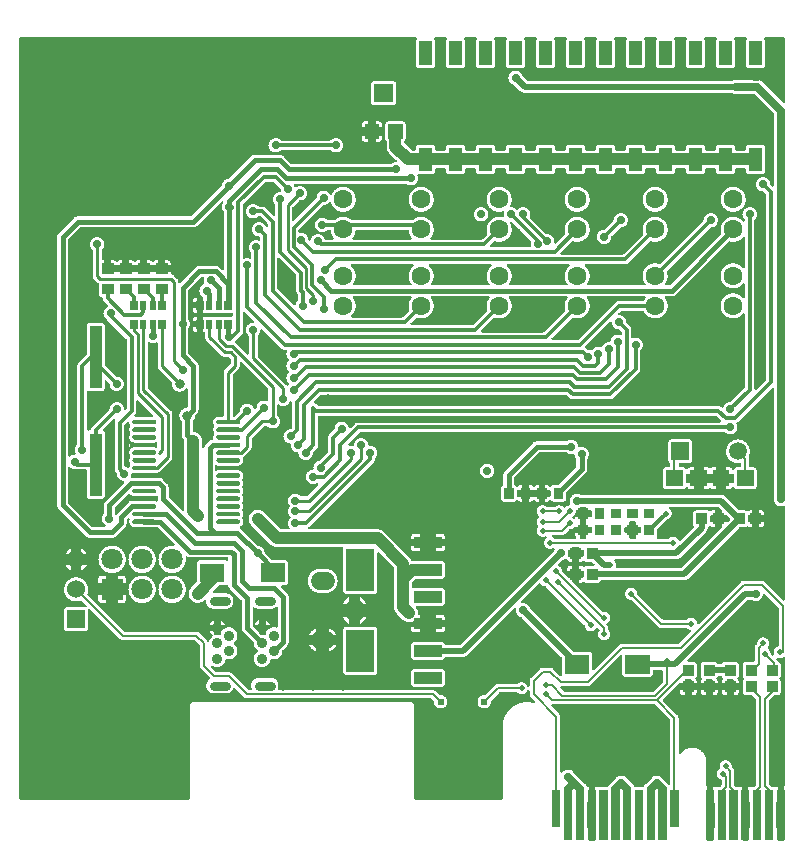
<source format=gbl>
G04 Layer: BottomLayer*
G04 EasyEDA v6.4.7, 2021-02-17T04:49:32+08:00*
G04 bff483f3f3824ca1b03819d89778f428,119f753a6ce64b8d841f2ad33262ab0c,10*
G04 Gerber Generator version 0.2*
G04 Scale: 100 percent, Rotated: No, Reflected: No *
G04 Dimensions in millimeters *
G04 leading zeros omitted , absolute positions ,3 integer and 3 decimal *
%FSLAX33Y33*%
%MOMM*%
G90*
D02*

%ADD11C,0.699999*%
%ADD12C,0.299999*%
%ADD13C,0.180010*%
%ADD14C,0.999998*%
%ADD15C,0.399999*%
%ADD16C,0.254000*%
%ADD17C,0.499999*%
%ADD19C,0.799998*%
%ADD24C,0.609600*%
%ADD25C,0.500024*%
%ADD26C,0.700024*%
%ADD27C,0.812800*%
%ADD37R,2.046376X1.620012*%
%ADD39C,1.799996*%
%ADD41C,1.599997*%
%ADD43C,1.499997*%
%ADD44R,1.524000X1.524000*%
%ADD45C,1.524000*%
%ADD46C,0.899998*%
%ADD49R,2.340000X3.599993*%
%ADD58R,1.019988X5.274005*%

%LPD*%
G36*
G01X33138Y53013D02*
G01X28837Y53013D01*
G01X28822Y53012D01*
G01X28807Y53009D01*
G01X28794Y53003D01*
G01X28781Y52996D01*
G01X28769Y52987D01*
G01X28759Y52976D01*
G01X28750Y52964D01*
G01X28743Y52951D01*
G01X28738Y52937D01*
G01X28736Y52922D01*
G01X28729Y52873D01*
G01X28720Y52825D01*
G01X28709Y52777D01*
G01X28696Y52729D01*
G01X28680Y52682D01*
G01X28662Y52636D01*
G01X28643Y52591D01*
G01X28621Y52547D01*
G01X28597Y52503D01*
G01X28571Y52461D01*
G01X28543Y52421D01*
G01X28513Y52381D01*
G01X28481Y52343D01*
G01X28472Y52332D01*
G01X28465Y52319D01*
G01X28460Y52305D01*
G01X28457Y52291D01*
G01X28456Y52277D01*
G01X28457Y52262D01*
G01X28460Y52248D01*
G01X28465Y52234D01*
G01X28472Y52222D01*
G01X28481Y52210D01*
G01X28491Y52200D01*
G01X28503Y52191D01*
G01X28516Y52184D01*
G01X28529Y52179D01*
G01X28543Y52176D01*
G01X28558Y52175D01*
G01X33417Y52175D01*
G01X33432Y52176D01*
G01X33446Y52179D01*
G01X33459Y52184D01*
G01X33472Y52191D01*
G01X33484Y52200D01*
G01X33494Y52210D01*
G01X33503Y52222D01*
G01X33510Y52234D01*
G01X33515Y52248D01*
G01X33518Y52262D01*
G01X33519Y52277D01*
G01X33518Y52291D01*
G01X33515Y52305D01*
G01X33510Y52319D01*
G01X33503Y52332D01*
G01X33494Y52343D01*
G01X33462Y52381D01*
G01X33432Y52421D01*
G01X33404Y52461D01*
G01X33378Y52503D01*
G01X33354Y52547D01*
G01X33332Y52591D01*
G01X33313Y52636D01*
G01X33295Y52682D01*
G01X33279Y52729D01*
G01X33266Y52777D01*
G01X33255Y52825D01*
G01X33246Y52873D01*
G01X33239Y52922D01*
G01X33237Y52937D01*
G01X33232Y52951D01*
G01X33225Y52964D01*
G01X33216Y52976D01*
G01X33206Y52987D01*
G01X33194Y52996D01*
G01X33181Y53003D01*
G01X33168Y53009D01*
G01X33153Y53012D01*
G01X33138Y53013D01*
G37*

%LPD*%
G36*
G01X41931Y53685D02*
G01X41915Y53686D01*
G01X41900Y53685D01*
G01X41886Y53682D01*
G01X41873Y53677D01*
G01X41860Y53670D01*
G01X41848Y53661D01*
G01X41838Y53651D01*
G01X41829Y53639D01*
G01X41822Y53627D01*
G01X41817Y53613D01*
G01X41814Y53599D01*
G01X41813Y53584D01*
G01X41815Y53568D01*
G01X41819Y53552D01*
G01X41825Y53537D01*
G01X41847Y53494D01*
G01X41866Y53451D01*
G01X41883Y53408D01*
G01X41899Y53363D01*
G01X41912Y53318D01*
G01X41924Y53272D01*
G01X41933Y53226D01*
G01X41941Y53179D01*
G01X41946Y53133D01*
G01X41949Y53086D01*
G01X41950Y53038D01*
G01X41949Y52991D01*
G01X41946Y52944D01*
G01X41940Y52897D01*
G01X41933Y52850D01*
G01X41924Y52803D01*
G01X41912Y52757D01*
G01X41898Y52712D01*
G01X41883Y52667D01*
G01X41865Y52623D01*
G01X41845Y52580D01*
G01X41824Y52538D01*
G01X41800Y52497D01*
G01X41775Y52456D01*
G01X41748Y52417D01*
G01X41720Y52380D01*
G01X41689Y52343D01*
G01X41657Y52308D01*
G01X41624Y52275D01*
G01X41589Y52243D01*
G01X41552Y52212D01*
G01X41515Y52184D01*
G01X41476Y52157D01*
G01X41435Y52131D01*
G01X41394Y52108D01*
G01X41352Y52087D01*
G01X41309Y52067D01*
G01X41265Y52049D01*
G01X41220Y52034D01*
G01X41175Y52020D01*
G01X41129Y52008D01*
G01X41082Y51999D01*
G01X41035Y51991D01*
G01X40988Y51986D01*
G01X40941Y51983D01*
G01X40894Y51982D01*
G01X40844Y51983D01*
G01X40794Y51987D01*
G01X40744Y51993D01*
G01X40695Y52001D01*
G01X40646Y52011D01*
G01X40598Y52024D01*
G01X40550Y52039D01*
G01X40534Y52043D01*
G01X40517Y52045D01*
G01X40501Y52044D01*
G01X40486Y52040D01*
G01X40471Y52034D01*
G01X40457Y52025D01*
G01X40445Y52015D01*
G01X40143Y51713D01*
G01X40133Y51701D01*
G01X40125Y51688D01*
G01X40119Y51673D01*
G01X40115Y51657D01*
G01X40114Y51642D01*
G01X40115Y51627D01*
G01X40118Y51613D01*
G01X40123Y51599D01*
G01X40130Y51587D01*
G01X40138Y51575D01*
G01X40149Y51565D01*
G01X40160Y51556D01*
G01X40173Y51549D01*
G01X40187Y51544D01*
G01X40201Y51541D01*
G01X40215Y51540D01*
G01X43499Y51540D01*
G01X43513Y51541D01*
G01X43527Y51544D01*
G01X43541Y51549D01*
G01X43554Y51556D01*
G01X43565Y51565D01*
G01X43576Y51575D01*
G01X43584Y51587D01*
G01X43591Y51599D01*
G01X43596Y51613D01*
G01X43599Y51627D01*
G01X43600Y51642D01*
G01X43599Y51660D01*
G01X43593Y51696D01*
G01X43590Y51732D01*
G01X43589Y51768D01*
G01X43590Y51805D01*
G01X43593Y51842D01*
G01X43599Y51878D01*
G01X43607Y51914D01*
G01X43617Y51949D01*
G01X43620Y51964D01*
G01X43621Y51980D01*
G01X43620Y51996D01*
G01X43616Y52011D01*
G01X43610Y52026D01*
G01X43602Y52039D01*
G01X43591Y52052D01*
G01X41987Y53656D01*
G01X41975Y53667D01*
G01X41961Y53675D01*
G01X41946Y53681D01*
G01X41931Y53685D01*
G37*

%LPD*%
G36*
G01X21760Y57077D02*
G01X21165Y57077D01*
G01X21149Y57076D01*
G01X21134Y57072D01*
G01X21119Y57066D01*
G01X21105Y57057D01*
G01X21093Y57047D01*
G01X19232Y55186D01*
G01X19221Y55174D01*
G01X19213Y55160D01*
G01X19207Y55145D01*
G01X19203Y55130D01*
G01X19202Y55114D01*
G01X19202Y50651D01*
G01X19203Y50637D01*
G01X19206Y50623D01*
G01X19211Y50609D01*
G01X19218Y50597D01*
G01X19227Y50585D01*
G01X19237Y50575D01*
G01X19249Y50566D01*
G01X19261Y50559D01*
G01X19275Y50554D01*
G01X19289Y50551D01*
G01X19304Y50550D01*
G01X19322Y50552D01*
G01X19340Y50557D01*
G01X19375Y50569D01*
G01X19411Y50579D01*
G01X19447Y50587D01*
G01X19484Y50592D01*
G01X19520Y50596D01*
G01X19558Y50597D01*
G01X19595Y50596D01*
G01X19631Y50592D01*
G01X19668Y50587D01*
G01X19704Y50579D01*
G01X19740Y50569D01*
G01X19775Y50557D01*
G01X19793Y50552D01*
G01X19811Y50550D01*
G01X19826Y50551D01*
G01X19840Y50554D01*
G01X19854Y50559D01*
G01X19866Y50566D01*
G01X19878Y50575D01*
G01X19888Y50585D01*
G01X19897Y50597D01*
G01X19904Y50609D01*
G01X19909Y50623D01*
G01X19912Y50637D01*
G01X19913Y50651D01*
G01X19913Y51021D01*
G01X19912Y51037D01*
G01X19908Y51052D01*
G01X19902Y51067D01*
G01X19894Y51080D01*
G01X19884Y51092D01*
G01X19860Y51118D01*
G01X19837Y51146D01*
G01X19816Y51176D01*
G01X19797Y51206D01*
G01X19780Y51237D01*
G01X19764Y51270D01*
G01X19751Y51303D01*
G01X19739Y51337D01*
G01X19730Y51372D01*
G01X19722Y51407D01*
G01X19717Y51443D01*
G01X19714Y51478D01*
G01X19713Y51514D01*
G01X19714Y51550D01*
G01X19717Y51585D01*
G01X19722Y51620D01*
G01X19729Y51654D01*
G01X19738Y51688D01*
G01X19750Y51722D01*
G01X19763Y51755D01*
G01X19777Y51787D01*
G01X19794Y51818D01*
G01X19813Y51848D01*
G01X19833Y51877D01*
G01X19855Y51904D01*
G01X19878Y51931D01*
G01X19903Y51956D01*
G01X19930Y51979D01*
G01X19957Y52001D01*
G01X19986Y52021D01*
G01X20016Y52040D01*
G01X20047Y52056D01*
G01X20079Y52071D01*
G01X20112Y52084D01*
G01X20146Y52095D01*
G01X20180Y52105D01*
G01X20214Y52112D01*
G01X20249Y52117D01*
G01X20284Y52120D01*
G01X20320Y52121D01*
G01X20357Y52120D01*
G01X20393Y52116D01*
G01X20430Y52111D01*
G01X20466Y52103D01*
G01X20502Y52093D01*
G01X20537Y52081D01*
G01X20555Y52076D01*
G01X20573Y52074D01*
G01X20588Y52075D01*
G01X20602Y52078D01*
G01X20616Y52083D01*
G01X20628Y52090D01*
G01X20640Y52099D01*
G01X20650Y52109D01*
G01X20659Y52121D01*
G01X20666Y52133D01*
G01X20671Y52147D01*
G01X20674Y52161D01*
G01X20675Y52175D01*
G01X20675Y52320D01*
G01X20674Y52336D01*
G01X20670Y52351D01*
G01X20664Y52366D01*
G01X20656Y52380D01*
G01X20645Y52392D01*
G01X20635Y52402D01*
G01X20623Y52412D01*
G01X20610Y52421D01*
G01X20595Y52427D01*
G01X20580Y52430D01*
G01X20564Y52432D01*
G01X20528Y52434D01*
G01X20492Y52437D01*
G01X20456Y52443D01*
G01X20421Y52451D01*
G01X20386Y52462D01*
G01X20352Y52474D01*
G01X20319Y52488D01*
G01X20286Y52504D01*
G01X20255Y52522D01*
G01X20224Y52542D01*
G01X20195Y52564D01*
G01X20168Y52588D01*
G01X20141Y52613D01*
G01X20117Y52639D01*
G01X20094Y52667D01*
G01X20072Y52697D01*
G01X20053Y52727D01*
G01X20035Y52759D01*
G01X20019Y52792D01*
G01X20006Y52825D01*
G01X19994Y52860D01*
G01X19984Y52895D01*
G01X19977Y52930D01*
G01X19971Y52966D01*
G01X19968Y53002D01*
G01X19967Y53038D01*
G01X19968Y53074D01*
G01X19971Y53109D01*
G01X19976Y53144D01*
G01X19983Y53178D01*
G01X19992Y53212D01*
G01X20004Y53246D01*
G01X20017Y53279D01*
G01X20031Y53311D01*
G01X20048Y53342D01*
G01X20067Y53372D01*
G01X20087Y53401D01*
G01X20109Y53428D01*
G01X20132Y53455D01*
G01X20157Y53480D01*
G01X20184Y53503D01*
G01X20211Y53525D01*
G01X20240Y53545D01*
G01X20270Y53564D01*
G01X20301Y53580D01*
G01X20333Y53595D01*
G01X20366Y53608D01*
G01X20400Y53619D01*
G01X20434Y53629D01*
G01X20468Y53636D01*
G01X20503Y53641D01*
G01X20538Y53644D01*
G01X20574Y53645D01*
G01X20609Y53644D01*
G01X20644Y53641D01*
G01X20679Y53636D01*
G01X20714Y53628D01*
G01X20748Y53619D01*
G01X20782Y53608D01*
G01X20815Y53595D01*
G01X20847Y53580D01*
G01X20878Y53563D01*
G01X20909Y53544D01*
G01X20938Y53524D01*
G01X20992Y53478D01*
G01X21017Y53453D01*
G01X21040Y53426D01*
G01X21062Y53398D01*
G01X21082Y53369D01*
G01X21101Y53338D01*
G01X21117Y53307D01*
G01X21126Y53293D01*
G01X21136Y53281D01*
G01X21148Y53270D01*
G01X21162Y53262D01*
G01X21177Y53256D01*
G01X21192Y53252D01*
G01X21208Y53251D01*
G01X21223Y53252D01*
G01X21237Y53255D01*
G01X21251Y53260D01*
G01X21263Y53267D01*
G01X21275Y53275D01*
G01X21285Y53286D01*
G01X21294Y53297D01*
G01X21301Y53310D01*
G01X21306Y53324D01*
G01X21309Y53338D01*
G01X21310Y53352D01*
G01X21310Y53463D01*
G01X21309Y53479D01*
G01X21305Y53494D01*
G01X21299Y53509D01*
G01X21291Y53523D01*
G01X21280Y53535D01*
G01X20689Y54126D01*
G01X20677Y54136D01*
G01X20663Y54145D01*
G01X20648Y54151D01*
G01X20633Y54155D01*
G01X20617Y54156D01*
G01X20559Y54156D01*
G01X20543Y54155D01*
G01X20528Y54151D01*
G01X20513Y54145D01*
G01X20500Y54137D01*
G01X20488Y54127D01*
G01X20461Y54103D01*
G01X20434Y54080D01*
G01X20404Y54059D01*
G01X20374Y54040D01*
G01X20342Y54023D01*
G01X20310Y54007D01*
G01X20277Y53994D01*
G01X20243Y53982D01*
G01X20208Y53973D01*
G01X20173Y53965D01*
G01X20137Y53960D01*
G01X20101Y53957D01*
G01X20066Y53956D01*
G01X20030Y53957D01*
G01X19995Y53960D01*
G01X19960Y53965D01*
G01X19926Y53972D01*
G01X19892Y53981D01*
G01X19858Y53992D01*
G01X19825Y54005D01*
G01X19793Y54020D01*
G01X19762Y54037D01*
G01X19732Y54056D01*
G01X19703Y54076D01*
G01X19676Y54098D01*
G01X19649Y54121D01*
G01X19624Y54146D01*
G01X19601Y54173D01*
G01X19579Y54200D01*
G01X19559Y54229D01*
G01X19540Y54259D01*
G01X19523Y54290D01*
G01X19509Y54322D01*
G01X19496Y54355D01*
G01X19484Y54388D01*
G01X19475Y54423D01*
G01X19468Y54457D01*
G01X19463Y54492D01*
G01X19460Y54527D01*
G01X19459Y54562D01*
G01X19460Y54598D01*
G01X19463Y54633D01*
G01X19468Y54668D01*
G01X19475Y54702D01*
G01X19484Y54736D01*
G01X19496Y54770D01*
G01X19509Y54803D01*
G01X19523Y54835D01*
G01X19540Y54866D01*
G01X19559Y54896D01*
G01X19579Y54925D01*
G01X19601Y54952D01*
G01X19624Y54979D01*
G01X19649Y55004D01*
G01X19676Y55027D01*
G01X19703Y55049D01*
G01X19732Y55069D01*
G01X19762Y55088D01*
G01X19793Y55104D01*
G01X19825Y55119D01*
G01X19858Y55132D01*
G01X19892Y55143D01*
G01X19926Y55153D01*
G01X19960Y55160D01*
G01X19995Y55165D01*
G01X20030Y55168D01*
G01X20066Y55169D01*
G01X20101Y55168D01*
G01X20137Y55165D01*
G01X20173Y55159D01*
G01X20208Y55152D01*
G01X20243Y55143D01*
G01X20277Y55131D01*
G01X20310Y55118D01*
G01X20342Y55102D01*
G01X20374Y55085D01*
G01X20404Y55066D01*
G01X20434Y55045D01*
G01X20461Y55022D01*
G01X20488Y54998D01*
G01X20500Y54988D01*
G01X20513Y54980D01*
G01X20528Y54974D01*
G01X20543Y54970D01*
G01X20559Y54969D01*
G01X20828Y54969D01*
G01X20857Y54968D01*
G01X20885Y54965D01*
G01X20914Y54960D01*
G01X20942Y54952D01*
G01X20970Y54943D01*
G01X20996Y54932D01*
G01X21022Y54919D01*
G01X21047Y54904D01*
G01X21071Y54888D01*
G01X21094Y54870D01*
G01X21115Y54850D01*
G01X21772Y54193D01*
G01X21784Y54183D01*
G01X21797Y54175D01*
G01X21812Y54169D01*
G01X21827Y54165D01*
G01X21843Y54164D01*
G01X21858Y54165D01*
G01X21872Y54168D01*
G01X21886Y54173D01*
G01X21898Y54180D01*
G01X21910Y54188D01*
G01X21920Y54199D01*
G01X21929Y54210D01*
G01X21936Y54223D01*
G01X21941Y54237D01*
G01X21944Y54251D01*
G01X21945Y54265D01*
G01X21945Y55085D01*
G01X21944Y55101D01*
G01X21940Y55116D01*
G01X21934Y55131D01*
G01X21926Y55144D01*
G01X21916Y55156D01*
G01X21892Y55182D01*
G01X21869Y55210D01*
G01X21848Y55240D01*
G01X21829Y55270D01*
G01X21812Y55301D01*
G01X21796Y55334D01*
G01X21783Y55367D01*
G01X21771Y55401D01*
G01X21762Y55436D01*
G01X21754Y55471D01*
G01X21749Y55507D01*
G01X21746Y55542D01*
G01X21745Y55578D01*
G01X21746Y55615D01*
G01X21749Y55651D01*
G01X21755Y55687D01*
G01X21762Y55723D01*
G01X21772Y55758D01*
G01X21784Y55792D01*
G01X21798Y55826D01*
G01X21814Y55859D01*
G01X21831Y55890D01*
G01X21851Y55921D01*
G01X21873Y55951D01*
G01X21896Y55979D01*
G01X21921Y56005D01*
G01X21947Y56030D01*
G01X21975Y56054D01*
G01X22004Y56076D01*
G01X22034Y56096D01*
G01X22066Y56114D01*
G01X22099Y56130D01*
G01X22132Y56144D01*
G01X22167Y56156D01*
G01X22202Y56166D01*
G01X22237Y56174D01*
G01X22273Y56180D01*
G01X22309Y56183D01*
G01X22324Y56186D01*
G01X22339Y56190D01*
G01X22353Y56197D01*
G01X22365Y56205D01*
G01X22377Y56216D01*
G01X22386Y56227D01*
G01X22394Y56241D01*
G01X22399Y56255D01*
G01X22403Y56270D01*
G01X22404Y56285D01*
G01X22400Y56311D01*
G01X22392Y56347D01*
G01X22386Y56384D01*
G01X22382Y56421D01*
G01X22380Y56458D01*
G01X22379Y56474D01*
G01X22375Y56489D01*
G01X22369Y56504D01*
G01X22360Y56517D01*
G01X22350Y56529D01*
G01X21832Y57047D01*
G01X21820Y57057D01*
G01X21806Y57066D01*
G01X21791Y57072D01*
G01X21776Y57076D01*
G01X21760Y57077D01*
G37*

%LPD*%
G36*
G01X46755Y50092D02*
G01X41636Y50092D01*
G01X41622Y50091D01*
G01X41607Y50088D01*
G01X41594Y50083D01*
G01X41581Y50076D01*
G01X41570Y50067D01*
G01X41559Y50057D01*
G01X41551Y50045D01*
G01X41544Y50032D01*
G01X41539Y50019D01*
G01X41536Y50005D01*
G01X41534Y49990D01*
G01X41536Y49975D01*
G01X41539Y49961D01*
G01X41544Y49947D01*
G01X41551Y49934D01*
G01X41560Y49923D01*
G01X41571Y49912D01*
G01X41608Y49880D01*
G01X41643Y49847D01*
G01X41676Y49811D01*
G01X41708Y49775D01*
G01X41738Y49736D01*
G01X41766Y49697D01*
G01X41793Y49656D01*
G01X41817Y49614D01*
G01X41840Y49571D01*
G01X41861Y49527D01*
G01X41879Y49482D01*
G01X41896Y49436D01*
G01X41910Y49390D01*
G01X41922Y49343D01*
G01X41932Y49295D01*
G01X41940Y49247D01*
G01X41946Y49199D01*
G01X41949Y49150D01*
G01X41950Y49102D01*
G01X41949Y49055D01*
G01X41946Y49008D01*
G01X41941Y48962D01*
G01X41934Y48916D01*
G01X41924Y48870D01*
G01X41913Y48825D01*
G01X41900Y48780D01*
G01X41885Y48736D01*
G01X41868Y48693D01*
G01X41849Y48650D01*
G01X41828Y48608D01*
G01X41805Y48568D01*
G01X41781Y48528D01*
G01X41755Y48489D01*
G01X41727Y48452D01*
G01X41718Y48438D01*
G01X41711Y48423D01*
G01X41707Y48406D01*
G01X41705Y48390D01*
G01X41706Y48375D01*
G01X41709Y48361D01*
G01X41715Y48347D01*
G01X41721Y48335D01*
G01X41730Y48323D01*
G01X41740Y48313D01*
G01X41752Y48304D01*
G01X41765Y48297D01*
G01X41778Y48292D01*
G01X41792Y48289D01*
G01X41807Y48288D01*
G01X46584Y48288D01*
G01X46599Y48289D01*
G01X46613Y48292D01*
G01X46626Y48297D01*
G01X46639Y48304D01*
G01X46651Y48313D01*
G01X46661Y48323D01*
G01X46670Y48335D01*
G01X46676Y48347D01*
G01X46682Y48361D01*
G01X46685Y48375D01*
G01X46686Y48390D01*
G01X46684Y48406D01*
G01X46680Y48423D01*
G01X46673Y48438D01*
G01X46664Y48452D01*
G01X46636Y48489D01*
G01X46610Y48528D01*
G01X46586Y48568D01*
G01X46563Y48608D01*
G01X46542Y48650D01*
G01X46523Y48693D01*
G01X46506Y48736D01*
G01X46491Y48780D01*
G01X46478Y48825D01*
G01X46467Y48870D01*
G01X46457Y48916D01*
G01X46450Y48962D01*
G01X46445Y49008D01*
G01X46442Y49055D01*
G01X46441Y49102D01*
G01X46442Y49150D01*
G01X46445Y49199D01*
G01X46451Y49247D01*
G01X46459Y49295D01*
G01X46469Y49343D01*
G01X46481Y49390D01*
G01X46495Y49436D01*
G01X46512Y49482D01*
G01X46530Y49527D01*
G01X46551Y49571D01*
G01X46574Y49614D01*
G01X46598Y49656D01*
G01X46625Y49697D01*
G01X46653Y49736D01*
G01X46683Y49775D01*
G01X46715Y49811D01*
G01X46748Y49847D01*
G01X46783Y49880D01*
G01X46820Y49912D01*
G01X46831Y49923D01*
G01X46840Y49934D01*
G01X46847Y49947D01*
G01X46852Y49961D01*
G01X46855Y49975D01*
G01X46857Y49990D01*
G01X46855Y50005D01*
G01X46852Y50019D01*
G01X46847Y50032D01*
G01X46840Y50045D01*
G01X46832Y50057D01*
G01X46821Y50067D01*
G01X46810Y50076D01*
G01X46797Y50083D01*
G01X46784Y50088D01*
G01X46769Y50091D01*
G01X46755Y50092D01*
G37*

%LPD*%
G36*
G01X33547Y50092D02*
G01X28428Y50092D01*
G01X28414Y50091D01*
G01X28399Y50088D01*
G01X28386Y50083D01*
G01X28373Y50076D01*
G01X28362Y50067D01*
G01X28351Y50057D01*
G01X28343Y50045D01*
G01X28336Y50032D01*
G01X28331Y50019D01*
G01X28328Y50005D01*
G01X28326Y49990D01*
G01X28328Y49975D01*
G01X28331Y49961D01*
G01X28336Y49947D01*
G01X28343Y49934D01*
G01X28352Y49923D01*
G01X28363Y49912D01*
G01X28400Y49880D01*
G01X28435Y49847D01*
G01X28468Y49811D01*
G01X28500Y49775D01*
G01X28530Y49736D01*
G01X28558Y49697D01*
G01X28585Y49656D01*
G01X28609Y49614D01*
G01X28632Y49571D01*
G01X28653Y49527D01*
G01X28671Y49482D01*
G01X28688Y49436D01*
G01X28702Y49390D01*
G01X28714Y49343D01*
G01X28724Y49295D01*
G01X28732Y49247D01*
G01X28738Y49199D01*
G01X28741Y49150D01*
G01X28742Y49102D01*
G01X28741Y49055D01*
G01X28738Y49008D01*
G01X28733Y48962D01*
G01X28726Y48916D01*
G01X28716Y48870D01*
G01X28705Y48825D01*
G01X28692Y48780D01*
G01X28677Y48736D01*
G01X28660Y48693D01*
G01X28641Y48650D01*
G01X28620Y48608D01*
G01X28597Y48568D01*
G01X28573Y48528D01*
G01X28547Y48489D01*
G01X28519Y48452D01*
G01X28510Y48438D01*
G01X28503Y48423D01*
G01X28499Y48406D01*
G01X28497Y48390D01*
G01X28498Y48375D01*
G01X28501Y48361D01*
G01X28507Y48347D01*
G01X28513Y48335D01*
G01X28522Y48323D01*
G01X28532Y48313D01*
G01X28544Y48304D01*
G01X28557Y48297D01*
G01X28570Y48292D01*
G01X28584Y48289D01*
G01X28599Y48288D01*
G01X33376Y48288D01*
G01X33391Y48289D01*
G01X33405Y48292D01*
G01X33418Y48297D01*
G01X33431Y48304D01*
G01X33443Y48313D01*
G01X33453Y48323D01*
G01X33462Y48335D01*
G01X33468Y48347D01*
G01X33474Y48361D01*
G01X33477Y48375D01*
G01X33478Y48390D01*
G01X33476Y48406D01*
G01X33472Y48423D01*
G01X33465Y48438D01*
G01X33456Y48452D01*
G01X33428Y48489D01*
G01X33402Y48528D01*
G01X33378Y48568D01*
G01X33355Y48608D01*
G01X33334Y48650D01*
G01X33315Y48693D01*
G01X33298Y48736D01*
G01X33283Y48780D01*
G01X33270Y48825D01*
G01X33259Y48870D01*
G01X33249Y48916D01*
G01X33242Y48962D01*
G01X33237Y49008D01*
G01X33234Y49055D01*
G01X33233Y49102D01*
G01X33234Y49150D01*
G01X33237Y49199D01*
G01X33243Y49247D01*
G01X33251Y49295D01*
G01X33261Y49343D01*
G01X33273Y49390D01*
G01X33287Y49436D01*
G01X33304Y49482D01*
G01X33322Y49527D01*
G01X33343Y49571D01*
G01X33366Y49614D01*
G01X33390Y49656D01*
G01X33417Y49697D01*
G01X33445Y49736D01*
G01X33475Y49775D01*
G01X33507Y49811D01*
G01X33540Y49847D01*
G01X33575Y49880D01*
G01X33612Y49912D01*
G01X33623Y49923D01*
G01X33632Y49934D01*
G01X33639Y49947D01*
G01X33644Y49961D01*
G01X33647Y49975D01*
G01X33649Y49990D01*
G01X33647Y50005D01*
G01X33644Y50019D01*
G01X33639Y50032D01*
G01X33632Y50045D01*
G01X33624Y50057D01*
G01X33613Y50067D01*
G01X33602Y50076D01*
G01X33589Y50083D01*
G01X33576Y50088D01*
G01X33561Y50091D01*
G01X33547Y50092D01*
G37*

%LPD*%
G36*
G01X40151Y50092D02*
G01X35032Y50092D01*
G01X35018Y50091D01*
G01X35003Y50088D01*
G01X34990Y50083D01*
G01X34977Y50076D01*
G01X34966Y50067D01*
G01X34955Y50057D01*
G01X34947Y50045D01*
G01X34940Y50032D01*
G01X34935Y50019D01*
G01X34932Y50005D01*
G01X34930Y49990D01*
G01X34932Y49975D01*
G01X34935Y49961D01*
G01X34940Y49947D01*
G01X34947Y49934D01*
G01X34956Y49923D01*
G01X34967Y49912D01*
G01X35004Y49880D01*
G01X35039Y49847D01*
G01X35072Y49811D01*
G01X35104Y49775D01*
G01X35134Y49736D01*
G01X35162Y49697D01*
G01X35189Y49656D01*
G01X35213Y49614D01*
G01X35236Y49571D01*
G01X35257Y49527D01*
G01X35275Y49482D01*
G01X35292Y49436D01*
G01X35306Y49390D01*
G01X35318Y49343D01*
G01X35328Y49295D01*
G01X35336Y49247D01*
G01X35342Y49199D01*
G01X35345Y49150D01*
G01X35346Y49102D01*
G01X35345Y49055D01*
G01X35342Y49008D01*
G01X35337Y48962D01*
G01X35330Y48916D01*
G01X35320Y48870D01*
G01X35309Y48825D01*
G01X35296Y48780D01*
G01X35281Y48736D01*
G01X35264Y48693D01*
G01X35245Y48650D01*
G01X35224Y48608D01*
G01X35201Y48568D01*
G01X35177Y48528D01*
G01X35151Y48489D01*
G01X35123Y48452D01*
G01X35114Y48438D01*
G01X35107Y48423D01*
G01X35103Y48406D01*
G01X35101Y48390D01*
G01X35102Y48375D01*
G01X35105Y48361D01*
G01X35111Y48347D01*
G01X35117Y48335D01*
G01X35126Y48323D01*
G01X35136Y48313D01*
G01X35148Y48304D01*
G01X35161Y48297D01*
G01X35174Y48292D01*
G01X35188Y48289D01*
G01X35203Y48288D01*
G01X39980Y48288D01*
G01X39995Y48289D01*
G01X40009Y48292D01*
G01X40022Y48297D01*
G01X40035Y48304D01*
G01X40047Y48313D01*
G01X40057Y48323D01*
G01X40066Y48335D01*
G01X40072Y48347D01*
G01X40078Y48361D01*
G01X40081Y48375D01*
G01X40082Y48390D01*
G01X40080Y48406D01*
G01X40076Y48423D01*
G01X40069Y48438D01*
G01X40060Y48452D01*
G01X40032Y48489D01*
G01X40006Y48528D01*
G01X39982Y48568D01*
G01X39959Y48608D01*
G01X39938Y48650D01*
G01X39919Y48693D01*
G01X39902Y48736D01*
G01X39887Y48780D01*
G01X39874Y48825D01*
G01X39863Y48870D01*
G01X39853Y48916D01*
G01X39846Y48962D01*
G01X39841Y49008D01*
G01X39838Y49055D01*
G01X39837Y49102D01*
G01X39838Y49150D01*
G01X39841Y49199D01*
G01X39847Y49247D01*
G01X39855Y49295D01*
G01X39865Y49343D01*
G01X39877Y49390D01*
G01X39891Y49436D01*
G01X39908Y49482D01*
G01X39926Y49527D01*
G01X39947Y49571D01*
G01X39970Y49614D01*
G01X39994Y49656D01*
G01X40021Y49697D01*
G01X40049Y49736D01*
G01X40079Y49775D01*
G01X40111Y49811D01*
G01X40144Y49847D01*
G01X40179Y49880D01*
G01X40216Y49912D01*
G01X40227Y49923D01*
G01X40236Y49934D01*
G01X40243Y49947D01*
G01X40248Y49961D01*
G01X40251Y49975D01*
G01X40253Y49990D01*
G01X40251Y50005D01*
G01X40248Y50019D01*
G01X40243Y50032D01*
G01X40236Y50045D01*
G01X40228Y50057D01*
G01X40217Y50067D01*
G01X40206Y50076D01*
G01X40193Y50083D01*
G01X40180Y50088D01*
G01X40165Y50091D01*
G01X40151Y50092D01*
G37*

%LPD*%
G36*
G01X22241Y50642D02*
G01X22225Y50643D01*
G01X22210Y50642D01*
G01X22196Y50639D01*
G01X22182Y50634D01*
G01X22170Y50627D01*
G01X22158Y50618D01*
G01X22148Y50608D01*
G01X22139Y50597D01*
G01X22132Y50584D01*
G01X22127Y50570D01*
G01X22124Y50556D01*
G01X22123Y50542D01*
G01X22123Y48042D01*
G01X22124Y48026D01*
G01X22128Y48010D01*
G01X22134Y47996D01*
G01X22142Y47982D01*
G01X22153Y47970D01*
G01X23491Y46632D01*
G01X23503Y46622D01*
G01X23517Y46613D01*
G01X23531Y46607D01*
G01X23547Y46603D01*
G01X23563Y46602D01*
G01X23578Y46603D01*
G01X23593Y46607D01*
G01X23608Y46613D01*
G01X23621Y46620D01*
G01X23633Y46630D01*
G01X23643Y46642D01*
G01X23652Y46654D01*
G01X23658Y46668D01*
G01X23662Y46683D01*
G01X23671Y46721D01*
G01X23682Y46757D01*
G01X23696Y46793D01*
G01X23712Y46828D01*
G01X23730Y46862D01*
G01X23750Y46894D01*
G01X23772Y46926D01*
G01X23795Y46956D01*
G01X23821Y46984D01*
G01X23831Y46996D01*
G01X23839Y47009D01*
G01X23845Y47024D01*
G01X23849Y47039D01*
G01X23850Y47055D01*
G01X23850Y47495D01*
G01X23849Y47510D01*
G01X23846Y47524D01*
G01X23841Y47538D01*
G01X23833Y47551D01*
G01X23825Y47563D01*
G01X23806Y47585D01*
G01X23789Y47609D01*
G01X23774Y47634D01*
G01X23761Y47661D01*
G01X23749Y47688D01*
G01X23740Y47716D01*
G01X23732Y47744D01*
G01X23727Y47773D01*
G01X23724Y47802D01*
G01X23723Y47831D01*
G01X23723Y49145D01*
G01X23722Y49161D01*
G01X23718Y49176D01*
G01X23712Y49191D01*
G01X23704Y49205D01*
G01X23693Y49217D01*
G01X22296Y50613D01*
G01X22284Y50624D01*
G01X22271Y50632D01*
G01X22256Y50638D01*
G01X22241Y50642D01*
G37*

%LPD*%
G36*
G01X33376Y47375D02*
G01X28599Y47375D01*
G01X28585Y47374D01*
G01X28571Y47371D01*
G01X28557Y47366D01*
G01X28544Y47359D01*
G01X28533Y47350D01*
G01X28522Y47340D01*
G01X28514Y47328D01*
G01X28507Y47315D01*
G01X28502Y47302D01*
G01X28499Y47288D01*
G01X28498Y47273D01*
G01X28499Y47257D01*
G01X28503Y47240D01*
G01X28510Y47225D01*
G01X28519Y47211D01*
G01X28547Y47173D01*
G01X28573Y47135D01*
G01X28597Y47095D01*
G01X28620Y47054D01*
G01X28641Y47013D01*
G01X28660Y46970D01*
G01X28677Y46927D01*
G01X28692Y46883D01*
G01X28705Y46838D01*
G01X28716Y46793D01*
G01X28726Y46747D01*
G01X28733Y46701D01*
G01X28738Y46655D01*
G01X28741Y46608D01*
G01X28742Y46562D01*
G01X28741Y46513D01*
G01X28738Y46464D01*
G01X28732Y46416D01*
G01X28724Y46368D01*
G01X28714Y46320D01*
G01X28702Y46273D01*
G01X28688Y46227D01*
G01X28671Y46181D01*
G01X28653Y46136D01*
G01X28632Y46092D01*
G01X28609Y46049D01*
G01X28585Y46007D01*
G01X28558Y45966D01*
G01X28530Y45927D01*
G01X28500Y45888D01*
G01X28468Y45852D01*
G01X28434Y45816D01*
G01X28399Y45783D01*
G01X28363Y45751D01*
G01X28352Y45740D01*
G01X28343Y45729D01*
G01X28336Y45716D01*
G01X28330Y45702D01*
G01X28327Y45687D01*
G01X28326Y45673D01*
G01X28327Y45658D01*
G01X28330Y45644D01*
G01X28335Y45630D01*
G01X28342Y45618D01*
G01X28351Y45606D01*
G01X28361Y45596D01*
G01X28373Y45587D01*
G01X28386Y45580D01*
G01X28399Y45575D01*
G01X28413Y45572D01*
G01X28428Y45571D01*
G01X32682Y45571D01*
G01X32698Y45572D01*
G01X32713Y45576D01*
G01X32728Y45582D01*
G01X32742Y45590D01*
G01X32754Y45601D01*
G01X33266Y46113D01*
G01X33277Y46125D01*
G01X33285Y46139D01*
G01X33291Y46153D01*
G01X33295Y46169D01*
G01X33296Y46185D01*
G01X33295Y46202D01*
G01X33275Y46266D01*
G01X33262Y46314D01*
G01X33252Y46363D01*
G01X33244Y46412D01*
G01X33238Y46462D01*
G01X33234Y46512D01*
G01X33233Y46562D01*
G01X33234Y46608D01*
G01X33237Y46655D01*
G01X33242Y46701D01*
G01X33249Y46747D01*
G01X33259Y46793D01*
G01X33270Y46838D01*
G01X33283Y46883D01*
G01X33298Y46927D01*
G01X33315Y46970D01*
G01X33334Y47013D01*
G01X33355Y47054D01*
G01X33378Y47095D01*
G01X33402Y47135D01*
G01X33428Y47173D01*
G01X33456Y47211D01*
G01X33465Y47225D01*
G01X33472Y47240D01*
G01X33476Y47257D01*
G01X33477Y47273D01*
G01X33476Y47288D01*
G01X33473Y47302D01*
G01X33468Y47315D01*
G01X33461Y47328D01*
G01X33453Y47340D01*
G01X33442Y47350D01*
G01X33431Y47359D01*
G01X33418Y47366D01*
G01X33404Y47371D01*
G01X33390Y47374D01*
G01X33376Y47375D01*
G37*

%LPD*%
G36*
G01X39980Y47375D02*
G01X35203Y47375D01*
G01X35189Y47374D01*
G01X35175Y47371D01*
G01X35161Y47366D01*
G01X35148Y47359D01*
G01X35137Y47350D01*
G01X35126Y47340D01*
G01X35118Y47328D01*
G01X35111Y47315D01*
G01X35106Y47302D01*
G01X35103Y47288D01*
G01X35102Y47273D01*
G01X35103Y47257D01*
G01X35107Y47240D01*
G01X35114Y47225D01*
G01X35123Y47211D01*
G01X35151Y47173D01*
G01X35177Y47135D01*
G01X35201Y47095D01*
G01X35224Y47054D01*
G01X35245Y47013D01*
G01X35264Y46970D01*
G01X35281Y46927D01*
G01X35296Y46883D01*
G01X35309Y46838D01*
G01X35320Y46793D01*
G01X35330Y46747D01*
G01X35337Y46701D01*
G01X35342Y46655D01*
G01X35345Y46608D01*
G01X35346Y46562D01*
G01X35345Y46514D01*
G01X35342Y46467D01*
G01X35336Y46420D01*
G01X35329Y46373D01*
G01X35320Y46326D01*
G01X35308Y46280D01*
G01X35294Y46235D01*
G01X35279Y46190D01*
G01X35261Y46146D01*
G01X35241Y46103D01*
G01X35220Y46061D01*
G01X35196Y46020D01*
G01X35171Y45979D01*
G01X35144Y45941D01*
G01X35116Y45903D01*
G01X35085Y45866D01*
G01X35053Y45831D01*
G01X35020Y45798D01*
G01X34985Y45766D01*
G01X34948Y45736D01*
G01X34911Y45707D01*
G01X34872Y45680D01*
G01X34831Y45655D01*
G01X34790Y45631D01*
G01X34748Y45610D01*
G01X34705Y45590D01*
G01X34661Y45572D01*
G01X34616Y45557D01*
G01X34571Y45543D01*
G01X34525Y45531D01*
G01X34478Y45522D01*
G01X34431Y45515D01*
G01X34384Y45509D01*
G01X34337Y45506D01*
G01X34290Y45505D01*
G01X34240Y45506D01*
G01X34190Y45510D01*
G01X34140Y45516D01*
G01X34091Y45524D01*
G01X34042Y45534D01*
G01X33994Y45547D01*
G01X33930Y45567D01*
G01X33913Y45568D01*
G01X33897Y45567D01*
G01X33882Y45563D01*
G01X33867Y45557D01*
G01X33853Y45549D01*
G01X33841Y45538D01*
G01X33412Y45109D01*
G01X33402Y45097D01*
G01X33394Y45084D01*
G01X33388Y45069D01*
G01X33384Y45053D01*
G01X33383Y45038D01*
G01X33384Y45023D01*
G01X33387Y45009D01*
G01X33392Y44995D01*
G01X33399Y44983D01*
G01X33407Y44971D01*
G01X33418Y44961D01*
G01X33429Y44952D01*
G01X33442Y44945D01*
G01X33456Y44940D01*
G01X33470Y44937D01*
G01X33484Y44936D01*
G01X38651Y44936D01*
G01X38667Y44937D01*
G01X38682Y44941D01*
G01X38697Y44947D01*
G01X38711Y44955D01*
G01X38723Y44966D01*
G01X39870Y46113D01*
G01X39881Y46125D01*
G01X39889Y46139D01*
G01X39895Y46153D01*
G01X39899Y46169D01*
G01X39900Y46185D01*
G01X39899Y46202D01*
G01X39879Y46266D01*
G01X39866Y46314D01*
G01X39856Y46363D01*
G01X39848Y46412D01*
G01X39842Y46462D01*
G01X39838Y46512D01*
G01X39837Y46562D01*
G01X39838Y46608D01*
G01X39841Y46655D01*
G01X39846Y46701D01*
G01X39853Y46747D01*
G01X39863Y46793D01*
G01X39874Y46838D01*
G01X39887Y46883D01*
G01X39902Y46927D01*
G01X39919Y46970D01*
G01X39938Y47013D01*
G01X39959Y47054D01*
G01X39982Y47095D01*
G01X40006Y47135D01*
G01X40032Y47173D01*
G01X40060Y47211D01*
G01X40069Y47225D01*
G01X40076Y47240D01*
G01X40080Y47257D01*
G01X40081Y47273D01*
G01X40080Y47288D01*
G01X40077Y47302D01*
G01X40072Y47315D01*
G01X40065Y47328D01*
G01X40057Y47340D01*
G01X40046Y47350D01*
G01X40035Y47359D01*
G01X40022Y47366D01*
G01X40008Y47371D01*
G01X39994Y47374D01*
G01X39980Y47375D01*
G37*

%LPD*%
G36*
G01X46584Y47375D02*
G01X41807Y47375D01*
G01X41793Y47374D01*
G01X41779Y47371D01*
G01X41765Y47366D01*
G01X41752Y47359D01*
G01X41741Y47350D01*
G01X41730Y47340D01*
G01X41722Y47328D01*
G01X41715Y47315D01*
G01X41710Y47302D01*
G01X41707Y47288D01*
G01X41706Y47273D01*
G01X41707Y47257D01*
G01X41711Y47240D01*
G01X41718Y47225D01*
G01X41727Y47211D01*
G01X41755Y47173D01*
G01X41781Y47135D01*
G01X41805Y47095D01*
G01X41828Y47054D01*
G01X41849Y47013D01*
G01X41868Y46970D01*
G01X41885Y46927D01*
G01X41900Y46883D01*
G01X41913Y46838D01*
G01X41924Y46793D01*
G01X41934Y46747D01*
G01X41941Y46701D01*
G01X41946Y46655D01*
G01X41949Y46608D01*
G01X41950Y46562D01*
G01X41949Y46514D01*
G01X41946Y46467D01*
G01X41940Y46420D01*
G01X41933Y46373D01*
G01X41924Y46326D01*
G01X41912Y46280D01*
G01X41898Y46235D01*
G01X41883Y46190D01*
G01X41865Y46146D01*
G01X41845Y46103D01*
G01X41824Y46061D01*
G01X41800Y46020D01*
G01X41775Y45979D01*
G01X41748Y45941D01*
G01X41720Y45903D01*
G01X41689Y45866D01*
G01X41657Y45831D01*
G01X41624Y45798D01*
G01X41589Y45766D01*
G01X41552Y45736D01*
G01X41515Y45707D01*
G01X41476Y45680D01*
G01X41435Y45655D01*
G01X41394Y45631D01*
G01X41352Y45610D01*
G01X41309Y45590D01*
G01X41265Y45572D01*
G01X41220Y45557D01*
G01X41175Y45543D01*
G01X41129Y45531D01*
G01X41082Y45522D01*
G01X41035Y45515D01*
G01X40988Y45509D01*
G01X40941Y45506D01*
G01X40894Y45505D01*
G01X40844Y45506D01*
G01X40794Y45510D01*
G01X40744Y45516D01*
G01X40695Y45524D01*
G01X40646Y45534D01*
G01X40598Y45547D01*
G01X40534Y45567D01*
G01X40517Y45568D01*
G01X40501Y45567D01*
G01X40486Y45563D01*
G01X40471Y45557D01*
G01X40457Y45549D01*
G01X40445Y45538D01*
G01X39381Y44474D01*
G01X39371Y44462D01*
G01X39363Y44449D01*
G01X39357Y44434D01*
G01X39353Y44418D01*
G01X39352Y44403D01*
G01X39353Y44388D01*
G01X39356Y44374D01*
G01X39361Y44360D01*
G01X39368Y44348D01*
G01X39376Y44336D01*
G01X39387Y44326D01*
G01X39398Y44317D01*
G01X39411Y44310D01*
G01X39425Y44305D01*
G01X39439Y44302D01*
G01X39453Y44301D01*
G01X44620Y44301D01*
G01X44636Y44302D01*
G01X44651Y44306D01*
G01X44666Y44312D01*
G01X44680Y44320D01*
G01X44692Y44331D01*
G01X46474Y46113D01*
G01X46485Y46125D01*
G01X46493Y46139D01*
G01X46499Y46153D01*
G01X46503Y46169D01*
G01X46504Y46185D01*
G01X46503Y46202D01*
G01X46483Y46266D01*
G01X46470Y46314D01*
G01X46460Y46363D01*
G01X46452Y46412D01*
G01X46446Y46462D01*
G01X46442Y46512D01*
G01X46441Y46562D01*
G01X46442Y46608D01*
G01X46445Y46655D01*
G01X46450Y46701D01*
G01X46457Y46747D01*
G01X46467Y46793D01*
G01X46478Y46838D01*
G01X46491Y46883D01*
G01X46506Y46927D01*
G01X46523Y46970D01*
G01X46542Y47013D01*
G01X46563Y47054D01*
G01X46586Y47095D01*
G01X46610Y47135D01*
G01X46636Y47173D01*
G01X46664Y47211D01*
G01X46673Y47225D01*
G01X46680Y47240D01*
G01X46684Y47257D01*
G01X46685Y47273D01*
G01X46684Y47288D01*
G01X46681Y47302D01*
G01X46676Y47315D01*
G01X46669Y47328D01*
G01X46661Y47340D01*
G01X46650Y47350D01*
G01X46639Y47359D01*
G01X46626Y47366D01*
G01X46612Y47371D01*
G01X46598Y47374D01*
G01X46584Y47375D01*
G37*

%LPD*%
G36*
G01X53188Y47375D02*
G01X48411Y47375D01*
G01X48397Y47374D01*
G01X48383Y47371D01*
G01X48369Y47366D01*
G01X48356Y47359D01*
G01X48345Y47350D01*
G01X48334Y47340D01*
G01X48326Y47328D01*
G01X48319Y47315D01*
G01X48314Y47302D01*
G01X48311Y47288D01*
G01X48310Y47273D01*
G01X48311Y47257D01*
G01X48315Y47240D01*
G01X48322Y47225D01*
G01X48331Y47211D01*
G01X48359Y47173D01*
G01X48385Y47135D01*
G01X48409Y47095D01*
G01X48432Y47054D01*
G01X48453Y47013D01*
G01X48472Y46970D01*
G01X48489Y46927D01*
G01X48504Y46883D01*
G01X48517Y46838D01*
G01X48528Y46793D01*
G01X48538Y46747D01*
G01X48545Y46701D01*
G01X48550Y46655D01*
G01X48553Y46608D01*
G01X48554Y46562D01*
G01X48553Y46514D01*
G01X48550Y46467D01*
G01X48544Y46420D01*
G01X48537Y46373D01*
G01X48528Y46326D01*
G01X48516Y46280D01*
G01X48502Y46235D01*
G01X48487Y46190D01*
G01X48469Y46146D01*
G01X48449Y46103D01*
G01X48428Y46061D01*
G01X48404Y46020D01*
G01X48379Y45979D01*
G01X48352Y45941D01*
G01X48324Y45903D01*
G01X48293Y45866D01*
G01X48261Y45831D01*
G01X48228Y45798D01*
G01X48193Y45766D01*
G01X48156Y45736D01*
G01X48119Y45707D01*
G01X48080Y45680D01*
G01X48039Y45655D01*
G01X47998Y45631D01*
G01X47956Y45610D01*
G01X47913Y45590D01*
G01X47869Y45572D01*
G01X47824Y45557D01*
G01X47779Y45543D01*
G01X47733Y45531D01*
G01X47686Y45522D01*
G01X47639Y45515D01*
G01X47592Y45509D01*
G01X47545Y45506D01*
G01X47498Y45505D01*
G01X47448Y45506D01*
G01X47398Y45510D01*
G01X47348Y45516D01*
G01X47299Y45524D01*
G01X47250Y45534D01*
G01X47202Y45547D01*
G01X47138Y45567D01*
G01X47121Y45568D01*
G01X47105Y45567D01*
G01X47090Y45563D01*
G01X47075Y45557D01*
G01X47061Y45549D01*
G01X47049Y45538D01*
G01X45350Y43839D01*
G01X45340Y43827D01*
G01X45332Y43814D01*
G01X45326Y43799D01*
G01X45322Y43783D01*
G01X45321Y43768D01*
G01X45322Y43753D01*
G01X45325Y43739D01*
G01X45330Y43725D01*
G01X45337Y43713D01*
G01X45345Y43701D01*
G01X45356Y43691D01*
G01X45367Y43682D01*
G01X45380Y43675D01*
G01X45394Y43670D01*
G01X45408Y43667D01*
G01X45422Y43666D01*
G01X47541Y43666D01*
G01X47557Y43667D01*
G01X47572Y43671D01*
G01X47587Y43677D01*
G01X47601Y43685D01*
G01X47613Y43696D01*
G01X50766Y46849D01*
G01X50787Y46869D01*
G01X50810Y46887D01*
G01X50834Y46903D01*
G01X50859Y46918D01*
G01X50885Y46931D01*
G01X50911Y46942D01*
G01X50939Y46951D01*
G01X50967Y46959D01*
G01X50996Y46964D01*
G01X51024Y46967D01*
G01X51054Y46968D01*
G01X53061Y46968D01*
G01X53077Y46969D01*
G01X53093Y46973D01*
G01X53108Y46979D01*
G01X53121Y46988D01*
G01X53133Y46999D01*
G01X53144Y47011D01*
G01X53152Y47025D01*
G01X53177Y47074D01*
G01X53205Y47121D01*
G01X53235Y47167D01*
G01X53268Y47211D01*
G01X53277Y47225D01*
G01X53284Y47240D01*
G01X53288Y47257D01*
G01X53289Y47273D01*
G01X53288Y47288D01*
G01X53285Y47302D01*
G01X53280Y47315D01*
G01X53273Y47328D01*
G01X53265Y47340D01*
G01X53254Y47350D01*
G01X53243Y47359D01*
G01X53230Y47366D01*
G01X53216Y47371D01*
G01X53202Y47374D01*
G01X53188Y47375D01*
G37*

%LPD*%
G36*
G01X50361Y45236D02*
G01X50346Y45237D01*
G01X50330Y45236D01*
G01X50315Y45232D01*
G01X50300Y45226D01*
G01X50286Y45217D01*
G01X50274Y45207D01*
G01X48198Y43131D01*
G01X48187Y43118D01*
G01X48179Y43105D01*
G01X48173Y43090D01*
G01X48169Y43075D01*
G01X48168Y43059D01*
G01X48169Y43044D01*
G01X48172Y43029D01*
G01X48177Y43015D01*
G01X48185Y43003D01*
G01X48194Y42991D01*
G01X48205Y42980D01*
G01X48244Y42954D01*
G01X48269Y42934D01*
G01X48293Y42912D01*
G01X48325Y42880D01*
G01X48337Y42869D01*
G01X48350Y42861D01*
G01X48365Y42855D01*
G01X48380Y42851D01*
G01X48396Y42850D01*
G01X48432Y42848D01*
G01X48468Y42844D01*
G01X48503Y42839D01*
G01X48539Y42831D01*
G01X48574Y42820D01*
G01X48608Y42808D01*
G01X48641Y42794D01*
G01X48655Y42789D01*
G01X48669Y42786D01*
G01X48684Y42785D01*
G01X48698Y42786D01*
G01X48712Y42789D01*
G01X48725Y42794D01*
G01X48738Y42800D01*
G01X48750Y42809D01*
G01X48760Y42819D01*
G01X48769Y42830D01*
G01X48789Y42859D01*
G01X48811Y42887D01*
G01X48834Y42913D01*
G01X48859Y42938D01*
G01X48885Y42962D01*
G01X48913Y42984D01*
G01X48942Y43004D01*
G01X48972Y43023D01*
G01X49003Y43039D01*
G01X49035Y43054D01*
G01X49068Y43067D01*
G01X49101Y43078D01*
G01X49136Y43088D01*
G01X49170Y43095D01*
G01X49205Y43100D01*
G01X49240Y43103D01*
G01X49276Y43104D01*
G01X49318Y43103D01*
G01X49359Y43098D01*
G01X49401Y43091D01*
G01X49442Y43081D01*
G01X49482Y43068D01*
G01X49499Y43063D01*
G01X49516Y43062D01*
G01X49531Y43063D01*
G01X49545Y43066D01*
G01X49559Y43071D01*
G01X49572Y43078D01*
G01X49583Y43087D01*
G01X49594Y43098D01*
G01X49602Y43110D01*
G01X49609Y43123D01*
G01X49625Y43156D01*
G01X49643Y43188D01*
G01X49663Y43219D01*
G01X49684Y43249D01*
G01X49708Y43278D01*
G01X49733Y43305D01*
G01X49760Y43330D01*
G01X49788Y43354D01*
G01X49818Y43376D01*
G01X49849Y43396D01*
G01X49881Y43414D01*
G01X49914Y43431D01*
G01X49948Y43445D01*
G01X49983Y43457D01*
G01X50018Y43467D01*
G01X50054Y43475D01*
G01X50091Y43480D01*
G01X50128Y43484D01*
G01X50165Y43485D01*
G01X50214Y43483D01*
G01X50222Y43483D01*
G01X50237Y43484D01*
G01X50251Y43487D01*
G01X50265Y43492D01*
G01X50278Y43500D01*
G01X50290Y43509D01*
G01X50300Y43520D01*
G01X50309Y43532D01*
G01X50316Y43545D01*
G01X50320Y43559D01*
G01X50323Y43574D01*
G01X50328Y43609D01*
G01X50334Y43644D01*
G01X50343Y43679D01*
G01X50354Y43713D01*
G01X50366Y43746D01*
G01X50381Y43779D01*
G01X50398Y43811D01*
G01X50416Y43841D01*
G01X50436Y43871D01*
G01X50458Y43899D01*
G01X50482Y43926D01*
G01X50507Y43951D01*
G01X50533Y43975D01*
G01X50561Y43997D01*
G01X50590Y44018D01*
G01X50620Y44037D01*
G01X50651Y44054D01*
G01X50684Y44069D01*
G01X50717Y44083D01*
G01X50751Y44094D01*
G01X50785Y44103D01*
G01X50820Y44111D01*
G01X50855Y44116D01*
G01X50891Y44119D01*
G01X50927Y44120D01*
G01X50964Y44119D01*
G01X51000Y44115D01*
G01X51037Y44110D01*
G01X51073Y44102D01*
G01X51109Y44092D01*
G01X51144Y44080D01*
G01X51162Y44075D01*
G01X51180Y44073D01*
G01X51195Y44074D01*
G01X51209Y44077D01*
G01X51223Y44082D01*
G01X51235Y44089D01*
G01X51247Y44098D01*
G01X51257Y44108D01*
G01X51266Y44120D01*
G01X51273Y44132D01*
G01X51278Y44146D01*
G01X51281Y44160D01*
G01X51282Y44174D01*
G01X51282Y44319D01*
G01X51281Y44335D01*
G01X51277Y44350D01*
G01X51271Y44365D01*
G01X51263Y44379D01*
G01X51252Y44391D01*
G01X51115Y44528D01*
G01X51103Y44538D01*
G01X51090Y44547D01*
G01X51075Y44553D01*
G01X51060Y44556D01*
G01X51044Y44558D01*
G01X51009Y44559D01*
G01X50974Y44563D01*
G01X50939Y44569D01*
G01X50905Y44576D01*
G01X50871Y44586D01*
G01X50837Y44598D01*
G01X50805Y44611D01*
G01X50773Y44627D01*
G01X50742Y44644D01*
G01X50712Y44663D01*
G01X50684Y44684D01*
G01X50656Y44706D01*
G01X50630Y44730D01*
G01X50606Y44755D01*
G01X50583Y44782D01*
G01X50561Y44810D01*
G01X50541Y44839D01*
G01X50523Y44870D01*
G01X50507Y44901D01*
G01X50493Y44933D01*
G01X50480Y44966D01*
G01X50470Y45000D01*
G01X50461Y45034D01*
G01X50454Y45069D01*
G01X50450Y45104D01*
G01X50447Y45139D01*
G01X50446Y45155D01*
G01X50441Y45170D01*
G01X50435Y45184D01*
G01X50427Y45197D01*
G01X50416Y45209D01*
G01X50404Y45218D01*
G01X50391Y45226D01*
G01X50377Y45232D01*
G01X50361Y45236D01*
G37*

%LPD*%
G36*
G01X19320Y46070D02*
G01X19304Y46071D01*
G01X19289Y46070D01*
G01X19275Y46067D01*
G01X19261Y46062D01*
G01X19249Y46055D01*
G01X19237Y46046D01*
G01X19227Y46036D01*
G01X19218Y46025D01*
G01X19211Y46012D01*
G01X19206Y45998D01*
G01X19203Y45984D01*
G01X19202Y45970D01*
G01X19202Y44402D01*
G01X19201Y44373D01*
G01X19198Y44345D01*
G01X19193Y44316D01*
G01X19186Y44288D01*
G01X19176Y44260D01*
G01X19165Y44234D01*
G01X19152Y44208D01*
G01X19138Y44183D01*
G01X19121Y44159D01*
G01X19103Y44136D01*
G01X19083Y44115D01*
G01X18646Y43678D01*
G01X18621Y43655D01*
G01X18594Y43634D01*
G01X18582Y43625D01*
G01X18572Y43613D01*
G01X18564Y43601D01*
G01X18532Y43548D01*
G01X18524Y43535D01*
G01X18518Y43521D01*
G01X18515Y43506D01*
G01X18513Y43490D01*
G01X18515Y43474D01*
G01X18519Y43457D01*
G01X18526Y43442D01*
G01X18535Y43428D01*
G01X18546Y43415D01*
G01X18559Y43404D01*
G01X19509Y42454D01*
G01X19521Y42443D01*
G01X19534Y42435D01*
G01X19549Y42429D01*
G01X19564Y42425D01*
G01X19580Y42424D01*
G01X19595Y42425D01*
G01X19609Y42428D01*
G01X19623Y42433D01*
G01X19635Y42440D01*
G01X19647Y42449D01*
G01X19657Y42459D01*
G01X19666Y42471D01*
G01X19673Y42483D01*
G01X19678Y42497D01*
G01X19681Y42511D01*
G01X19682Y42526D01*
G01X19682Y44014D01*
G01X19681Y44030D01*
G01X19677Y44046D01*
G01X19670Y44061D01*
G01X19661Y44075D01*
G01X19650Y44088D01*
G01X19625Y44113D01*
G01X19601Y44139D01*
G01X19579Y44167D01*
G01X19559Y44196D01*
G01X19541Y44226D01*
G01X19524Y44257D01*
G01X19509Y44289D01*
G01X19496Y44322D01*
G01X19485Y44355D01*
G01X19475Y44389D01*
G01X19468Y44424D01*
G01X19463Y44459D01*
G01X19460Y44494D01*
G01X19459Y44529D01*
G01X19460Y44565D01*
G01X19463Y44601D01*
G01X19468Y44636D01*
G01X19476Y44671D01*
G01X19485Y44705D01*
G01X19496Y44739D01*
G01X19510Y44772D01*
G01X19525Y44804D01*
G01X19542Y44836D01*
G01X19561Y44866D01*
G01X19582Y44895D01*
G01X19604Y44923D01*
G01X19628Y44949D01*
G01X19653Y44974D01*
G01X19680Y44998D01*
G01X19708Y45020D01*
G01X19738Y45040D01*
G01X19768Y45058D01*
G01X19800Y45075D01*
G01X19833Y45089D01*
G01X19866Y45102D01*
G01X19900Y45113D01*
G01X19934Y45122D01*
G01X19970Y45128D01*
G01X20005Y45133D01*
G01X20041Y45135D01*
G01X20056Y45137D01*
G01X20071Y45141D01*
G01X20085Y45148D01*
G01X20098Y45156D01*
G01X20110Y45167D01*
G01X20120Y45179D01*
G01X20127Y45192D01*
G01X20133Y45206D01*
G01X20137Y45221D01*
G01X20138Y45237D01*
G01X20137Y45253D01*
G01X20133Y45268D01*
G01X20127Y45283D01*
G01X20119Y45297D01*
G01X20108Y45309D01*
G01X19375Y46041D01*
G01X19363Y46052D01*
G01X19350Y46060D01*
G01X19335Y46066D01*
G01X19320Y46070D01*
G37*

%LPD*%
G36*
G01X20789Y44601D02*
G01X20773Y44602D01*
G01X20758Y44601D01*
G01X20742Y44597D01*
G01X20728Y44591D01*
G01X20715Y44583D01*
G01X20703Y44574D01*
G01X20692Y44562D01*
G01X20684Y44549D01*
G01X20678Y44535D01*
G01X20673Y44520D01*
G01X20672Y44504D01*
G01X20669Y44468D01*
G01X20664Y44433D01*
G01X20657Y44397D01*
G01X20648Y44362D01*
G01X20637Y44328D01*
G01X20624Y44294D01*
G01X20609Y44261D01*
G01X20592Y44229D01*
G01X20574Y44198D01*
G01X20553Y44168D01*
G01X20531Y44140D01*
G01X20507Y44113D01*
G01X20481Y44088D01*
G01X20470Y44075D01*
G01X20461Y44061D01*
G01X20454Y44046D01*
G01X20450Y44030D01*
G01X20449Y44014D01*
G01X20449Y42317D01*
G01X20450Y42301D01*
G01X20454Y42286D01*
G01X20460Y42271D01*
G01X20468Y42258D01*
G01X20479Y42246D01*
G01X22884Y39841D01*
G01X22896Y39830D01*
G01X22910Y39821D01*
G01X22925Y39814D01*
G01X22941Y39810D01*
G01X22957Y39809D01*
G01X22972Y39810D01*
G01X22986Y39813D01*
G01X23000Y39818D01*
G01X23012Y39825D01*
G01X23024Y39834D01*
G01X23034Y39844D01*
G01X23072Y39885D01*
G01X23083Y39897D01*
G01X23091Y39910D01*
G01X23098Y39925D01*
G01X23101Y39941D01*
G01X23103Y39957D01*
G01X23101Y39974D01*
G01X23098Y39989D01*
G01X23091Y40004D01*
G01X23083Y40018D01*
G01X23072Y40030D01*
G01X23046Y40057D01*
G01X23022Y40085D01*
G01X22999Y40115D01*
G01X22979Y40146D01*
G01X22960Y40179D01*
G01X22943Y40212D01*
G01X22929Y40247D01*
G01X22916Y40282D01*
G01X22906Y40318D01*
G01X22898Y40354D01*
G01X22893Y40391D01*
G01X22889Y40428D01*
G01X22888Y40465D01*
G01X22889Y40503D01*
G01X22893Y40540D01*
G01X22898Y40577D01*
G01X22906Y40613D01*
G01X22916Y40649D01*
G01X22929Y40684D01*
G01X22943Y40719D01*
G01X22960Y40752D01*
G01X22979Y40784D01*
G01X22999Y40816D01*
G01X23022Y40845D01*
G01X23046Y40874D01*
G01X23072Y40901D01*
G01X23083Y40913D01*
G01X23091Y40926D01*
G01X23098Y40941D01*
G01X23101Y40957D01*
G01X23103Y40973D01*
G01X23101Y40990D01*
G01X23098Y41005D01*
G01X23091Y41020D01*
G01X23083Y41034D01*
G01X23072Y41046D01*
G01X23046Y41073D01*
G01X23022Y41101D01*
G01X22999Y41131D01*
G01X22979Y41162D01*
G01X22960Y41195D01*
G01X22943Y41228D01*
G01X22929Y41263D01*
G01X22916Y41298D01*
G01X22906Y41334D01*
G01X22898Y41370D01*
G01X22893Y41407D01*
G01X22889Y41444D01*
G01X22888Y41481D01*
G01X22889Y41519D01*
G01X22893Y41556D01*
G01X22898Y41593D01*
G01X22906Y41629D01*
G01X22916Y41665D01*
G01X22929Y41700D01*
G01X22943Y41735D01*
G01X22960Y41768D01*
G01X22979Y41800D01*
G01X22999Y41832D01*
G01X23022Y41861D01*
G01X23046Y41890D01*
G01X23072Y41917D01*
G01X23083Y41929D01*
G01X23091Y41942D01*
G01X23098Y41957D01*
G01X23101Y41973D01*
G01X23103Y41989D01*
G01X23101Y42006D01*
G01X23098Y42021D01*
G01X23091Y42036D01*
G01X23083Y42050D01*
G01X23072Y42062D01*
G01X23046Y42089D01*
G01X23022Y42117D01*
G01X22999Y42147D01*
G01X22979Y42178D01*
G01X22960Y42211D01*
G01X22943Y42244D01*
G01X22929Y42279D01*
G01X22916Y42314D01*
G01X22906Y42350D01*
G01X22898Y42386D01*
G01X22893Y42423D01*
G01X22889Y42460D01*
G01X22888Y42497D01*
G01X22889Y42534D01*
G01X22892Y42571D01*
G01X22898Y42608D01*
G01X22906Y42644D01*
G01X22916Y42680D01*
G01X22928Y42715D01*
G01X22933Y42733D01*
G01X22935Y42751D01*
G01X22934Y42766D01*
G01X22931Y42780D01*
G01X22926Y42793D01*
G01X22919Y42806D01*
G01X22910Y42818D01*
G01X22900Y42828D01*
G01X22888Y42837D01*
G01X22876Y42844D01*
G01X22862Y42849D01*
G01X22848Y42852D01*
G01X22833Y42853D01*
G01X22733Y42853D01*
G01X22703Y42854D01*
G01X22675Y42857D01*
G01X22646Y42862D01*
G01X22618Y42869D01*
G01X22590Y42879D01*
G01X22564Y42890D01*
G01X22538Y42903D01*
G01X22513Y42917D01*
G01X22489Y42934D01*
G01X22466Y42952D01*
G01X22445Y42972D01*
G01X20845Y44572D01*
G01X20833Y44582D01*
G01X20819Y44591D01*
G01X20804Y44597D01*
G01X20789Y44601D01*
G37*

%LPD*%
G36*
G01X61609Y52397D02*
G01X61594Y52398D01*
G01X61580Y52396D01*
G01X61565Y52393D01*
G01X61551Y52388D01*
G01X61538Y52381D01*
G01X61527Y52372D01*
G01X61516Y52361D01*
G01X61484Y52324D01*
G01X61451Y52289D01*
G01X61415Y52256D01*
G01X61379Y52224D01*
G01X61340Y52194D01*
G01X61301Y52166D01*
G01X61260Y52139D01*
G01X61218Y52115D01*
G01X61175Y52092D01*
G01X61131Y52071D01*
G01X61086Y52053D01*
G01X61040Y52036D01*
G01X60994Y52022D01*
G01X60947Y52010D01*
G01X60899Y52000D01*
G01X60851Y51992D01*
G01X60803Y51986D01*
G01X60754Y51983D01*
G01X60706Y51982D01*
G01X60656Y51983D01*
G01X60606Y51987D01*
G01X60557Y51992D01*
G01X60508Y52001D01*
G01X60459Y52011D01*
G01X60411Y52024D01*
G01X60383Y52028D01*
G01X60367Y52027D01*
G01X60351Y52023D01*
G01X60336Y52017D01*
G01X60323Y52008D01*
G01X60311Y51998D01*
G01X55821Y47509D01*
G01X55797Y47486D01*
G01X55772Y47466D01*
G01X55745Y47447D01*
G01X55717Y47431D01*
G01X55688Y47416D01*
G01X55658Y47404D01*
G01X55627Y47393D01*
G01X55596Y47385D01*
G01X55563Y47380D01*
G01X55531Y47376D01*
G01X55499Y47375D01*
G01X55015Y47375D01*
G01X55001Y47374D01*
G01X54987Y47371D01*
G01X54973Y47366D01*
G01X54960Y47359D01*
G01X54949Y47350D01*
G01X54938Y47340D01*
G01X54930Y47328D01*
G01X54923Y47315D01*
G01X54918Y47302D01*
G01X54915Y47288D01*
G01X54914Y47273D01*
G01X54915Y47257D01*
G01X54919Y47240D01*
G01X54926Y47225D01*
G01X54935Y47211D01*
G01X54963Y47173D01*
G01X54989Y47135D01*
G01X55013Y47095D01*
G01X55036Y47054D01*
G01X55057Y47013D01*
G01X55076Y46970D01*
G01X55093Y46927D01*
G01X55108Y46883D01*
G01X55121Y46838D01*
G01X55132Y46793D01*
G01X55142Y46747D01*
G01X55149Y46701D01*
G01X55154Y46655D01*
G01X55157Y46608D01*
G01X55158Y46562D01*
G01X55157Y46514D01*
G01X55154Y46467D01*
G01X55148Y46420D01*
G01X55141Y46373D01*
G01X55132Y46326D01*
G01X55120Y46280D01*
G01X55106Y46235D01*
G01X55091Y46190D01*
G01X55073Y46146D01*
G01X55053Y46103D01*
G01X55032Y46061D01*
G01X55008Y46020D01*
G01X54983Y45979D01*
G01X54956Y45941D01*
G01X54928Y45903D01*
G01X54897Y45866D01*
G01X54865Y45831D01*
G01X54832Y45798D01*
G01X54797Y45766D01*
G01X54760Y45736D01*
G01X54723Y45707D01*
G01X54684Y45680D01*
G01X54643Y45655D01*
G01X54602Y45631D01*
G01X54560Y45610D01*
G01X54517Y45590D01*
G01X54473Y45572D01*
G01X54428Y45557D01*
G01X54383Y45543D01*
G01X54337Y45531D01*
G01X54290Y45522D01*
G01X54243Y45515D01*
G01X54196Y45509D01*
G01X54149Y45506D01*
G01X54102Y45505D01*
G01X54054Y45506D01*
G01X54007Y45509D01*
G01X53960Y45514D01*
G01X53914Y45522D01*
G01X53868Y45531D01*
G01X53822Y45543D01*
G01X53777Y45556D01*
G01X53732Y45572D01*
G01X53688Y45589D01*
G01X53645Y45609D01*
G01X53603Y45630D01*
G01X53562Y45653D01*
G01X53522Y45678D01*
G01X53483Y45705D01*
G01X53445Y45733D01*
G01X53409Y45763D01*
G01X53374Y45795D01*
G01X53341Y45828D01*
G01X53309Y45863D01*
G01X53278Y45899D01*
G01X53250Y45937D01*
G01X53223Y45975D01*
G01X53197Y46015D01*
G01X53174Y46056D01*
G01X53152Y46098D01*
G01X53144Y46112D01*
G01X53134Y46124D01*
G01X53121Y46135D01*
G01X53108Y46143D01*
G01X53093Y46150D01*
G01X53077Y46154D01*
G01X53061Y46155D01*
G01X51264Y46155D01*
G01X51248Y46154D01*
G01X51233Y46150D01*
G01X51218Y46144D01*
G01X51204Y46135D01*
G01X51192Y46125D01*
G01X51011Y45944D01*
G01X51000Y45932D01*
G01X50992Y45918D01*
G01X50986Y45903D01*
G01X50982Y45888D01*
G01X50981Y45872D01*
G01X50982Y45856D01*
G01X50986Y45841D01*
G01X50992Y45827D01*
G01X50999Y45814D01*
G01X51009Y45802D01*
G01X51021Y45791D01*
G01X51034Y45783D01*
G01X51048Y45776D01*
G01X51063Y45772D01*
G01X51078Y45770D01*
G01X51114Y45768D01*
G01X51149Y45763D01*
G01X51183Y45757D01*
G01X51218Y45748D01*
G01X51251Y45738D01*
G01X51285Y45725D01*
G01X51317Y45711D01*
G01X51348Y45695D01*
G01X51379Y45677D01*
G01X51408Y45657D01*
G01X51436Y45635D01*
G01X51463Y45612D01*
G01X51488Y45588D01*
G01X51512Y45562D01*
G01X51534Y45534D01*
G01X51555Y45506D01*
G01X51574Y45476D01*
G01X51591Y45445D01*
G01X51607Y45413D01*
G01X51620Y45381D01*
G01X51632Y45347D01*
G01X51642Y45313D01*
G01X51649Y45279D01*
G01X51655Y45244D01*
G01X51658Y45209D01*
G01X51660Y45173D01*
G01X51661Y45158D01*
G01X51665Y45143D01*
G01X51671Y45128D01*
G01X51680Y45115D01*
G01X51690Y45103D01*
G01X51976Y44817D01*
G01X51996Y44796D01*
G01X52014Y44773D01*
G01X52031Y44749D01*
G01X52045Y44724D01*
G01X52058Y44698D01*
G01X52069Y44671D01*
G01X52079Y44644D01*
G01X52086Y44616D01*
G01X52091Y44587D01*
G01X52094Y44558D01*
G01X52095Y44529D01*
G01X52095Y43920D01*
G01X52096Y43906D01*
G01X52099Y43892D01*
G01X52104Y43878D01*
G01X52111Y43866D01*
G01X52120Y43854D01*
G01X52130Y43844D01*
G01X52142Y43835D01*
G01X52154Y43828D01*
G01X52168Y43823D01*
G01X52182Y43820D01*
G01X52197Y43819D01*
G01X52215Y43821D01*
G01X52233Y43826D01*
G01X52268Y43838D01*
G01X52304Y43848D01*
G01X52340Y43856D01*
G01X52377Y43861D01*
G01X52413Y43865D01*
G01X52451Y43866D01*
G01X52486Y43865D01*
G01X52521Y43862D01*
G01X52556Y43857D01*
G01X52590Y43850D01*
G01X52624Y43840D01*
G01X52658Y43829D01*
G01X52691Y43816D01*
G01X52723Y43801D01*
G01X52754Y43785D01*
G01X52784Y43766D01*
G01X52813Y43746D01*
G01X52840Y43724D01*
G01X52867Y43701D01*
G01X52892Y43676D01*
G01X52915Y43649D01*
G01X52937Y43622D01*
G01X52957Y43593D01*
G01X52976Y43563D01*
G01X52993Y43532D01*
G01X53007Y43500D01*
G01X53020Y43467D01*
G01X53032Y43433D01*
G01X53041Y43399D01*
G01X53048Y43365D01*
G01X53053Y43330D01*
G01X53056Y43295D01*
G01X53057Y43259D01*
G01X53056Y43223D01*
G01X53053Y43188D01*
G01X53048Y43152D01*
G01X53040Y43117D01*
G01X53031Y43082D01*
G01X53019Y43048D01*
G01X53006Y43015D01*
G01X52990Y42982D01*
G01X52973Y42951D01*
G01X52954Y42921D01*
G01X52933Y42891D01*
G01X52910Y42863D01*
G01X52886Y42837D01*
G01X52876Y42825D01*
G01X52868Y42812D01*
G01X52862Y42797D01*
G01X52858Y42782D01*
G01X52857Y42766D01*
G01X52857Y41227D01*
G01X52856Y41198D01*
G01X52853Y41170D01*
G01X52848Y41141D01*
G01X52841Y41113D01*
G01X52831Y41085D01*
G01X52820Y41059D01*
G01X52807Y41033D01*
G01X52793Y41008D01*
G01X52776Y40984D01*
G01X52758Y40961D01*
G01X52738Y40940D01*
G01X50579Y38781D01*
G01X50558Y38761D01*
G01X50535Y38743D01*
G01X50511Y38726D01*
G01X50486Y38712D01*
G01X50460Y38699D01*
G01X50434Y38688D01*
G01X50406Y38678D01*
G01X50378Y38671D01*
G01X50349Y38666D01*
G01X50321Y38663D01*
G01X50292Y38662D01*
G01X47117Y38662D01*
G01X47087Y38663D01*
G01X47059Y38666D01*
G01X47030Y38671D01*
G01X47002Y38678D01*
G01X46974Y38688D01*
G01X46948Y38699D01*
G01X46922Y38712D01*
G01X46897Y38726D01*
G01X46873Y38743D01*
G01X46850Y38761D01*
G01X46829Y38781D01*
G01X46597Y39013D01*
G01X46585Y39023D01*
G01X46571Y39032D01*
G01X46556Y39038D01*
G01X46541Y39042D01*
G01X46525Y39043D01*
G01X25868Y39043D01*
G01X25852Y39042D01*
G01X25837Y39038D01*
G01X25822Y39032D01*
G01X25808Y39024D01*
G01X25796Y39013D01*
G01X25252Y38473D01*
G01X25242Y38461D01*
G01X25233Y38448D01*
G01X25227Y38433D01*
G01X25223Y38417D01*
G01X25222Y38401D01*
G01X25223Y38386D01*
G01X25227Y38371D01*
G01X25232Y38357D01*
G01X25240Y38343D01*
G01X25250Y38331D01*
G01X25261Y38321D01*
G01X25274Y38313D01*
G01X25288Y38306D01*
G01X25315Y38295D01*
G01X25341Y38282D01*
G01X25365Y38267D01*
G01X25389Y38251D01*
G01X25412Y38233D01*
G01X25433Y38213D01*
G01X25538Y38108D01*
G01X25550Y38097D01*
G01X25564Y38089D01*
G01X25579Y38083D01*
G01X25594Y38079D01*
G01X25610Y38078D01*
G01X59436Y38078D01*
G01X59466Y38077D01*
G01X59497Y38073D01*
G01X59527Y38067D01*
G01X59557Y38059D01*
G01X59586Y38049D01*
G01X59615Y38036D01*
G01X59642Y38022D01*
G01X59668Y38005D01*
G01X59692Y37986D01*
G01X59728Y37956D01*
G01X59741Y37948D01*
G01X59755Y37943D01*
G01X59770Y37939D01*
G01X59786Y37938D01*
G01X59801Y37939D01*
G01X59816Y37943D01*
G01X59831Y37949D01*
G01X59844Y37956D01*
G01X59856Y37966D01*
G01X59866Y37978D01*
G01X59875Y37991D01*
G01X59881Y38005D01*
G01X59895Y38039D01*
G01X59910Y38072D01*
G01X59928Y38104D01*
G01X59947Y38135D01*
G01X59968Y38165D01*
G01X59992Y38194D01*
G01X60016Y38221D01*
G01X60043Y38246D01*
G01X60070Y38270D01*
G01X60100Y38292D01*
G01X60130Y38313D01*
G01X60162Y38331D01*
G01X60194Y38348D01*
G01X60228Y38362D01*
G01X60262Y38375D01*
G01X60298Y38385D01*
G01X60333Y38393D01*
G01X60369Y38399D01*
G01X60406Y38403D01*
G01X60442Y38405D01*
G01X60458Y38406D01*
G01X60473Y38410D01*
G01X60488Y38416D01*
G01X60501Y38424D01*
G01X60513Y38435D01*
G01X61666Y39588D01*
G01X61677Y39600D01*
G01X61685Y39614D01*
G01X61691Y39628D01*
G01X61695Y39644D01*
G01X61696Y39660D01*
G01X61696Y45819D01*
G01X61695Y45833D01*
G01X61692Y45848D01*
G01X61687Y45861D01*
G01X61680Y45874D01*
G01X61671Y45886D01*
G01X61661Y45896D01*
G01X61649Y45904D01*
G01X61637Y45911D01*
G01X61623Y45916D01*
G01X61609Y45920D01*
G01X61594Y45921D01*
G01X61580Y45919D01*
G01X61565Y45916D01*
G01X61551Y45911D01*
G01X61538Y45904D01*
G01X61527Y45895D01*
G01X61516Y45884D01*
G01X61484Y45847D01*
G01X61451Y45812D01*
G01X61415Y45779D01*
G01X61379Y45747D01*
G01X61340Y45717D01*
G01X61301Y45689D01*
G01X61260Y45662D01*
G01X61218Y45638D01*
G01X61175Y45615D01*
G01X61131Y45594D01*
G01X61086Y45576D01*
G01X61040Y45559D01*
G01X60994Y45545D01*
G01X60947Y45533D01*
G01X60899Y45523D01*
G01X60851Y45515D01*
G01X60803Y45509D01*
G01X60754Y45506D01*
G01X60706Y45505D01*
G01X60658Y45506D01*
G01X60611Y45509D01*
G01X60564Y45514D01*
G01X60517Y45522D01*
G01X60470Y45531D01*
G01X60424Y45543D01*
G01X60379Y45557D01*
G01X60334Y45572D01*
G01X60290Y45590D01*
G01X60247Y45609D01*
G01X60205Y45631D01*
G01X60164Y45654D01*
G01X60123Y45680D01*
G01X60084Y45707D01*
G01X60047Y45735D01*
G01X60010Y45766D01*
G01X59975Y45798D01*
G01X59942Y45831D01*
G01X59910Y45866D01*
G01X59879Y45903D01*
G01X59851Y45940D01*
G01X59824Y45979D01*
G01X59799Y46019D01*
G01X59775Y46061D01*
G01X59754Y46103D01*
G01X59734Y46146D01*
G01X59716Y46190D01*
G01X59701Y46235D01*
G01X59687Y46280D01*
G01X59675Y46326D01*
G01X59666Y46373D01*
G01X59659Y46420D01*
G01X59653Y46467D01*
G01X59650Y46514D01*
G01X59649Y46561D01*
G01X59650Y46609D01*
G01X59653Y46656D01*
G01X59659Y46703D01*
G01X59666Y46750D01*
G01X59675Y46797D01*
G01X59687Y46842D01*
G01X59701Y46888D01*
G01X59716Y46933D01*
G01X59734Y46977D01*
G01X59754Y47020D01*
G01X59775Y47062D01*
G01X59799Y47103D01*
G01X59824Y47143D01*
G01X59851Y47182D01*
G01X59879Y47220D01*
G01X59910Y47257D01*
G01X59942Y47292D01*
G01X59975Y47325D01*
G01X60010Y47357D01*
G01X60047Y47387D01*
G01X60084Y47416D01*
G01X60123Y47443D01*
G01X60164Y47468D01*
G01X60205Y47492D01*
G01X60247Y47513D01*
G01X60290Y47533D01*
G01X60334Y47551D01*
G01X60379Y47566D01*
G01X60424Y47580D01*
G01X60470Y47591D01*
G01X60517Y47601D01*
G01X60564Y47608D01*
G01X60611Y47614D01*
G01X60658Y47617D01*
G01X60706Y47618D01*
G01X60754Y47617D01*
G01X60803Y47613D01*
G01X60851Y47608D01*
G01X60899Y47600D01*
G01X60947Y47590D01*
G01X60994Y47578D01*
G01X61040Y47564D01*
G01X61086Y47547D01*
G01X61131Y47529D01*
G01X61175Y47508D01*
G01X61218Y47485D01*
G01X61260Y47461D01*
G01X61301Y47434D01*
G01X61340Y47406D01*
G01X61379Y47376D01*
G01X61415Y47344D01*
G01X61451Y47310D01*
G01X61484Y47275D01*
G01X61516Y47239D01*
G01X61527Y47228D01*
G01X61538Y47219D01*
G01X61551Y47212D01*
G01X61565Y47207D01*
G01X61580Y47203D01*
G01X61594Y47202D01*
G01X61609Y47203D01*
G01X61623Y47206D01*
G01X61637Y47211D01*
G01X61649Y47218D01*
G01X61661Y47227D01*
G01X61671Y47237D01*
G01X61680Y47249D01*
G01X61687Y47262D01*
G01X61692Y47275D01*
G01X61695Y47289D01*
G01X61696Y47304D01*
G01X61696Y48359D01*
G01X61695Y48373D01*
G01X61692Y48388D01*
G01X61687Y48401D01*
G01X61680Y48414D01*
G01X61671Y48426D01*
G01X61661Y48436D01*
G01X61649Y48444D01*
G01X61637Y48451D01*
G01X61623Y48456D01*
G01X61609Y48460D01*
G01X61594Y48461D01*
G01X61580Y48459D01*
G01X61565Y48456D01*
G01X61551Y48451D01*
G01X61538Y48444D01*
G01X61527Y48435D01*
G01X61516Y48424D01*
G01X61484Y48387D01*
G01X61451Y48352D01*
G01X61415Y48319D01*
G01X61379Y48287D01*
G01X61340Y48257D01*
G01X61301Y48229D01*
G01X61260Y48202D01*
G01X61218Y48178D01*
G01X61175Y48155D01*
G01X61131Y48134D01*
G01X61086Y48116D01*
G01X61040Y48099D01*
G01X60994Y48085D01*
G01X60947Y48073D01*
G01X60899Y48063D01*
G01X60851Y48055D01*
G01X60803Y48049D01*
G01X60754Y48046D01*
G01X60706Y48045D01*
G01X60658Y48046D01*
G01X60611Y48049D01*
G01X60564Y48054D01*
G01X60517Y48062D01*
G01X60470Y48071D01*
G01X60424Y48083D01*
G01X60379Y48097D01*
G01X60334Y48112D01*
G01X60290Y48130D01*
G01X60247Y48149D01*
G01X60205Y48171D01*
G01X60164Y48194D01*
G01X60123Y48220D01*
G01X60084Y48247D01*
G01X60047Y48275D01*
G01X60010Y48306D01*
G01X59975Y48338D01*
G01X59942Y48371D01*
G01X59910Y48406D01*
G01X59879Y48443D01*
G01X59851Y48480D01*
G01X59824Y48519D01*
G01X59799Y48559D01*
G01X59775Y48601D01*
G01X59754Y48643D01*
G01X59734Y48686D01*
G01X59716Y48730D01*
G01X59701Y48775D01*
G01X59687Y48820D01*
G01X59675Y48866D01*
G01X59666Y48913D01*
G01X59659Y48960D01*
G01X59653Y49007D01*
G01X59650Y49054D01*
G01X59649Y49101D01*
G01X59650Y49149D01*
G01X59653Y49196D01*
G01X59659Y49243D01*
G01X59666Y49290D01*
G01X59675Y49337D01*
G01X59687Y49382D01*
G01X59701Y49428D01*
G01X59716Y49473D01*
G01X59734Y49517D01*
G01X59754Y49560D01*
G01X59775Y49602D01*
G01X59799Y49643D01*
G01X59824Y49683D01*
G01X59851Y49722D01*
G01X59879Y49760D01*
G01X59910Y49797D01*
G01X59942Y49832D01*
G01X59975Y49865D01*
G01X60010Y49897D01*
G01X60047Y49927D01*
G01X60084Y49956D01*
G01X60123Y49983D01*
G01X60164Y50008D01*
G01X60205Y50032D01*
G01X60247Y50053D01*
G01X60290Y50073D01*
G01X60334Y50091D01*
G01X60379Y50106D01*
G01X60424Y50120D01*
G01X60470Y50131D01*
G01X60517Y50141D01*
G01X60564Y50148D01*
G01X60611Y50154D01*
G01X60658Y50157D01*
G01X60706Y50158D01*
G01X60754Y50157D01*
G01X60803Y50153D01*
G01X60851Y50148D01*
G01X60899Y50140D01*
G01X60947Y50130D01*
G01X60994Y50118D01*
G01X61040Y50104D01*
G01X61086Y50087D01*
G01X61131Y50069D01*
G01X61175Y50048D01*
G01X61218Y50025D01*
G01X61260Y50001D01*
G01X61301Y49974D01*
G01X61340Y49946D01*
G01X61379Y49916D01*
G01X61415Y49884D01*
G01X61451Y49850D01*
G01X61484Y49815D01*
G01X61516Y49779D01*
G01X61527Y49768D01*
G01X61538Y49759D01*
G01X61551Y49752D01*
G01X61565Y49747D01*
G01X61580Y49743D01*
G01X61594Y49742D01*
G01X61609Y49743D01*
G01X61623Y49746D01*
G01X61637Y49751D01*
G01X61649Y49758D01*
G01X61661Y49767D01*
G01X61671Y49777D01*
G01X61680Y49789D01*
G01X61687Y49802D01*
G01X61692Y49815D01*
G01X61695Y49829D01*
G01X61696Y49844D01*
G01X61696Y52296D01*
G01X61695Y52310D01*
G01X61692Y52325D01*
G01X61687Y52338D01*
G01X61680Y52351D01*
G01X61671Y52363D01*
G01X61661Y52373D01*
G01X61649Y52381D01*
G01X61637Y52388D01*
G01X61623Y52393D01*
G01X61609Y52397D01*
G37*

%LPD*%
G36*
G01X10303Y38610D02*
G01X10287Y38611D01*
G01X10272Y38610D01*
G01X10258Y38607D01*
G01X10244Y38602D01*
G01X10232Y38595D01*
G01X10220Y38586D01*
G01X10210Y38576D01*
G01X10201Y38564D01*
G01X10194Y38551D01*
G01X10189Y38538D01*
G01X10186Y38524D01*
G01X10185Y38509D01*
G01X10185Y37666D01*
G01X10184Y37637D01*
G01X10181Y37608D01*
G01X10176Y37580D01*
G01X10169Y37552D01*
G01X10159Y37524D01*
G01X10148Y37497D01*
G01X10135Y37471D01*
G01X10121Y37447D01*
G01X10104Y37423D01*
G01X10086Y37400D01*
G01X10066Y37379D01*
G01X10039Y37352D01*
G01X10029Y37340D01*
G01X10021Y37326D01*
G01X10014Y37312D01*
G01X10011Y37296D01*
G01X10009Y37280D01*
G01X10010Y37266D01*
G01X10014Y37252D01*
G01X10019Y37238D01*
G01X10026Y37225D01*
G01X10034Y37214D01*
G01X10045Y37203D01*
G01X10056Y37195D01*
G01X10069Y37188D01*
G01X10082Y37183D01*
G01X10097Y37180D01*
G01X10111Y37179D01*
G01X11516Y37179D01*
G01X11530Y37180D01*
G01X11544Y37183D01*
G01X11558Y37188D01*
G01X11570Y37195D01*
G01X11582Y37203D01*
G01X11592Y37214D01*
G01X11601Y37225D01*
G01X11608Y37238D01*
G01X11613Y37252D01*
G01X11616Y37266D01*
G01X11617Y37280D01*
G01X11616Y37296D01*
G01X11612Y37312D01*
G01X11606Y37326D01*
G01X11598Y37340D01*
G01X11587Y37352D01*
G01X10358Y38581D01*
G01X10346Y38591D01*
G01X10333Y38600D01*
G01X10318Y38606D01*
G01X10303Y38610D01*
G37*

%LPD*%
G36*
G01X19043Y41808D02*
G01X19027Y41809D01*
G01X19012Y41808D01*
G01X18998Y41805D01*
G01X18984Y41800D01*
G01X18972Y41793D01*
G01X18960Y41784D01*
G01X18950Y41774D01*
G01X18941Y41762D01*
G01X18934Y41749D01*
G01X18929Y41736D01*
G01X18926Y41722D01*
G01X18925Y41707D01*
G01X18925Y41481D01*
G01X18924Y41451D01*
G01X18920Y41421D01*
G01X18914Y41392D01*
G01X18906Y41363D01*
G01X18896Y41335D01*
G01X18883Y41307D01*
G01X18869Y41281D01*
G01X18852Y41256D01*
G01X18833Y41232D01*
G01X18813Y41210D01*
G01X18371Y40768D01*
G01X18360Y40756D01*
G01X18352Y40742D01*
G01X18346Y40728D01*
G01X18342Y40712D01*
G01X18341Y40696D01*
G01X18341Y37280D01*
G01X18342Y37266D01*
G01X18345Y37252D01*
G01X18350Y37238D01*
G01X18357Y37225D01*
G01X18366Y37214D01*
G01X18376Y37203D01*
G01X18387Y37195D01*
G01X18400Y37188D01*
G01X18414Y37183D01*
G01X18428Y37180D01*
G01X18442Y37179D01*
G01X18448Y37179D01*
G01X18464Y37180D01*
G01X18479Y37184D01*
G01X18494Y37190D01*
G01X18507Y37198D01*
G01X18520Y37208D01*
G01X18921Y37610D01*
G01X18931Y37622D01*
G01X18940Y37635D01*
G01X18946Y37650D01*
G01X18950Y37665D01*
G01X18951Y37680D01*
G01X18953Y37717D01*
G01X18956Y37753D01*
G01X18962Y37789D01*
G01X18970Y37824D01*
G01X18981Y37859D01*
G01X18993Y37893D01*
G01X19007Y37926D01*
G01X19023Y37959D01*
G01X19041Y37990D01*
G01X19061Y38021D01*
G01X19083Y38050D01*
G01X19107Y38077D01*
G01X19132Y38103D01*
G01X19158Y38128D01*
G01X19186Y38151D01*
G01X19216Y38173D01*
G01X19246Y38192D01*
G01X19278Y38210D01*
G01X19311Y38226D01*
G01X19344Y38239D01*
G01X19379Y38251D01*
G01X19414Y38261D01*
G01X19449Y38268D01*
G01X19485Y38274D01*
G01X19521Y38277D01*
G01X19558Y38278D01*
G01X19593Y38277D01*
G01X19628Y38274D01*
G01X19663Y38269D01*
G01X19698Y38262D01*
G01X19732Y38252D01*
G01X19765Y38241D01*
G01X19798Y38228D01*
G01X19830Y38213D01*
G01X19861Y38197D01*
G01X19891Y38178D01*
G01X19920Y38158D01*
G01X19948Y38136D01*
G01X19974Y38112D01*
G01X19999Y38087D01*
G01X20022Y38061D01*
G01X20044Y38033D01*
G01X20065Y38004D01*
G01X20083Y37974D01*
G01X20100Y37943D01*
G01X20115Y37911D01*
G01X20128Y37878D01*
G01X20134Y37864D01*
G01X20143Y37851D01*
G01X20153Y37839D01*
G01X20165Y37830D01*
G01X20178Y37822D01*
G01X20193Y37816D01*
G01X20208Y37812D01*
G01X20223Y37811D01*
G01X20239Y37812D01*
G01X20255Y37816D01*
G01X20269Y37822D01*
G01X20283Y37831D01*
G01X20295Y37841D01*
G01X20318Y37864D01*
G01X20328Y37876D01*
G01X20337Y37889D01*
G01X20343Y37904D01*
G01X20347Y37919D01*
G01X20348Y37934D01*
G01X20350Y37971D01*
G01X20353Y38007D01*
G01X20359Y38043D01*
G01X20367Y38078D01*
G01X20378Y38113D01*
G01X20390Y38147D01*
G01X20404Y38180D01*
G01X20420Y38213D01*
G01X20438Y38244D01*
G01X20458Y38275D01*
G01X20480Y38304D01*
G01X20504Y38331D01*
G01X20529Y38357D01*
G01X20555Y38382D01*
G01X20583Y38405D01*
G01X20613Y38427D01*
G01X20643Y38446D01*
G01X20675Y38464D01*
G01X20708Y38480D01*
G01X20741Y38493D01*
G01X20776Y38505D01*
G01X20811Y38515D01*
G01X20846Y38522D01*
G01X20882Y38528D01*
G01X20918Y38531D01*
G01X20955Y38532D01*
G01X20995Y38531D01*
G01X21035Y38527D01*
G01X21076Y38520D01*
G01X21115Y38510D01*
G01X21154Y38498D01*
G01X21192Y38484D01*
G01X21211Y38478D01*
G01X21231Y38476D01*
G01X21246Y38477D01*
G01X21260Y38480D01*
G01X21274Y38485D01*
G01X21286Y38492D01*
G01X21298Y38500D01*
G01X21308Y38511D01*
G01X21317Y38522D01*
G01X21324Y38535D01*
G01X21329Y38549D01*
G01X21332Y38563D01*
G01X21333Y38577D01*
G01X21333Y39502D01*
G01X21332Y39518D01*
G01X21328Y39534D01*
G01X21322Y39549D01*
G01X21314Y39562D01*
G01X21303Y39574D01*
G01X19098Y41779D01*
G01X19086Y41789D01*
G01X19073Y41798D01*
G01X19058Y41804D01*
G01X19043Y41808D01*
G37*

%LPD*%
G36*
G01X15831Y49026D02*
G01X15725Y49026D01*
G01X15709Y49025D01*
G01X15693Y49021D01*
G01X15679Y49015D01*
G01X15665Y49006D01*
G01X15653Y48996D01*
G01X14583Y47926D01*
G01X14572Y47914D01*
G01X14564Y47900D01*
G01X14558Y47886D01*
G01X14554Y47870D01*
G01X14553Y47854D01*
G01X14553Y45473D01*
G01X14554Y45456D01*
G01X14559Y45440D01*
G01X14565Y45425D01*
G01X14575Y45411D01*
G01X14596Y45381D01*
G01X14616Y45351D01*
G01X14634Y45319D01*
G01X14650Y45286D01*
G01X14664Y45252D01*
G01X14676Y45217D01*
G01X14686Y45182D01*
G01X14693Y45146D01*
G01X14699Y45110D01*
G01X14702Y45074D01*
G01X14703Y45037D01*
G01X14702Y45001D01*
G01X14699Y44964D01*
G01X14693Y44928D01*
G01X14686Y44893D01*
G01X14676Y44857D01*
G01X14664Y44823D01*
G01X14650Y44789D01*
G01X14634Y44756D01*
G01X14616Y44724D01*
G01X14596Y44694D01*
G01X14575Y44664D01*
G01X14565Y44650D01*
G01X14559Y44635D01*
G01X14554Y44618D01*
G01X14553Y44602D01*
G01X14553Y42602D01*
G01X14554Y42586D01*
G01X14558Y42570D01*
G01X14564Y42555D01*
G01X14572Y42542D01*
G01X14583Y42530D01*
G01X15308Y41804D01*
G01X15331Y41780D01*
G01X15351Y41755D01*
G01X15370Y41728D01*
G01X15386Y41700D01*
G01X15401Y41671D01*
G01X15413Y41641D01*
G01X15424Y41610D01*
G01X15432Y41578D01*
G01X15437Y41546D01*
G01X15441Y41514D01*
G01X15442Y41481D01*
G01X15442Y37773D01*
G01X15441Y37740D01*
G01X15437Y37708D01*
G01X15432Y37676D01*
G01X15424Y37644D01*
G01X15413Y37613D01*
G01X15401Y37583D01*
G01X15386Y37554D01*
G01X15370Y37526D01*
G01X15351Y37499D01*
G01X15331Y37474D01*
G01X15308Y37450D01*
G01X15170Y37312D01*
G01X15160Y37300D01*
G01X15152Y37287D01*
G01X15146Y37273D01*
G01X15142Y37258D01*
G01X15140Y37243D01*
G01X15138Y37203D01*
G01X15133Y37164D01*
G01X15125Y37125D01*
G01X15116Y37086D01*
G01X15104Y37048D01*
G01X15090Y37011D01*
G01X15074Y36975D01*
G01X15055Y36940D01*
G01X15035Y36906D01*
G01X15012Y36873D01*
G01X14988Y36842D01*
G01X14961Y36812D01*
G01X14952Y36800D01*
G01X14944Y36787D01*
G01X14939Y36773D01*
G01X14935Y36758D01*
G01X14934Y36743D01*
G01X14934Y35988D01*
G01X14935Y35973D01*
G01X14939Y35958D01*
G01X14944Y35944D01*
G01X14952Y35930D01*
G01X14962Y35918D01*
G01X14973Y35908D01*
G01X14986Y35900D01*
G01X15000Y35893D01*
G01X15014Y35889D01*
G01X15030Y35887D01*
G01X15069Y35883D01*
G01X15108Y35878D01*
G01X15147Y35871D01*
G01X15185Y35861D01*
G01X15223Y35850D01*
G01X15260Y35836D01*
G01X15296Y35821D01*
G01X15332Y35804D01*
G01X15367Y35785D01*
G01X15400Y35764D01*
G01X15432Y35742D01*
G01X15464Y35718D01*
G01X15494Y35692D01*
G01X15522Y35665D01*
G01X15549Y35636D01*
G01X15575Y35606D01*
G01X15599Y35575D01*
G01X15621Y35542D01*
G01X15641Y35508D01*
G01X15660Y35474D01*
G01X15677Y35438D01*
G01X15692Y35401D01*
G01X15705Y35364D01*
G01X15716Y35326D01*
G01X15726Y35288D01*
G01X15733Y35249D01*
G01X15738Y35210D01*
G01X15741Y35171D01*
G01X15742Y35131D01*
G01X15742Y34642D01*
G01X15743Y34627D01*
G01X15746Y34613D01*
G01X15751Y34600D01*
G01X15758Y34587D01*
G01X15767Y34575D01*
G01X15777Y34565D01*
G01X15789Y34556D01*
G01X15801Y34549D01*
G01X15815Y34544D01*
G01X15829Y34541D01*
G01X15844Y34540D01*
G01X15858Y34541D01*
G01X15873Y34544D01*
G01X15887Y34550D01*
G01X15899Y34557D01*
G01X15911Y34566D01*
G01X15921Y34576D01*
G01X15930Y34588D01*
G01X15937Y34601D01*
G01X15942Y34615D01*
G01X15952Y34648D01*
G01X15964Y34680D01*
G01X15979Y34710D01*
G01X15996Y34740D01*
G01X16015Y34768D01*
G01X16037Y34794D01*
G01X16060Y34819D01*
G01X16345Y35104D01*
G01X16369Y35127D01*
G01X16395Y35148D01*
G01X16422Y35166D01*
G01X16450Y35183D01*
G01X16480Y35198D01*
G01X16510Y35210D01*
G01X16541Y35220D01*
G01X16573Y35228D01*
G01X16606Y35234D01*
G01X16620Y35237D01*
G01X16634Y35242D01*
G01X16647Y35249D01*
G01X16658Y35258D01*
G01X16669Y35268D01*
G01X16677Y35279D01*
G01X16684Y35292D01*
G01X16690Y35306D01*
G01X16693Y35320D01*
G01X16694Y35335D01*
G01X16692Y35354D01*
G01X16691Y35360D01*
G01X16686Y35394D01*
G01X16685Y35418D01*
G01X16685Y35446D01*
G01X16686Y35469D01*
G01X16691Y35503D01*
G01X16695Y35525D01*
G01X16702Y35553D01*
G01X16709Y35575D01*
G01X16720Y35605D01*
G01X16729Y35626D01*
G01X16743Y35652D01*
G01X16755Y35672D01*
G01X16771Y35695D01*
G01X16780Y35709D01*
G01X16786Y35724D01*
G01X16790Y35740D01*
G01X16792Y35757D01*
G01X16790Y35773D01*
G01X16786Y35789D01*
G01X16780Y35804D01*
G01X16771Y35818D01*
G01X16755Y35841D01*
G01X16743Y35861D01*
G01X16729Y35887D01*
G01X16720Y35908D01*
G01X16709Y35938D01*
G01X16702Y35960D01*
G01X16695Y35988D01*
G01X16691Y36010D01*
G01X16686Y36044D01*
G01X16685Y36067D01*
G01X16685Y36096D01*
G01X16686Y36118D01*
G01X16691Y36152D01*
G01X16695Y36175D01*
G01X16702Y36204D01*
G01X16709Y36226D01*
G01X16719Y36253D01*
G01X16729Y36274D01*
G01X16744Y36304D01*
G01X16756Y36323D01*
G01X16771Y36345D01*
G01X16780Y36359D01*
G01X16786Y36374D01*
G01X16790Y36390D01*
G01X16792Y36406D01*
G01X16790Y36423D01*
G01X16786Y36439D01*
G01X16780Y36454D01*
G01X16771Y36468D01*
G01X16756Y36490D01*
G01X16744Y36509D01*
G01X16729Y36539D01*
G01X16719Y36560D01*
G01X16709Y36587D01*
G01X16702Y36609D01*
G01X16695Y36638D01*
G01X16691Y36660D01*
G01X16686Y36694D01*
G01X16685Y36718D01*
G01X16685Y36746D01*
G01X16686Y36769D01*
G01X16691Y36803D01*
G01X16695Y36825D01*
G01X16702Y36853D01*
G01X16709Y36875D01*
G01X16720Y36905D01*
G01X16729Y36926D01*
G01X16743Y36952D01*
G01X16755Y36972D01*
G01X16774Y36999D01*
G01X16788Y37017D01*
G01X16808Y37039D01*
G01X16824Y37056D01*
G01X16847Y37076D01*
G01X16865Y37090D01*
G01X16890Y37107D01*
G01X16909Y37119D01*
G01X16939Y37135D01*
G01X16960Y37144D01*
G01X16987Y37154D01*
G01X17009Y37161D01*
G01X17041Y37169D01*
G01X17064Y37173D01*
G01X17092Y37177D01*
G01X17115Y37178D01*
G01X17132Y37179D01*
G01X17472Y37179D01*
G01X17487Y37180D01*
G01X17501Y37183D01*
G01X17514Y37188D01*
G01X17527Y37195D01*
G01X17539Y37203D01*
G01X17549Y37214D01*
G01X17558Y37225D01*
G01X17565Y37238D01*
G01X17570Y37252D01*
G01X17573Y37266D01*
G01X17574Y37280D01*
G01X17574Y40897D01*
G01X17575Y40927D01*
G01X17578Y40957D01*
G01X17584Y40987D01*
G01X17593Y41016D01*
G01X17603Y41044D01*
G01X17616Y41071D01*
G01X17630Y41098D01*
G01X17647Y41123D01*
G01X17666Y41146D01*
G01X17686Y41168D01*
G01X18128Y41611D01*
G01X18139Y41623D01*
G01X18147Y41636D01*
G01X18153Y41651D01*
G01X18157Y41666D01*
G01X18158Y41682D01*
G01X18158Y42042D01*
G01X18157Y42058D01*
G01X18153Y42074D01*
G01X18147Y42089D01*
G01X18139Y42102D01*
G01X18128Y42114D01*
G01X18031Y42211D01*
G01X18019Y42221D01*
G01X18006Y42230D01*
G01X17991Y42236D01*
G01X17975Y42240D01*
G01X17960Y42241D01*
G01X17653Y42241D01*
G01X17622Y42242D01*
G01X17593Y42246D01*
G01X17563Y42251D01*
G01X17534Y42260D01*
G01X17506Y42270D01*
G01X17479Y42283D01*
G01X17452Y42297D01*
G01X17427Y42314D01*
G01X17404Y42333D01*
G01X17382Y42353D01*
G01X16091Y43641D01*
G01X16071Y43663D01*
G01X16052Y43687D01*
G01X16035Y43712D01*
G01X16021Y43738D01*
G01X16008Y43765D01*
G01X15997Y43794D01*
G01X15989Y43823D01*
G01X15983Y43852D01*
G01X15980Y43882D01*
G01X15979Y43912D01*
G01X15979Y44241D01*
G01X15978Y44256D01*
G01X15975Y44270D01*
G01X15963Y44296D01*
G01X15954Y44308D01*
G01X15944Y44318D01*
G01X15932Y44327D01*
G01X15919Y44334D01*
G01X15906Y44339D01*
G01X15891Y44342D01*
G01X15877Y44343D01*
G01X15790Y44343D01*
G01X15790Y44742D01*
G01X15804Y44748D01*
G01X15817Y44757D01*
G01X15829Y44767D01*
G01X15838Y44779D01*
G01X15846Y44792D01*
G01X15852Y44807D01*
G01X15856Y44822D01*
G01X15857Y44837D01*
G01X15857Y45161D01*
G01X15856Y45177D01*
G01X15852Y45192D01*
G01X15846Y45206D01*
G01X15838Y45220D01*
G01X15829Y45232D01*
G01X15817Y45242D01*
G01X15804Y45250D01*
G01X15790Y45257D01*
G01X15790Y45656D01*
G01X15889Y45656D01*
G01X15916Y45654D01*
G01X15943Y45650D01*
G01X15969Y45643D01*
G01X15985Y45639D01*
G01X16001Y45638D01*
G01X16017Y45639D01*
G01X16033Y45643D01*
G01X16059Y45650D01*
G01X16086Y45655D01*
G01X16113Y45656D01*
G01X16614Y45656D01*
G01X16641Y45654D01*
G01X16669Y45650D01*
G01X16695Y45643D01*
G01X16721Y45632D01*
G01X16735Y45627D01*
G01X16749Y45624D01*
G01X16764Y45623D01*
G01X16778Y45624D01*
G01X16792Y45627D01*
G01X16806Y45632D01*
G01X16832Y45643D01*
G01X16859Y45650D01*
G01X16886Y45654D01*
G01X16914Y45656D01*
G01X17414Y45656D01*
G01X17441Y45655D01*
G01X17468Y45650D01*
G01X17494Y45643D01*
G01X17510Y45639D01*
G01X17526Y45638D01*
G01X17542Y45639D01*
G01X17558Y45643D01*
G01X17584Y45650D01*
G01X17611Y45655D01*
G01X17638Y45656D01*
G01X18287Y45656D01*
G01X18302Y45657D01*
G01X18316Y45660D01*
G01X18330Y45665D01*
G01X18342Y45672D01*
G01X18354Y45681D01*
G01X18364Y45691D01*
G01X18373Y45703D01*
G01X18380Y45716D01*
G01X18385Y45729D01*
G01X18388Y45743D01*
G01X18389Y45758D01*
G01X18389Y45841D01*
G01X18388Y45856D01*
G01X18385Y45870D01*
G01X18380Y45884D01*
G01X18373Y45896D01*
G01X18364Y45908D01*
G01X18354Y45918D01*
G01X18342Y45927D01*
G01X18330Y45934D01*
G01X18316Y45939D01*
G01X18302Y45942D01*
G01X18287Y45943D01*
G01X17638Y45943D01*
G01X17611Y45944D01*
G01X17584Y45949D01*
G01X17558Y45956D01*
G01X17542Y45960D01*
G01X17526Y45961D01*
G01X17510Y45960D01*
G01X17494Y45956D01*
G01X17468Y45949D01*
G01X17441Y45944D01*
G01X17414Y45943D01*
G01X16913Y45943D01*
G01X16886Y45944D01*
G01X16858Y45949D01*
G01X16832Y45956D01*
G01X16806Y45966D01*
G01X16792Y45972D01*
G01X16778Y45975D01*
G01X16763Y45976D01*
G01X16749Y45975D01*
G01X16735Y45972D01*
G01X16721Y45966D01*
G01X16695Y45956D01*
G01X16668Y45949D01*
G01X16641Y45944D01*
G01X16613Y45943D01*
G01X16113Y45943D01*
G01X16086Y45944D01*
G01X16059Y45949D01*
G01X16033Y45956D01*
G01X16017Y45960D01*
G01X16001Y45961D01*
G01X15985Y45960D01*
G01X15969Y45956D01*
G01X15943Y45949D01*
G01X15916Y45944D01*
G01X15889Y45943D01*
G01X15790Y45943D01*
G01X15790Y46342D01*
G01X15804Y46348D01*
G01X15817Y46357D01*
G01X15829Y46367D01*
G01X15838Y46379D01*
G01X15846Y46392D01*
G01X15852Y46407D01*
G01X15856Y46422D01*
G01X15857Y46437D01*
G01X15857Y46761D01*
G01X15856Y46777D01*
G01X15852Y46792D01*
G01X15846Y46806D01*
G01X15838Y46820D01*
G01X15829Y46832D01*
G01X15817Y46842D01*
G01X15804Y46850D01*
G01X15790Y46857D01*
G01X15790Y47277D01*
G01X15789Y47292D01*
G01X15785Y47307D01*
G01X15780Y47321D01*
G01X15772Y47334D01*
G01X15762Y47346D01*
G01X15751Y47356D01*
G01X15713Y47389D01*
G01X15678Y47425D01*
G01X15654Y47454D01*
G01X15632Y47483D01*
G01X15611Y47514D01*
G01X15593Y47547D01*
G01X15577Y47580D01*
G01X15562Y47614D01*
G01X15550Y47649D01*
G01X15540Y47685D01*
G01X15532Y47721D01*
G01X15526Y47757D01*
G01X15523Y47794D01*
G01X15522Y47831D01*
G01X15523Y47868D01*
G01X15526Y47905D01*
G01X15532Y47942D01*
G01X15540Y47978D01*
G01X15550Y48013D01*
G01X15562Y48048D01*
G01X15576Y48082D01*
G01X15592Y48115D01*
G01X15611Y48147D01*
G01X15631Y48178D01*
G01X15653Y48208D01*
G01X15677Y48236D01*
G01X15702Y48263D01*
G01X15729Y48288D01*
G01X15758Y48311D01*
G01X15788Y48333D01*
G01X15819Y48353D01*
G01X15851Y48371D01*
G01X15884Y48387D01*
G01X15897Y48394D01*
G01X15909Y48402D01*
G01X15920Y48412D01*
G01X15929Y48424D01*
G01X15936Y48437D01*
G01X15941Y48451D01*
G01X15944Y48465D01*
G01X15945Y48480D01*
G01X15944Y48497D01*
G01X15939Y48514D01*
G01X15926Y48554D01*
G01X15916Y48595D01*
G01X15909Y48637D01*
G01X15904Y48678D01*
G01X15903Y48720D01*
G01X15904Y48756D01*
G01X15907Y48791D01*
G01X15912Y48826D01*
G01X15919Y48861D01*
G01X15929Y48895D01*
G01X15932Y48909D01*
G01X15933Y48924D01*
G01X15932Y48939D01*
G01X15929Y48953D01*
G01X15924Y48966D01*
G01X15917Y48979D01*
G01X15908Y48991D01*
G01X15898Y49001D01*
G01X15886Y49010D01*
G01X15874Y49017D01*
G01X15860Y49022D01*
G01X15846Y49025D01*
G01X15831Y49026D01*
G37*

%LPC*%
G36*
G01X15338Y44736D02*
G01X14982Y44736D01*
G01X14982Y44599D01*
G01X14983Y44576D01*
G01X14986Y44552D01*
G01X14992Y44529D01*
G01X14999Y44507D01*
G01X15009Y44485D01*
G01X15021Y44464D01*
G01X15034Y44445D01*
G01X15049Y44426D01*
G01X15066Y44410D01*
G01X15084Y44395D01*
G01X15104Y44381D01*
G01X15124Y44370D01*
G01X15146Y44360D01*
G01X15168Y44352D01*
G01X15192Y44347D01*
G01X15215Y44344D01*
G01X15239Y44343D01*
G01X15338Y44343D01*
G01X15338Y44736D01*
G37*
G36*
G01X15338Y45656D02*
G01X15239Y45656D01*
G01X15215Y45655D01*
G01X15192Y45651D01*
G01X15168Y45646D01*
G01X15146Y45638D01*
G01X15124Y45629D01*
G01X15104Y45617D01*
G01X15084Y45604D01*
G01X15066Y45589D01*
G01X15049Y45572D01*
G01X15034Y45554D01*
G01X15021Y45534D01*
G01X15009Y45514D01*
G01X14999Y45492D01*
G01X14992Y45469D01*
G01X14986Y45446D01*
G01X14983Y45423D01*
G01X14982Y45399D01*
G01X14982Y45263D01*
G01X15338Y45263D01*
G01X15338Y45656D01*
G37*
G36*
G01X15338Y46336D02*
G01X14982Y46336D01*
G01X14982Y46199D01*
G01X14983Y46176D01*
G01X14987Y46152D01*
G01X14992Y46129D01*
G01X14999Y46107D01*
G01X15009Y46085D01*
G01X15021Y46064D01*
G01X15034Y46045D01*
G01X15049Y46026D01*
G01X15066Y46010D01*
G01X15084Y45995D01*
G01X15104Y45981D01*
G01X15124Y45970D01*
G01X15146Y45960D01*
G01X15168Y45953D01*
G01X15192Y45947D01*
G01X15215Y45944D01*
G01X15239Y45943D01*
G01X15338Y45943D01*
G01X15338Y46336D01*
G37*
G36*
G01X15338Y47256D02*
G01X15239Y47256D01*
G01X15215Y47255D01*
G01X15192Y47251D01*
G01X15168Y47246D01*
G01X15146Y47238D01*
G01X15124Y47229D01*
G01X15104Y47217D01*
G01X15084Y47204D01*
G01X15066Y47189D01*
G01X15049Y47172D01*
G01X15034Y47154D01*
G01X15021Y47134D01*
G01X15009Y47114D01*
G01X14999Y47092D01*
G01X14992Y47069D01*
G01X14987Y47046D01*
G01X14983Y47023D01*
G01X14982Y46999D01*
G01X14982Y46863D01*
G01X15338Y46863D01*
G01X15338Y47256D01*
G37*

%LPD*%
G36*
G01X17474Y55458D02*
G01X17459Y55460D01*
G01X17443Y55458D01*
G01X17428Y55455D01*
G01X17413Y55448D01*
G01X17400Y55440D01*
G01X17388Y55430D01*
G01X15308Y53351D01*
G01X15284Y53328D01*
G01X15259Y53308D01*
G01X15232Y53289D01*
G01X15204Y53273D01*
G01X15175Y53258D01*
G01X15145Y53246D01*
G01X15114Y53235D01*
G01X15083Y53227D01*
G01X15050Y53222D01*
G01X15018Y53218D01*
G01X14986Y53217D01*
G01X5438Y53217D01*
G01X5422Y53216D01*
G01X5406Y53212D01*
G01X5392Y53206D01*
G01X5378Y53197D01*
G01X5366Y53187D01*
G01X4423Y52244D01*
G01X4412Y52232D01*
G01X4404Y52218D01*
G01X4398Y52204D01*
G01X4394Y52188D01*
G01X4393Y52172D01*
G01X4393Y33894D01*
G01X4394Y33879D01*
G01X4397Y33865D01*
G01X4402Y33851D01*
G01X4409Y33839D01*
G01X4418Y33827D01*
G01X4428Y33817D01*
G01X4440Y33808D01*
G01X4452Y33801D01*
G01X4466Y33796D01*
G01X4480Y33793D01*
G01X4495Y33792D01*
G01X4512Y33794D01*
G01X4530Y33798D01*
G01X4546Y33806D01*
G01X4560Y33816D01*
G01X4588Y33838D01*
G01X4617Y33859D01*
G01X4647Y33877D01*
G01X4678Y33894D01*
G01X4710Y33909D01*
G01X4743Y33922D01*
G01X4776Y33934D01*
G01X4810Y33943D01*
G01X4845Y33950D01*
G01X4880Y33956D01*
G01X4915Y33959D01*
G01X4950Y33960D01*
G01X4965Y33961D01*
G01X4979Y33964D01*
G01X4992Y33969D01*
G01X5005Y33976D01*
G01X5016Y33985D01*
G01X5027Y33995D01*
G01X5035Y34007D01*
G01X5042Y34019D01*
G01X5047Y34033D01*
G01X5050Y34047D01*
G01X5051Y34062D01*
G01X5050Y34077D01*
G01X5047Y34092D01*
G01X5041Y34106D01*
G01X5025Y34141D01*
G01X5012Y34178D01*
G01X5001Y34215D01*
G01X4992Y34253D01*
G01X4986Y34292D01*
G01X4982Y34330D01*
G01X4981Y34369D01*
G01X4982Y34405D01*
G01X4985Y34441D01*
G01X4990Y34477D01*
G01X4998Y34512D01*
G01X5007Y34547D01*
G01X5019Y34581D01*
G01X5032Y34614D01*
G01X5048Y34646D01*
G01X5065Y34678D01*
G01X5084Y34708D01*
G01X5105Y34737D01*
G01X5128Y34765D01*
G01X5152Y34792D01*
G01X5162Y34804D01*
G01X5170Y34817D01*
G01X5176Y34832D01*
G01X5180Y34847D01*
G01X5181Y34863D01*
G01X5181Y41481D01*
G01X5182Y41510D01*
G01X5185Y41539D01*
G01X5190Y41568D01*
G01X5197Y41596D01*
G01X5206Y41623D01*
G01X5218Y41650D01*
G01X5230Y41676D01*
G01X5245Y41701D01*
G01X5262Y41725D01*
G01X5280Y41747D01*
G01X5300Y41768D01*
G01X5934Y42405D01*
G01X5945Y42417D01*
G01X5953Y42431D01*
G01X5959Y42446D01*
G01X5963Y42461D01*
G01X5964Y42477D01*
G01X5964Y44861D01*
G01X5965Y44885D01*
G01X5968Y44909D01*
G01X5974Y44932D01*
G01X5981Y44954D01*
G01X5991Y44976D01*
G01X6002Y44996D01*
G01X6016Y45016D01*
G01X6031Y45034D01*
G01X6048Y45051D01*
G01X6066Y45066D01*
G01X6085Y45080D01*
G01X6106Y45091D01*
G01X6128Y45101D01*
G01X6150Y45108D01*
G01X6173Y45114D01*
G01X6197Y45117D01*
G01X6220Y45118D01*
G01X7241Y45118D01*
G01X7264Y45117D01*
G01X7288Y45114D01*
G01X7311Y45108D01*
G01X7333Y45101D01*
G01X7355Y45091D01*
G01X7376Y45080D01*
G01X7395Y45066D01*
G01X7413Y45051D01*
G01X7430Y45034D01*
G01X7445Y45016D01*
G01X7459Y44996D01*
G01X7470Y44976D01*
G01X7480Y44954D01*
G01X7487Y44932D01*
G01X7493Y44909D01*
G01X7496Y44885D01*
G01X7497Y44861D01*
G01X7497Y41586D01*
G01X7498Y41570D01*
G01X7502Y41554D01*
G01X7508Y41540D01*
G01X7516Y41526D01*
G01X7527Y41514D01*
G01X8447Y40594D01*
G01X8459Y40583D01*
G01X8472Y40575D01*
G01X8487Y40569D01*
G01X8502Y40565D01*
G01X8518Y40564D01*
G01X8554Y40562D01*
G01X8590Y40558D01*
G01X8626Y40553D01*
G01X8661Y40544D01*
G01X8696Y40534D01*
G01X8730Y40522D01*
G01X8763Y40508D01*
G01X8796Y40492D01*
G01X8827Y40473D01*
G01X8858Y40453D01*
G01X8887Y40432D01*
G01X8914Y40408D01*
G01X8941Y40383D01*
G01X8965Y40356D01*
G01X8988Y40328D01*
G01X9010Y40299D01*
G01X9029Y40269D01*
G01X9047Y40237D01*
G01X9063Y40204D01*
G01X9076Y40171D01*
G01X9088Y40136D01*
G01X9098Y40101D01*
G01X9105Y40066D01*
G01X9111Y40030D01*
G01X9114Y39994D01*
G01X9115Y39957D01*
G01X9114Y39922D01*
G01X9111Y39887D01*
G01X9106Y39852D01*
G01X9099Y39818D01*
G01X9090Y39783D01*
G01X9078Y39750D01*
G01X9065Y39717D01*
G01X9051Y39685D01*
G01X9034Y39654D01*
G01X9015Y39624D01*
G01X8995Y39595D01*
G01X8973Y39568D01*
G01X8950Y39541D01*
G01X8925Y39516D01*
G01X8898Y39493D01*
G01X8871Y39471D01*
G01X8842Y39451D01*
G01X8812Y39432D01*
G01X8781Y39415D01*
G01X8749Y39400D01*
G01X8716Y39387D01*
G01X8682Y39376D01*
G01X8648Y39367D01*
G01X8614Y39360D01*
G01X8579Y39355D01*
G01X8544Y39352D01*
G01X8509Y39351D01*
G01X8472Y39352D01*
G01X8436Y39355D01*
G01X8400Y39361D01*
G01X8365Y39368D01*
G01X8330Y39378D01*
G01X8295Y39390D01*
G01X8262Y39403D01*
G01X8229Y39419D01*
G01X8197Y39437D01*
G01X8167Y39456D01*
G01X8137Y39478D01*
G01X8109Y39501D01*
G01X8083Y39525D01*
G01X8058Y39552D01*
G01X8034Y39579D01*
G01X8012Y39608D01*
G01X7992Y39639D01*
G01X7974Y39670D01*
G01X7958Y39702D01*
G01X7944Y39736D01*
G01X7932Y39770D01*
G01X7921Y39805D01*
G01X7913Y39840D01*
G01X7907Y39876D01*
G01X7904Y39912D01*
G01X7902Y39948D01*
G01X7901Y39964D01*
G01X7897Y39979D01*
G01X7891Y39994D01*
G01X7882Y40007D01*
G01X7872Y40019D01*
G01X7670Y40220D01*
G01X7658Y40231D01*
G01X7645Y40239D01*
G01X7630Y40245D01*
G01X7615Y40249D01*
G01X7599Y40250D01*
G01X7584Y40249D01*
G01X7570Y40246D01*
G01X7556Y40241D01*
G01X7544Y40234D01*
G01X7532Y40225D01*
G01X7522Y40215D01*
G01X7513Y40204D01*
G01X7506Y40191D01*
G01X7501Y40177D01*
G01X7498Y40163D01*
G01X7497Y40149D01*
G01X7497Y39587D01*
G01X7496Y39564D01*
G01X7493Y39540D01*
G01X7487Y39517D01*
G01X7480Y39495D01*
G01X7470Y39473D01*
G01X7459Y39452D01*
G01X7445Y39433D01*
G01X7430Y39415D01*
G01X7413Y39398D01*
G01X7395Y39383D01*
G01X7376Y39369D01*
G01X7355Y39358D01*
G01X7333Y39348D01*
G01X7311Y39341D01*
G01X7288Y39335D01*
G01X7264Y39332D01*
G01X7241Y39331D01*
G01X6220Y39331D01*
G01X6198Y39332D01*
G01X6175Y39335D01*
G01X6153Y39340D01*
G01X6131Y39347D01*
G01X6114Y39352D01*
G01X6096Y39353D01*
G01X6081Y39352D01*
G01X6067Y39349D01*
G01X6053Y39344D01*
G01X6041Y39337D01*
G01X6029Y39329D01*
G01X6019Y39318D01*
G01X6010Y39307D01*
G01X6003Y39294D01*
G01X5998Y39280D01*
G01X5995Y39266D01*
G01X5994Y39252D01*
G01X5994Y36091D01*
G01X5995Y36077D01*
G01X5998Y36062D01*
G01X6003Y36049D01*
G01X6010Y36036D01*
G01X6019Y36025D01*
G01X6029Y36014D01*
G01X6041Y36006D01*
G01X6053Y35999D01*
G01X6067Y35994D01*
G01X6081Y35991D01*
G01X6096Y35989D01*
G01X6114Y35991D01*
G01X6131Y35996D01*
G01X6153Y36003D01*
G01X6175Y36008D01*
G01X6198Y36011D01*
G01X6220Y36012D01*
G01X6231Y36012D01*
G01X6247Y36013D01*
G01X6262Y36017D01*
G01X6276Y36023D01*
G01X6290Y36031D01*
G01X6302Y36041D01*
G01X6312Y36052D01*
G01X6320Y36066D01*
G01X6327Y36080D01*
G01X6331Y36095D01*
G01X6338Y36125D01*
G01X6347Y36154D01*
G01X6358Y36182D01*
G01X6371Y36210D01*
G01X6386Y36236D01*
G01X6403Y36262D01*
G01X6422Y36285D01*
G01X6443Y36308D01*
G01X7872Y37737D01*
G01X7882Y37749D01*
G01X7891Y37762D01*
G01X7897Y37777D01*
G01X7901Y37792D01*
G01X7902Y37807D01*
G01X7904Y37844D01*
G01X7907Y37880D01*
G01X7913Y37916D01*
G01X7921Y37951D01*
G01X7932Y37986D01*
G01X7944Y38020D01*
G01X7958Y38053D01*
G01X7974Y38086D01*
G01X7992Y38117D01*
G01X8012Y38148D01*
G01X8034Y38177D01*
G01X8058Y38204D01*
G01X8083Y38230D01*
G01X8109Y38255D01*
G01X8137Y38278D01*
G01X8167Y38300D01*
G01X8197Y38319D01*
G01X8229Y38337D01*
G01X8262Y38353D01*
G01X8295Y38366D01*
G01X8330Y38378D01*
G01X8365Y38388D01*
G01X8400Y38395D01*
G01X8436Y38401D01*
G01X8472Y38404D01*
G01X8509Y38405D01*
G01X8544Y38404D01*
G01X8580Y38401D01*
G01X8615Y38395D01*
G01X8651Y38388D01*
G01X8685Y38379D01*
G01X8719Y38367D01*
G01X8752Y38354D01*
G01X8785Y38338D01*
G01X8816Y38321D01*
G01X8846Y38302D01*
G01X8876Y38281D01*
G01X8903Y38259D01*
G01X8930Y38235D01*
G01X8955Y38209D01*
G01X8978Y38182D01*
G01X9000Y38153D01*
G01X9020Y38124D01*
G01X9039Y38093D01*
G01X9055Y38061D01*
G01X9070Y38028D01*
G01X9082Y37995D01*
G01X9093Y37961D01*
G01X9102Y37926D01*
G01X9108Y37891D01*
G01X9112Y37855D01*
G01X9115Y37819D01*
G01X9116Y37804D01*
G01X9121Y37789D01*
G01X9127Y37774D01*
G01X9135Y37761D01*
G01X9146Y37750D01*
G01X9158Y37740D01*
G01X9171Y37732D01*
G01X9186Y37726D01*
G01X9201Y37722D01*
G01X9216Y37721D01*
G01X9232Y37722D01*
G01X9248Y37726D01*
G01X9262Y37732D01*
G01X9276Y37740D01*
G01X9288Y37751D01*
G01X9342Y37805D01*
G01X9353Y37817D01*
G01X9361Y37831D01*
G01X9367Y37845D01*
G01X9371Y37861D01*
G01X9372Y37877D01*
G01X9372Y43684D01*
G01X9371Y43700D01*
G01X9367Y43715D01*
G01X9361Y43730D01*
G01X9353Y43744D01*
G01X9342Y43756D01*
G01X7707Y45391D01*
G01X7687Y45407D01*
G01X7656Y45427D01*
G01X7626Y45449D01*
G01X7598Y45473D01*
G01X7571Y45498D01*
G01X7546Y45524D01*
G01X7523Y45552D01*
G01X7501Y45582D01*
G01X7481Y45613D01*
G01X7463Y45645D01*
G01X7447Y45678D01*
G01X7433Y45711D01*
G01X7421Y45746D01*
G01X7412Y45781D01*
G01X7404Y45817D01*
G01X7398Y45853D01*
G01X7395Y45890D01*
G01X7394Y45926D01*
G01X7395Y45963D01*
G01X7398Y45999D01*
G01X7404Y46036D01*
G01X7412Y46071D01*
G01X7421Y46107D01*
G01X7433Y46141D01*
G01X7447Y46175D01*
G01X7463Y46208D01*
G01X7481Y46240D01*
G01X7501Y46271D01*
G01X7523Y46300D01*
G01X7546Y46328D01*
G01X7571Y46355D01*
G01X7598Y46380D01*
G01X7626Y46404D01*
G01X7656Y46425D01*
G01X7686Y46445D01*
G01X7718Y46463D01*
G01X7732Y46472D01*
G01X7744Y46482D01*
G01X7754Y46494D01*
G01X7762Y46508D01*
G01X7768Y46522D01*
G01X7771Y46538D01*
G01X7773Y46553D01*
G01X7771Y46569D01*
G01X7768Y46585D01*
G01X7762Y46599D01*
G01X7753Y46613D01*
G01X7743Y46625D01*
G01X7459Y46909D01*
G01X7438Y46932D01*
G01X7418Y46957D01*
G01X7401Y46983D01*
G01X7385Y47010D01*
G01X7372Y47038D01*
G01X7361Y47068D01*
G01X7352Y47098D01*
G01X7346Y47128D01*
G01X7342Y47160D01*
G01X7340Y47191D01*
G01X7339Y47206D01*
G01X7335Y47222D01*
G01X7329Y47236D01*
G01X7321Y47249D01*
G01X7311Y47261D01*
G01X7299Y47271D01*
G01X7286Y47279D01*
G01X7271Y47286D01*
G01X7256Y47290D01*
G01X7241Y47291D01*
G01X7217Y47293D01*
G01X7194Y47296D01*
G01X7172Y47302D01*
G01X7150Y47310D01*
G01X7129Y47320D01*
G01X7108Y47331D01*
G01X7089Y47345D01*
G01X7071Y47360D01*
G01X7055Y47377D01*
G01X7040Y47395D01*
G01X7027Y47414D01*
G01X7016Y47435D01*
G01X7007Y47456D01*
G01X7000Y47478D01*
G01X6994Y47501D01*
G01X6991Y47524D01*
G01X6990Y47548D01*
G01X6990Y48417D01*
G01X6989Y48432D01*
G01X6985Y48448D01*
G01X6979Y48462D01*
G01X6971Y48476D01*
G01X6961Y48488D01*
G01X6949Y48498D01*
G01X6935Y48507D01*
G01X6909Y48521D01*
G01X6885Y48538D01*
G01X6862Y48556D01*
G01X6840Y48576D01*
G01X6586Y48830D01*
G01X6566Y48852D01*
G01X6547Y48876D01*
G01X6530Y48901D01*
G01X6516Y48927D01*
G01X6503Y48955D01*
G01X6493Y48983D01*
G01X6485Y49012D01*
G01X6479Y49041D01*
G01X6475Y49071D01*
G01X6474Y49101D01*
G01X6474Y51253D01*
G01X6473Y51269D01*
G01X6469Y51285D01*
G01X6462Y51300D01*
G01X6453Y51314D01*
G01X6442Y51327D01*
G01X6417Y51352D01*
G01X6393Y51378D01*
G01X6371Y51406D01*
G01X6351Y51435D01*
G01X6333Y51465D01*
G01X6316Y51496D01*
G01X6301Y51528D01*
G01X6288Y51561D01*
G01X6277Y51594D01*
G01X6267Y51628D01*
G01X6260Y51663D01*
G01X6255Y51698D01*
G01X6252Y51733D01*
G01X6251Y51768D01*
G01X6252Y51804D01*
G01X6255Y51839D01*
G01X6260Y51874D01*
G01X6267Y51908D01*
G01X6276Y51942D01*
G01X6288Y51976D01*
G01X6301Y52009D01*
G01X6315Y52041D01*
G01X6332Y52072D01*
G01X6351Y52102D01*
G01X6371Y52131D01*
G01X6393Y52158D01*
G01X6416Y52185D01*
G01X6441Y52210D01*
G01X6468Y52233D01*
G01X6495Y52255D01*
G01X6524Y52275D01*
G01X6554Y52294D01*
G01X6585Y52310D01*
G01X6617Y52325D01*
G01X6650Y52338D01*
G01X6684Y52349D01*
G01X6718Y52359D01*
G01X6752Y52366D01*
G01X6787Y52371D01*
G01X6822Y52374D01*
G01X6858Y52375D01*
G01X6893Y52374D01*
G01X6928Y52371D01*
G01X6963Y52366D01*
G01X6997Y52359D01*
G01X7031Y52349D01*
G01X7065Y52338D01*
G01X7098Y52325D01*
G01X7130Y52310D01*
G01X7161Y52294D01*
G01X7191Y52275D01*
G01X7220Y52255D01*
G01X7247Y52233D01*
G01X7274Y52210D01*
G01X7299Y52185D01*
G01X7322Y52158D01*
G01X7344Y52131D01*
G01X7364Y52102D01*
G01X7383Y52072D01*
G01X7400Y52041D01*
G01X7414Y52009D01*
G01X7427Y51976D01*
G01X7439Y51942D01*
G01X7448Y51908D01*
G01X7455Y51874D01*
G01X7460Y51839D01*
G01X7463Y51804D01*
G01X7464Y51768D01*
G01X7463Y51733D01*
G01X7460Y51698D01*
G01X7455Y51663D01*
G01X7448Y51628D01*
G01X7438Y51594D01*
G01X7427Y51561D01*
G01X7414Y51528D01*
G01X7399Y51496D01*
G01X7382Y51465D01*
G01X7364Y51435D01*
G01X7344Y51406D01*
G01X7322Y51378D01*
G01X7298Y51352D01*
G01X7273Y51327D01*
G01X7262Y51314D01*
G01X7253Y51300D01*
G01X7246Y51285D01*
G01X7242Y51269D01*
G01X7241Y51253D01*
G01X7241Y50506D01*
G01X7242Y50491D01*
G01X7245Y50477D01*
G01X7250Y50463D01*
G01X7257Y50451D01*
G01X7266Y50439D01*
G01X7276Y50429D01*
G01X7288Y50420D01*
G01X7300Y50413D01*
G01X7314Y50408D01*
G01X7328Y50405D01*
G01X7343Y50404D01*
G01X7433Y50404D01*
G01X7433Y49986D01*
G01X7343Y49986D01*
G01X7328Y49985D01*
G01X7314Y49982D01*
G01X7300Y49977D01*
G01X7288Y49970D01*
G01X7276Y49961D01*
G01X7266Y49951D01*
G01X7257Y49939D01*
G01X7250Y49927D01*
G01X7245Y49913D01*
G01X7242Y49899D01*
G01X7241Y49884D01*
G01X7241Y49511D01*
G01X7242Y49496D01*
G01X7245Y49482D01*
G01X7250Y49468D01*
G01X7257Y49456D01*
G01X7266Y49444D01*
G01X7276Y49434D01*
G01X7288Y49425D01*
G01X7300Y49418D01*
G01X7314Y49413D01*
G01X7328Y49410D01*
G01X7343Y49409D01*
G01X7433Y49409D01*
G01X7433Y49333D01*
G01X7434Y49318D01*
G01X7437Y49304D01*
G01X7442Y49290D01*
G01X7449Y49278D01*
G01X7458Y49266D01*
G01X7468Y49256D01*
G01X7480Y49247D01*
G01X7492Y49240D01*
G01X7506Y49235D01*
G01X7520Y49232D01*
G01X7535Y49231D01*
G01X7958Y49231D01*
G01X7973Y49232D01*
G01X7987Y49235D01*
G01X8001Y49240D01*
G01X8013Y49247D01*
G01X8025Y49256D01*
G01X8035Y49266D01*
G01X8044Y49278D01*
G01X8051Y49290D01*
G01X8056Y49304D01*
G01X8059Y49318D01*
G01X8060Y49333D01*
G01X8060Y49409D01*
G01X8957Y49409D01*
G01X8957Y49333D01*
G01X8958Y49318D01*
G01X8961Y49304D01*
G01X8966Y49290D01*
G01X8973Y49278D01*
G01X8982Y49266D01*
G01X8992Y49256D01*
G01X9004Y49247D01*
G01X9016Y49240D01*
G01X9030Y49235D01*
G01X9044Y49232D01*
G01X9059Y49231D01*
G01X9482Y49231D01*
G01X9497Y49232D01*
G01X9511Y49235D01*
G01X9525Y49240D01*
G01X9537Y49247D01*
G01X9549Y49256D01*
G01X9559Y49266D01*
G01X9568Y49278D01*
G01X9575Y49290D01*
G01X9580Y49304D01*
G01X9583Y49318D01*
G01X9584Y49333D01*
G01X9584Y49409D01*
G01X10481Y49409D01*
G01X10481Y49333D01*
G01X10482Y49318D01*
G01X10485Y49304D01*
G01X10490Y49290D01*
G01X10497Y49278D01*
G01X10506Y49266D01*
G01X10516Y49256D01*
G01X10528Y49247D01*
G01X10540Y49240D01*
G01X10554Y49235D01*
G01X10568Y49232D01*
G01X10583Y49231D01*
G01X11006Y49231D01*
G01X11021Y49232D01*
G01X11035Y49235D01*
G01X11049Y49240D01*
G01X11061Y49247D01*
G01X11073Y49256D01*
G01X11083Y49266D01*
G01X11092Y49278D01*
G01X11099Y49290D01*
G01X11104Y49304D01*
G01X11107Y49318D01*
G01X11108Y49333D01*
G01X11108Y49409D01*
G01X12005Y49409D01*
G01X12005Y49333D01*
G01X12006Y49318D01*
G01X12009Y49304D01*
G01X12014Y49290D01*
G01X12021Y49278D01*
G01X12030Y49266D01*
G01X12040Y49256D01*
G01X12052Y49247D01*
G01X12064Y49240D01*
G01X12078Y49235D01*
G01X12092Y49232D01*
G01X12107Y49231D01*
G01X12530Y49231D01*
G01X12545Y49232D01*
G01X12559Y49235D01*
G01X12573Y49240D01*
G01X12585Y49247D01*
G01X12597Y49256D01*
G01X12607Y49266D01*
G01X12616Y49278D01*
G01X12623Y49290D01*
G01X12628Y49304D01*
G01X12631Y49318D01*
G01X12632Y49333D01*
G01X12632Y49409D01*
G01X13075Y49409D01*
G01X13075Y49323D01*
G01X13076Y49308D01*
G01X13080Y49292D01*
G01X13086Y49278D01*
G01X13093Y49265D01*
G01X13103Y49253D01*
G01X13115Y49242D01*
G01X13128Y49234D01*
G01X13142Y49228D01*
G01X13157Y49223D01*
G01X13184Y49217D01*
G01X13211Y49208D01*
G01X13237Y49198D01*
G01X13262Y49185D01*
G01X13286Y49171D01*
G01X13309Y49155D01*
G01X13331Y49138D01*
G01X13352Y49119D01*
G01X13606Y48865D01*
G01X13626Y48843D01*
G01X13644Y48819D01*
G01X13661Y48795D01*
G01X13676Y48769D01*
G01X13688Y48742D01*
G01X13699Y48714D01*
G01X13707Y48685D01*
G01X13713Y48656D01*
G01X13717Y48627D01*
G01X13718Y48597D01*
G01X13719Y48583D01*
G01X13722Y48568D01*
G01X13727Y48555D01*
G01X13734Y48542D01*
G01X13743Y48531D01*
G01X13753Y48521D01*
G01X13765Y48512D01*
G01X13778Y48505D01*
G01X13791Y48500D01*
G01X13805Y48497D01*
G01X13820Y48496D01*
G01X13836Y48497D01*
G01X13851Y48501D01*
G01X13866Y48507D01*
G01X13879Y48516D01*
G01X13891Y48526D01*
G01X15171Y49805D01*
G01X15195Y49827D01*
G01X15220Y49848D01*
G01X15247Y49866D01*
G01X15275Y49883D01*
G01X15304Y49898D01*
G01X15334Y49910D01*
G01X15365Y49920D01*
G01X15396Y49929D01*
G01X15429Y49934D01*
G01X15461Y49938D01*
G01X15494Y49939D01*
G01X16891Y49939D01*
G01X16923Y49938D01*
G01X16955Y49934D01*
G01X16988Y49929D01*
G01X17019Y49920D01*
G01X17050Y49910D01*
G01X17080Y49898D01*
G01X17109Y49883D01*
G01X17137Y49866D01*
G01X17164Y49848D01*
G01X17189Y49827D01*
G01X17213Y49805D01*
G01X17404Y49615D01*
G01X17416Y49605D01*
G01X17429Y49596D01*
G01X17444Y49590D01*
G01X17459Y49587D01*
G01X17475Y49585D01*
G01X17490Y49586D01*
G01X17504Y49589D01*
G01X17518Y49594D01*
G01X17530Y49601D01*
G01X17542Y49610D01*
G01X17552Y49620D01*
G01X17561Y49632D01*
G01X17568Y49645D01*
G01X17573Y49658D01*
G01X17576Y49672D01*
G01X17577Y49687D01*
G01X17577Y54508D01*
G01X17576Y54524D01*
G01X17571Y54541D01*
G01X17565Y54556D01*
G01X17555Y54570D01*
G01X17534Y54600D01*
G01X17514Y54630D01*
G01X17496Y54662D01*
G01X17480Y54695D01*
G01X17466Y54729D01*
G01X17454Y54763D01*
G01X17444Y54799D01*
G01X17437Y54834D01*
G01X17431Y54870D01*
G01X17428Y54907D01*
G01X17427Y54943D01*
G01X17428Y54981D01*
G01X17432Y55019D01*
G01X17438Y55057D01*
G01X17446Y55094D01*
G01X17456Y55130D01*
G01X17469Y55166D01*
G01X17484Y55201D01*
G01X17501Y55234D01*
G01X17520Y55267D01*
G01X17542Y55298D01*
G01X17550Y55312D01*
G01X17556Y55327D01*
G01X17560Y55342D01*
G01X17561Y55358D01*
G01X17560Y55372D01*
G01X17557Y55387D01*
G01X17552Y55400D01*
G01X17545Y55413D01*
G01X17536Y55424D01*
G01X17526Y55435D01*
G01X17514Y55443D01*
G01X17502Y55450D01*
G01X17488Y55455D01*
G01X17474Y55458D01*
G37*

%LPC*%
G36*
G01X8247Y50404D02*
G01X8060Y50404D01*
G01X8060Y49986D01*
G01X8957Y49986D01*
G01X8957Y50404D01*
G01X8771Y50404D01*
G01X8747Y50403D01*
G01X8724Y50400D01*
G01X8701Y50394D01*
G01X8679Y50387D01*
G01X8658Y50378D01*
G01X8637Y50367D01*
G01X8618Y50354D01*
G01X8600Y50339D01*
G01X8583Y50322D01*
G01X8571Y50311D01*
G01X8557Y50302D01*
G01X8541Y50295D01*
G01X8525Y50291D01*
G01X8509Y50290D01*
G01X8492Y50291D01*
G01X8476Y50295D01*
G01X8461Y50302D01*
G01X8447Y50311D01*
G01X8434Y50322D01*
G01X8418Y50339D01*
G01X8399Y50354D01*
G01X8380Y50367D01*
G01X8360Y50378D01*
G01X8338Y50387D01*
G01X8316Y50394D01*
G01X8293Y50400D01*
G01X8270Y50403D01*
G01X8247Y50404D01*
G37*
G36*
G01X11295Y50404D02*
G01X11108Y50404D01*
G01X11108Y49986D01*
G01X12005Y49986D01*
G01X12005Y50404D01*
G01X11819Y50404D01*
G01X11795Y50403D01*
G01X11772Y50400D01*
G01X11749Y50394D01*
G01X11727Y50387D01*
G01X11706Y50378D01*
G01X11685Y50367D01*
G01X11666Y50354D01*
G01X11648Y50339D01*
G01X11631Y50322D01*
G01X11619Y50311D01*
G01X11605Y50302D01*
G01X11589Y50295D01*
G01X11573Y50291D01*
G01X11557Y50290D01*
G01X11540Y50291D01*
G01X11524Y50295D01*
G01X11509Y50302D01*
G01X11495Y50311D01*
G01X11482Y50322D01*
G01X11466Y50339D01*
G01X11447Y50354D01*
G01X11428Y50367D01*
G01X11408Y50378D01*
G01X11386Y50387D01*
G01X11364Y50394D01*
G01X11341Y50400D01*
G01X11318Y50403D01*
G01X11295Y50404D01*
G37*
G36*
G01X9771Y50404D02*
G01X9584Y50404D01*
G01X9584Y49986D01*
G01X10481Y49986D01*
G01X10481Y50404D01*
G01X10295Y50404D01*
G01X10271Y50403D01*
G01X10248Y50400D01*
G01X10225Y50394D01*
G01X10203Y50387D01*
G01X10182Y50378D01*
G01X10161Y50367D01*
G01X10142Y50354D01*
G01X10124Y50339D01*
G01X10107Y50322D01*
G01X10095Y50311D01*
G01X10081Y50302D01*
G01X10065Y50295D01*
G01X10049Y50291D01*
G01X10033Y50290D01*
G01X10016Y50291D01*
G01X10000Y50295D01*
G01X9985Y50302D01*
G01X9971Y50311D01*
G01X9958Y50322D01*
G01X9942Y50339D01*
G01X9923Y50354D01*
G01X9904Y50367D01*
G01X9884Y50378D01*
G01X9862Y50387D01*
G01X9840Y50394D01*
G01X9817Y50400D01*
G01X9794Y50403D01*
G01X9771Y50404D01*
G37*
G36*
G01X12819Y50404D02*
G01X12632Y50404D01*
G01X12632Y49986D01*
G01X13075Y49986D01*
G01X13075Y50147D01*
G01X13074Y50171D01*
G01X13071Y50195D01*
G01X13065Y50218D01*
G01X13058Y50240D01*
G01X13048Y50262D01*
G01X13037Y50283D01*
G01X13023Y50302D01*
G01X13008Y50320D01*
G01X12991Y50337D01*
G01X12973Y50352D01*
G01X12954Y50366D01*
G01X12933Y50377D01*
G01X12911Y50387D01*
G01X12889Y50394D01*
G01X12866Y50400D01*
G01X12842Y50403D01*
G01X12819Y50404D01*
G37*

%LPD*%
G36*
G01X9493Y36747D02*
G01X9478Y36749D01*
G01X9462Y36747D01*
G01X9446Y36744D01*
G01X9432Y36738D01*
G01X9418Y36729D01*
G01X9406Y36719D01*
G01X9199Y36512D01*
G01X9188Y36500D01*
G01X9180Y36486D01*
G01X9174Y36471D01*
G01X9170Y36456D01*
G01X9169Y36440D01*
G01X9169Y33034D01*
G01X9170Y33018D01*
G01X9174Y33003D01*
G01X9180Y32989D01*
G01X9188Y32975D01*
G01X9198Y32963D01*
G01X9210Y32953D01*
G01X9223Y32944D01*
G01X9237Y32938D01*
G01X9252Y32934D01*
G01X9291Y32926D01*
G01X9329Y32915D01*
G01X9366Y32902D01*
G01X9402Y32886D01*
G01X9437Y32868D01*
G01X9452Y32861D01*
G01X9469Y32857D01*
G01X9486Y32856D01*
G01X9501Y32857D01*
G01X9516Y32860D01*
G01X9530Y32866D01*
G01X9543Y32873D01*
G01X9555Y32883D01*
G01X9565Y32894D01*
G01X9574Y32906D01*
G01X9580Y32920D01*
G01X9585Y32935D01*
G01X9590Y32953D01*
G01X9597Y32976D01*
G01X9608Y33005D01*
G01X9617Y33026D01*
G01X9631Y33053D01*
G01X9643Y33073D01*
G01X9659Y33095D01*
G01X9668Y33109D01*
G01X9674Y33124D01*
G01X9678Y33140D01*
G01X9680Y33157D01*
G01X9678Y33173D01*
G01X9674Y33189D01*
G01X9668Y33204D01*
G01X9659Y33218D01*
G01X9644Y33240D01*
G01X9632Y33259D01*
G01X9617Y33289D01*
G01X9607Y33310D01*
G01X9597Y33338D01*
G01X9590Y33360D01*
G01X9583Y33388D01*
G01X9579Y33411D01*
G01X9574Y33445D01*
G01X9573Y33467D01*
G01X9573Y33496D01*
G01X9574Y33519D01*
G01X9579Y33552D01*
G01X9583Y33575D01*
G01X9590Y33604D01*
G01X9597Y33626D01*
G01X9607Y33654D01*
G01X9617Y33675D01*
G01X9632Y33704D01*
G01X9644Y33724D01*
G01X9659Y33745D01*
G01X9668Y33759D01*
G01X9674Y33774D01*
G01X9678Y33790D01*
G01X9680Y33807D01*
G01X9678Y33823D01*
G01X9674Y33839D01*
G01X9668Y33854D01*
G01X9659Y33868D01*
G01X9644Y33890D01*
G01X9632Y33909D01*
G01X9617Y33938D01*
G01X9607Y33959D01*
G01X9597Y33987D01*
G01X9590Y34009D01*
G01X9583Y34038D01*
G01X9579Y34060D01*
G01X9574Y34094D01*
G01X9573Y34117D01*
G01X9573Y34146D01*
G01X9574Y34168D01*
G01X9579Y34202D01*
G01X9583Y34225D01*
G01X9590Y34253D01*
G01X9597Y34275D01*
G01X9608Y34304D01*
G01X9617Y34325D01*
G01X9631Y34352D01*
G01X9643Y34372D01*
G01X9659Y34395D01*
G01X9668Y34409D01*
G01X9674Y34424D01*
G01X9678Y34440D01*
G01X9680Y34457D01*
G01X9677Y34478D01*
G01X9700Y34475D01*
G01X9716Y34477D01*
G01X9731Y34480D01*
G01X9746Y34487D01*
G01X9760Y34495D01*
G01X9778Y34507D01*
G01X9797Y34519D01*
G01X9827Y34534D01*
G01X9848Y34544D01*
G01X9875Y34554D01*
G01X9897Y34561D01*
G01X9929Y34569D01*
G01X9952Y34573D01*
G01X9980Y34576D01*
G01X10003Y34578D01*
G01X11688Y34578D01*
G01X11711Y34576D01*
G01X11739Y34573D01*
G01X11762Y34569D01*
G01X11792Y34561D01*
G01X11803Y34558D01*
G01X11818Y34555D01*
G01X11833Y34553D01*
G01X11848Y34554D01*
G01X11862Y34557D01*
G01X11876Y34563D01*
G01X11888Y34570D01*
G01X11900Y34578D01*
G01X11910Y34588D01*
G01X11919Y34600D01*
G01X11926Y34613D01*
G01X11931Y34626D01*
G01X11934Y34641D01*
G01X11935Y34655D01*
G01X11935Y34908D01*
G01X11934Y34923D01*
G01X11931Y34937D01*
G01X11926Y34950D01*
G01X11919Y34963D01*
G01X11910Y34975D01*
G01X11900Y34985D01*
G01X11888Y34994D01*
G01X11876Y35000D01*
G01X11862Y35006D01*
G01X11848Y35009D01*
G01X11833Y35010D01*
G01X11818Y35009D01*
G01X11803Y35005D01*
G01X11792Y35002D01*
G01X11764Y34995D01*
G01X11742Y34990D01*
G01X11708Y34986D01*
G01X11685Y34985D01*
G01X10006Y34985D01*
G01X9983Y34986D01*
G01X9949Y34990D01*
G01X9926Y34995D01*
G01X9897Y35002D01*
G01X9875Y35009D01*
G01X9848Y35019D01*
G01X9827Y35029D01*
G01X9797Y35044D01*
G01X9778Y35056D01*
G01X9760Y35068D01*
G01X9746Y35077D01*
G01X9731Y35083D01*
G01X9716Y35087D01*
G01X9700Y35088D01*
G01X9677Y35085D01*
G01X9680Y35107D01*
G01X9678Y35123D01*
G01X9674Y35139D01*
G01X9668Y35154D01*
G01X9659Y35168D01*
G01X9644Y35190D01*
G01X9632Y35209D01*
G01X9617Y35239D01*
G01X9607Y35260D01*
G01X9597Y35287D01*
G01X9590Y35309D01*
G01X9583Y35338D01*
G01X9579Y35360D01*
G01X9574Y35394D01*
G01X9573Y35418D01*
G01X9573Y35446D01*
G01X9574Y35469D01*
G01X9579Y35503D01*
G01X9583Y35525D01*
G01X9590Y35553D01*
G01X9597Y35575D01*
G01X9608Y35605D01*
G01X9617Y35626D01*
G01X9631Y35652D01*
G01X9643Y35672D01*
G01X9659Y35695D01*
G01X9668Y35709D01*
G01X9674Y35724D01*
G01X9678Y35740D01*
G01X9680Y35757D01*
G01X9678Y35773D01*
G01X9674Y35789D01*
G01X9668Y35804D01*
G01X9659Y35818D01*
G01X9644Y35840D01*
G01X9632Y35860D01*
G01X9617Y35889D01*
G01X9607Y35910D01*
G01X9597Y35938D01*
G01X9590Y35960D01*
G01X9583Y35988D01*
G01X9579Y36011D01*
G01X9574Y36045D01*
G01X9573Y36068D01*
G01X9573Y36096D01*
G01X9574Y36119D01*
G01X9579Y36152D01*
G01X9583Y36175D01*
G01X9590Y36204D01*
G01X9597Y36226D01*
G01X9607Y36254D01*
G01X9617Y36275D01*
G01X9632Y36304D01*
G01X9644Y36324D01*
G01X9659Y36345D01*
G01X9668Y36359D01*
G01X9674Y36374D01*
G01X9678Y36390D01*
G01X9680Y36407D01*
G01X9678Y36423D01*
G01X9674Y36439D01*
G01X9668Y36454D01*
G01X9659Y36468D01*
G01X9644Y36490D01*
G01X9632Y36509D01*
G01X9617Y36539D01*
G01X9607Y36560D01*
G01X9597Y36587D01*
G01X9590Y36609D01*
G01X9583Y36638D01*
G01X9579Y36660D01*
G01X9574Y36680D01*
G01X9568Y36694D01*
G01X9559Y36708D01*
G01X9549Y36719D01*
G01X9537Y36730D01*
G01X9523Y36738D01*
G01X9509Y36744D01*
G01X9493Y36747D01*
G37*

%LPC*%
G36*
G01X9598Y34634D02*
G01X9598Y34930D01*
G01X9597Y34925D01*
G01X9590Y34903D01*
G01X9583Y34875D01*
G01X9579Y34853D01*
G01X9574Y34819D01*
G01X9573Y34796D01*
G01X9573Y34768D01*
G01X9574Y34744D01*
G01X9579Y34710D01*
G01X9583Y34688D01*
G01X9590Y34659D01*
G01X9597Y34637D01*
G01X9598Y34634D01*
G37*

%LPD*%
G36*
G01X11904Y43497D02*
G01X11889Y43498D01*
G01X11873Y43497D01*
G01X11857Y43493D01*
G01X11841Y43486D01*
G01X11808Y43470D01*
G01X11774Y43455D01*
G01X11739Y43443D01*
G01X11703Y43433D01*
G01X11667Y43425D01*
G01X11630Y43419D01*
G01X11594Y43416D01*
G01X11557Y43415D01*
G01X11519Y43416D01*
G01X11482Y43420D01*
G01X11445Y43425D01*
G01X11408Y43433D01*
G01X11372Y43444D01*
G01X11336Y43456D01*
G01X11302Y43471D01*
G01X11288Y43476D01*
G01X11274Y43479D01*
G01X11259Y43480D01*
G01X11245Y43479D01*
G01X11231Y43476D01*
G01X11217Y43471D01*
G01X11204Y43464D01*
G01X11193Y43455D01*
G01X11183Y43445D01*
G01X11174Y43434D01*
G01X11167Y43421D01*
G01X11162Y43407D01*
G01X11159Y43393D01*
G01X11158Y43379D01*
G01X11158Y39671D01*
G01X11159Y39655D01*
G01X11163Y39639D01*
G01X11169Y39625D01*
G01X11177Y39611D01*
G01X11187Y39599D01*
G01X13098Y37689D01*
G01X13118Y37667D01*
G01X13137Y37643D01*
G01X13154Y37618D01*
G01X13168Y37592D01*
G01X13181Y37564D01*
G01X13191Y37536D01*
G01X13199Y37507D01*
G01X13205Y37477D01*
G01X13209Y37448D01*
G01X13210Y37417D01*
G01X13210Y33734D01*
G01X13209Y33704D01*
G01X13205Y33674D01*
G01X13199Y33645D01*
G01X13191Y33616D01*
G01X13181Y33588D01*
G01X13168Y33560D01*
G01X13154Y33534D01*
G01X13137Y33509D01*
G01X13118Y33485D01*
G01X13098Y33463D01*
G01X12193Y32559D01*
G01X12170Y32537D01*
G01X12144Y32517D01*
G01X12117Y32500D01*
G01X12103Y32490D01*
G01X12091Y32478D01*
G01X12081Y32465D01*
G01X12074Y32450D01*
G01X12069Y32434D01*
G01X12067Y32417D01*
G01X12054Y32429D01*
G01X12040Y32439D01*
G01X12025Y32446D01*
G01X12008Y32450D01*
G01X11991Y32452D01*
G01X11976Y32450D01*
G01X11923Y32447D01*
G01X11907Y32445D01*
G01X11892Y32442D01*
G01X11877Y32435D01*
G01X11865Y32429D01*
G01X11844Y32420D01*
G01X11814Y32409D01*
G01X11792Y32402D01*
G01X11764Y32395D01*
G01X11742Y32391D01*
G01X11708Y32387D01*
G01X11685Y32385D01*
G01X10006Y32385D01*
G01X9983Y32387D01*
G01X9949Y32391D01*
G01X9926Y32395D01*
G01X9897Y32402D01*
G01X9882Y32407D01*
G01X9867Y32411D01*
G01X9851Y32412D01*
G01X9836Y32411D01*
G01X9820Y32407D01*
G01X9806Y32401D01*
G01X9793Y32393D01*
G01X9781Y32383D01*
G01X9770Y32372D01*
G01X9762Y32359D01*
G01X9756Y32345D01*
G01X9751Y32330D01*
G01X9750Y32314D01*
G01X9747Y32276D01*
G01X9742Y32237D01*
G01X9734Y32200D01*
G01X9724Y32162D01*
G01X9712Y32126D01*
G01X9707Y32108D01*
G01X9706Y32090D01*
G01X9707Y32076D01*
G01X9710Y32062D01*
G01X9715Y32048D01*
G01X9722Y32035D01*
G01X9730Y32024D01*
G01X9741Y32014D01*
G01X9752Y32005D01*
G01X9765Y31998D01*
G01X9779Y31993D01*
G01X9793Y31990D01*
G01X9807Y31989D01*
G01X11991Y31989D01*
G01X12005Y31990D01*
G01X12019Y31993D01*
G01X12033Y31998D01*
G01X12046Y32005D01*
G01X12057Y32014D01*
G01X12068Y32024D01*
G01X12076Y32035D01*
G01X12083Y32048D01*
G01X12088Y32062D01*
G01X12091Y32076D01*
G01X12092Y32090D01*
G01X12092Y32330D01*
G01X12094Y32325D01*
G01X12101Y32303D01*
G01X12108Y32273D01*
G01X12112Y32250D01*
G01X12116Y32222D01*
G01X12117Y32199D01*
G01X12118Y32182D01*
G01X12117Y32165D01*
G01X12116Y32142D01*
G01X12112Y32114D01*
G01X12110Y32099D01*
G01X12108Y32081D01*
G01X12109Y32065D01*
G01X12113Y32050D01*
G01X12119Y32036D01*
G01X12127Y32022D01*
G01X12137Y32010D01*
G01X12149Y32000D01*
G01X12162Y31991D01*
G01X12176Y31985D01*
G01X12191Y31981D01*
G01X12221Y31974D01*
G01X12250Y31966D01*
G01X12279Y31955D01*
G01X12307Y31943D01*
G01X12334Y31929D01*
G01X12360Y31913D01*
G01X12385Y31895D01*
G01X12408Y31876D01*
G01X12431Y31855D01*
G01X12768Y31517D01*
G01X12791Y31493D01*
G01X12811Y31468D01*
G01X12830Y31441D01*
G01X12846Y31413D01*
G01X12861Y31384D01*
G01X12873Y31354D01*
G01X12884Y31323D01*
G01X12892Y31291D01*
G01X12897Y31259D01*
G01X12901Y31227D01*
G01X12902Y31194D01*
G01X12902Y30410D01*
G01X12903Y30394D01*
G01X12907Y30378D01*
G01X12913Y30363D01*
G01X12921Y30350D01*
G01X12932Y30338D01*
G01X14056Y29214D01*
G01X14068Y29204D01*
G01X14081Y29195D01*
G01X14096Y29189D01*
G01X14111Y29186D01*
G01X14127Y29184D01*
G01X14142Y29185D01*
G01X14156Y29188D01*
G01X14170Y29193D01*
G01X14182Y29200D01*
G01X14194Y29209D01*
G01X14204Y29219D01*
G01X14213Y29231D01*
G01X14220Y29244D01*
G01X14225Y29257D01*
G01X14228Y29271D01*
G01X14229Y29286D01*
G01X14229Y35131D01*
G01X14231Y35190D01*
G01X14232Y35198D01*
G01X14230Y35214D01*
G01X14227Y35229D01*
G01X14220Y35244D01*
G01X14212Y35257D01*
G01X14202Y35270D01*
G01X14132Y35340D01*
G01X14112Y35366D01*
G01X14093Y35393D01*
G01X14077Y35421D01*
G01X14062Y35450D01*
G01X14050Y35480D01*
G01X14039Y35511D01*
G01X14031Y35542D01*
G01X14026Y35574D01*
G01X14022Y35607D01*
G01X14021Y35639D01*
G01X14021Y36743D01*
G01X14020Y36758D01*
G01X14016Y36773D01*
G01X14011Y36787D01*
G01X14003Y36800D01*
G01X13994Y36812D01*
G01X13968Y36841D01*
G01X13944Y36871D01*
G01X13923Y36902D01*
G01X13902Y36935D01*
G01X13884Y36969D01*
G01X13868Y37004D01*
G01X13854Y37039D01*
G01X13842Y37076D01*
G01X13832Y37113D01*
G01X13825Y37150D01*
G01X13819Y37188D01*
G01X13816Y37227D01*
G01X13815Y37265D01*
G01X13816Y37302D01*
G01X13819Y37339D01*
G01X13824Y37375D01*
G01X13831Y37412D01*
G01X13840Y37447D01*
G01X13851Y37483D01*
G01X13864Y37517D01*
G01X13879Y37551D01*
G01X13896Y37584D01*
G01X13915Y37616D01*
G01X13935Y37647D01*
G01X13957Y37676D01*
G01X13981Y37704D01*
G01X14006Y37731D01*
G01X14033Y37757D01*
G01X14061Y37781D01*
G01X14091Y37803D01*
G01X14121Y37824D01*
G01X14153Y37843D01*
G01X14186Y37860D01*
G01X14219Y37876D01*
G01X14254Y37889D01*
G01X14289Y37901D01*
G01X14325Y37910D01*
G01X14361Y37918D01*
G01X14397Y37923D01*
G01X14434Y37927D01*
G01X14449Y37929D01*
G01X14464Y37933D01*
G01X14478Y37940D01*
G01X14490Y37948D01*
G01X14502Y37958D01*
G01X14511Y37970D01*
G01X14519Y37984D01*
G01X14524Y37998D01*
G01X14528Y38013D01*
G01X14529Y38028D01*
G01X14529Y39465D01*
G01X14528Y39479D01*
G01X14525Y39494D01*
G01X14520Y39507D01*
G01X14513Y39520D01*
G01X14504Y39532D01*
G01X14494Y39542D01*
G01X14482Y39550D01*
G01X14470Y39557D01*
G01X14456Y39562D01*
G01X14442Y39566D01*
G01X14427Y39567D01*
G01X14413Y39566D01*
G01X14398Y39562D01*
G01X14385Y39557D01*
G01X14372Y39550D01*
G01X14360Y39541D01*
G01X14350Y39530D01*
G01X14324Y39502D01*
G01X14297Y39475D01*
G01X14268Y39449D01*
G01X14238Y39425D01*
G01X14206Y39403D01*
G01X14173Y39383D01*
G01X14140Y39365D01*
G01X14105Y39348D01*
G01X14069Y39334D01*
G01X14032Y39322D01*
G01X13995Y39312D01*
G01X13957Y39305D01*
G01X13919Y39299D01*
G01X13881Y39296D01*
G01X13843Y39294D01*
G01X13805Y39296D01*
G01X13768Y39299D01*
G01X13731Y39304D01*
G01X13695Y39311D01*
G01X13659Y39320D01*
G01X13624Y39332D01*
G01X13589Y39345D01*
G01X13555Y39360D01*
G01X13522Y39377D01*
G01X13490Y39396D01*
G01X13459Y39417D01*
G01X13429Y39439D01*
G01X13401Y39463D01*
G01X13374Y39489D01*
G01X13348Y39516D01*
G01X13324Y39544D01*
G01X13302Y39574D01*
G01X13281Y39605D01*
G01X13262Y39637D01*
G01X13245Y39670D01*
G01X13230Y39704D01*
G01X13217Y39738D01*
G01X13205Y39774D01*
G01X13196Y39810D01*
G01X13189Y39846D01*
G01X13184Y39883D01*
G01X13181Y39920D01*
G01X13180Y39957D01*
G01X13183Y40022D01*
G01X13183Y40032D01*
G01X13182Y40048D01*
G01X13178Y40064D01*
G01X13172Y40078D01*
G01X13164Y40092D01*
G01X13153Y40104D01*
G01X12103Y41154D01*
G01X12083Y41176D01*
G01X12064Y41200D01*
G01X12047Y41225D01*
G01X12033Y41251D01*
G01X12020Y41279D01*
G01X12010Y41307D01*
G01X12001Y41336D01*
G01X11996Y41366D01*
G01X11992Y41395D01*
G01X11991Y41426D01*
G01X11991Y43396D01*
G01X11990Y43411D01*
G01X11987Y43425D01*
G01X11982Y43439D01*
G01X11975Y43451D01*
G01X11966Y43463D01*
G01X11956Y43473D01*
G01X11944Y43482D01*
G01X11931Y43489D01*
G01X11918Y43494D01*
G01X11904Y43497D01*
G37*

%LPD*%
G36*
G01X9582Y30674D02*
G01X9566Y30675D01*
G01X9550Y30674D01*
G01X9534Y30670D01*
G01X9520Y30664D01*
G01X9506Y30656D01*
G01X9494Y30645D01*
G01X8360Y29511D01*
G01X8349Y29499D01*
G01X8341Y29485D01*
G01X8335Y29471D01*
G01X8331Y29455D01*
G01X8330Y29439D01*
G01X8330Y28974D01*
G01X8331Y28959D01*
G01X8334Y28945D01*
G01X8339Y28931D01*
G01X8346Y28919D01*
G01X8355Y28907D01*
G01X8365Y28897D01*
G01X8377Y28888D01*
G01X8389Y28881D01*
G01X8403Y28876D01*
G01X8417Y28873D01*
G01X8432Y28872D01*
G01X8448Y28873D01*
G01X8464Y28877D01*
G01X8479Y28884D01*
G01X8492Y28892D01*
G01X8505Y28903D01*
G01X8515Y28915D01*
G01X8539Y28947D01*
G01X8567Y28977D01*
G01X9494Y29904D01*
G01X9526Y29934D01*
G01X9561Y29960D01*
G01X9574Y29970D01*
G01X9585Y29982D01*
G01X9594Y29996D01*
G01X9600Y30012D01*
G01X9604Y30028D01*
G01X9606Y30044D01*
G01X9604Y30061D01*
G01X9600Y30078D01*
G01X9597Y30087D01*
G01X9590Y30109D01*
G01X9583Y30137D01*
G01X9579Y30160D01*
G01X9574Y30194D01*
G01X9573Y30217D01*
G01X9573Y30245D01*
G01X9574Y30268D01*
G01X9579Y30302D01*
G01X9583Y30325D01*
G01X9590Y30353D01*
G01X9597Y30375D01*
G01X9598Y30379D01*
G01X9598Y30127D01*
G01X9599Y30113D01*
G01X9602Y30099D01*
G01X9607Y30085D01*
G01X9614Y30072D01*
G01X9623Y30061D01*
G01X9633Y30050D01*
G01X9645Y30042D01*
G01X9658Y30035D01*
G01X9671Y30030D01*
G01X9685Y30027D01*
G01X9700Y30026D01*
G01X9721Y30028D01*
G01X9753Y30034D01*
G01X9785Y30037D01*
G01X9817Y30038D01*
G01X10845Y30038D01*
G01X10887Y30036D01*
G01X10929Y30030D01*
G01X10948Y30029D01*
G01X11671Y30029D01*
G01X11688Y30028D01*
G01X11711Y30026D01*
G01X11739Y30023D01*
G01X11762Y30019D01*
G01X11792Y30011D01*
G01X11814Y30005D01*
G01X11854Y29989D01*
G01X11868Y29984D01*
G01X11882Y29981D01*
G01X11896Y29980D01*
G01X11910Y29981D01*
G01X11924Y29984D01*
G01X11938Y29989D01*
G01X11951Y29996D01*
G01X11962Y30005D01*
G01X11973Y30015D01*
G01X11981Y30026D01*
G01X11988Y30039D01*
G01X11993Y30053D01*
G01X11996Y30067D01*
G01X11997Y30081D01*
G01X11996Y30099D01*
G01X11991Y30139D01*
G01X11989Y30178D01*
G01X11989Y30378D01*
G01X11988Y30392D01*
G01X11985Y30406D01*
G01X11980Y30420D01*
G01X11973Y30433D01*
G01X11964Y30444D01*
G01X11954Y30455D01*
G01X11942Y30463D01*
G01X11930Y30470D01*
G01X11916Y30475D01*
G01X11902Y30478D01*
G01X11887Y30479D01*
G01X11873Y30478D01*
G01X11859Y30475D01*
G01X11846Y30470D01*
G01X11844Y30470D01*
G01X11814Y30458D01*
G01X11792Y30452D01*
G01X11762Y30444D01*
G01X11739Y30440D01*
G01X11711Y30437D01*
G01X11688Y30435D01*
G01X11671Y30434D01*
G01X10020Y30434D01*
G01X10003Y30435D01*
G01X9980Y30437D01*
G01X9952Y30440D01*
G01X9929Y30444D01*
G01X9897Y30452D01*
G01X9875Y30459D01*
G01X9848Y30469D01*
G01X9827Y30479D01*
G01X9797Y30494D01*
G01X9778Y30506D01*
G01X9760Y30518D01*
G01X9746Y30526D01*
G01X9731Y30533D01*
G01X9716Y30536D01*
G01X9700Y30538D01*
G01X9677Y30535D01*
G01X9680Y30556D01*
G01X9678Y30573D01*
G01X9674Y30589D01*
G01X9668Y30604D01*
G01X9659Y30618D01*
G01X9650Y30630D01*
G01X9640Y30643D01*
G01X9628Y30654D01*
G01X9614Y30663D01*
G01X9598Y30670D01*
G01X9582Y30674D01*
G37*

%LPD*%
G36*
G01X8324Y36982D02*
G01X8310Y36983D01*
G01X8294Y36981D01*
G01X8278Y36978D01*
G01X8264Y36972D01*
G01X8250Y36963D01*
G01X8238Y36953D01*
G01X7392Y36107D01*
G01X7382Y36095D01*
G01X7373Y36081D01*
G01X7367Y36067D01*
G01X7364Y36051D01*
G01X7362Y36035D01*
G01X7364Y36020D01*
G01X7367Y36005D01*
G01X7372Y35991D01*
G01X7380Y35978D01*
G01X7389Y35966D01*
G01X7401Y35956D01*
G01X7418Y35941D01*
G01X7434Y35924D01*
G01X7448Y35906D01*
G01X7461Y35887D01*
G01X7472Y35867D01*
G01X7481Y35845D01*
G01X7488Y35824D01*
G01X7493Y35801D01*
G01X7496Y35778D01*
G01X7497Y35755D01*
G01X7497Y30481D01*
G01X7496Y30458D01*
G01X7493Y30434D01*
G01X7487Y30411D01*
G01X7480Y30389D01*
G01X7470Y30367D01*
G01X7459Y30346D01*
G01X7445Y30327D01*
G01X7430Y30309D01*
G01X7413Y30292D01*
G01X7395Y30277D01*
G01X7376Y30263D01*
G01X7355Y30252D01*
G01X7333Y30242D01*
G01X7311Y30235D01*
G01X7288Y30229D01*
G01X7264Y30226D01*
G01X7241Y30225D01*
G01X6220Y30225D01*
G01X6197Y30226D01*
G01X6173Y30229D01*
G01X6150Y30235D01*
G01X6128Y30242D01*
G01X6106Y30252D01*
G01X6085Y30263D01*
G01X6066Y30277D01*
G01X6048Y30292D01*
G01X6031Y30309D01*
G01X6016Y30327D01*
G01X6002Y30346D01*
G01X5991Y30367D01*
G01X5981Y30389D01*
G01X5974Y30411D01*
G01X5968Y30434D01*
G01X5965Y30458D01*
G01X5964Y30481D01*
G01X5964Y32610D01*
G01X5963Y32625D01*
G01X5960Y32639D01*
G01X5955Y32653D01*
G01X5948Y32665D01*
G01X5939Y32677D01*
G01X5929Y32687D01*
G01X5917Y32696D01*
G01X5905Y32703D01*
G01X5891Y32708D01*
G01X5877Y32711D01*
G01X5862Y32712D01*
G01X5187Y32712D01*
G01X5157Y32713D01*
G01X5126Y32717D01*
G01X5095Y32722D01*
G01X5065Y32731D01*
G01X5036Y32741D01*
G01X5018Y32747D01*
G01X4998Y32748D01*
G01X4992Y32748D01*
G01X4953Y32747D01*
G01X4917Y32748D01*
G01X4882Y32751D01*
G01X4846Y32756D01*
G01X4812Y32763D01*
G01X4777Y32773D01*
G01X4744Y32784D01*
G01X4711Y32797D01*
G01X4679Y32812D01*
G01X4647Y32829D01*
G01X4617Y32848D01*
G01X4588Y32869D01*
G01X4560Y32891D01*
G01X4546Y32901D01*
G01X4530Y32909D01*
G01X4512Y32913D01*
G01X4495Y32915D01*
G01X4480Y32914D01*
G01X4466Y32911D01*
G01X4452Y32906D01*
G01X4440Y32899D01*
G01X4428Y32890D01*
G01X4418Y32880D01*
G01X4409Y32868D01*
G01X4402Y32855D01*
G01X4397Y32842D01*
G01X4394Y32828D01*
G01X4393Y32813D01*
G01X4393Y29902D01*
G01X4394Y29886D01*
G01X4398Y29870D01*
G01X4404Y29855D01*
G01X4412Y29842D01*
G01X4423Y29830D01*
G01X6382Y27871D01*
G01X6394Y27860D01*
G01X6408Y27852D01*
G01X6422Y27846D01*
G01X6438Y27842D01*
G01X6454Y27841D01*
G01X7474Y27841D01*
G01X7489Y27842D01*
G01X7503Y27845D01*
G01X7516Y27850D01*
G01X7529Y27857D01*
G01X7541Y27866D01*
G01X7551Y27876D01*
G01X7560Y27888D01*
G01X7567Y27900D01*
G01X7572Y27914D01*
G01X7575Y27928D01*
G01X7576Y27943D01*
G01X7574Y27959D01*
G01X7571Y27975D01*
G01X7564Y27990D01*
G01X7555Y28004D01*
G01X7544Y28016D01*
G01X7532Y28026D01*
G01X7502Y28048D01*
G01X7473Y28072D01*
G01X7446Y28097D01*
G01X7421Y28123D01*
G01X7397Y28152D01*
G01X7375Y28181D01*
G01X7355Y28212D01*
G01X7337Y28244D01*
G01X7321Y28277D01*
G01X7307Y28311D01*
G01X7295Y28346D01*
G01X7285Y28381D01*
G01X7277Y28418D01*
G01X7271Y28454D01*
G01X7268Y28491D01*
G01X7267Y28527D01*
G01X7268Y28564D01*
G01X7271Y28600D01*
G01X7277Y28636D01*
G01X7284Y28672D01*
G01X7294Y28707D01*
G01X7306Y28742D01*
G01X7320Y28776D01*
G01X7336Y28809D01*
G01X7354Y28841D01*
G01X7374Y28871D01*
G01X7395Y28901D01*
G01X7405Y28915D01*
G01X7411Y28930D01*
G01X7416Y28946D01*
G01X7417Y28963D01*
G01X7417Y29670D01*
G01X7418Y29703D01*
G01X7422Y29735D01*
G01X7427Y29767D01*
G01X7435Y29799D01*
G01X7446Y29830D01*
G01X7458Y29860D01*
G01X7473Y29889D01*
G01X7489Y29917D01*
G01X7508Y29944D01*
G01X7528Y29969D01*
G01X7551Y29993D01*
G01X9121Y31564D01*
G01X9132Y31576D01*
G01X9140Y31589D01*
G01X9146Y31604D01*
G01X9150Y31620D01*
G01X9151Y31636D01*
G01X9150Y31650D01*
G01X9147Y31664D01*
G01X9142Y31678D01*
G01X9135Y31691D01*
G01X9126Y31702D01*
G01X9115Y31713D01*
G01X9104Y31721D01*
G01X9091Y31728D01*
G01X9077Y31733D01*
G01X9063Y31736D01*
G01X9027Y31742D01*
G01X8992Y31750D01*
G01X8958Y31760D01*
G01X8924Y31772D01*
G01X8891Y31786D01*
G01X8859Y31802D01*
G01X8827Y31820D01*
G01X8797Y31839D01*
G01X8768Y31861D01*
G01X8741Y31884D01*
G01X8715Y31909D01*
G01X8690Y31935D01*
G01X8667Y31962D01*
G01X8646Y31991D01*
G01X8626Y32021D01*
G01X8608Y32052D01*
G01X8592Y32085D01*
G01X8578Y32118D01*
G01X8566Y32152D01*
G01X8556Y32186D01*
G01X8548Y32221D01*
G01X8542Y32257D01*
G01X8539Y32292D01*
G01X8537Y32328D01*
G01X8536Y32344D01*
G01X8532Y32359D01*
G01X8526Y32374D01*
G01X8517Y32387D01*
G01X8507Y32399D01*
G01X8475Y32431D01*
G01X8455Y32452D01*
G01X8437Y32475D01*
G01X8420Y32499D01*
G01X8406Y32524D01*
G01X8393Y32550D01*
G01X8382Y32576D01*
G01X8372Y32604D01*
G01X8365Y32632D01*
G01X8360Y32661D01*
G01X8357Y32689D01*
G01X8356Y32718D01*
G01X8356Y36650D01*
G01X8357Y36682D01*
G01X8361Y36714D01*
G01X8367Y36745D01*
G01X8376Y36776D01*
G01X8387Y36806D01*
G01X8400Y36835D01*
G01X8406Y36850D01*
G01X8410Y36865D01*
G01X8411Y36881D01*
G01X8410Y36896D01*
G01X8407Y36910D01*
G01X8402Y36923D01*
G01X8395Y36936D01*
G01X8387Y36948D01*
G01X8376Y36958D01*
G01X8365Y36967D01*
G01X8352Y36973D01*
G01X8338Y36979D01*
G01X8324Y36982D01*
G37*

%LPD*%
G36*
G01X48166Y29545D02*
G01X47860Y29545D01*
G01X47842Y29543D01*
G01X47825Y29538D01*
G01X47808Y29531D01*
G01X47793Y29522D01*
G01X47780Y29513D01*
G01X47769Y29503D01*
G01X47759Y29491D01*
G01X47751Y29478D01*
G01X47745Y29463D01*
G01X47742Y29448D01*
G01X47741Y29433D01*
G01X47741Y29260D01*
G01X47471Y29260D01*
G01X47456Y29259D01*
G01X47442Y29256D01*
G01X47429Y29251D01*
G01X47416Y29244D01*
G01X47404Y29236D01*
G01X47394Y29226D01*
G01X47385Y29214D01*
G01X47378Y29201D01*
G01X47373Y29188D01*
G01X47370Y29174D01*
G01X47369Y29159D01*
G01X47368Y29126D01*
G01X47364Y29092D01*
G01X47358Y29059D01*
G01X47351Y29027D01*
G01X47340Y28995D01*
G01X47328Y28963D01*
G01X47314Y28933D01*
G01X47298Y28903D01*
G01X47280Y28875D01*
G01X47260Y28848D01*
G01X47251Y28835D01*
G01X47245Y28822D01*
G01X47240Y28807D01*
G01X47238Y28792D01*
G01X47223Y28789D01*
G01X47208Y28785D01*
G01X47195Y28778D01*
G01X47182Y28769D01*
G01X47141Y28739D01*
G01X47128Y28729D01*
G01X47117Y28717D01*
G01X47107Y28703D01*
G01X47101Y28687D01*
G01X47097Y28671D01*
G01X47095Y28654D01*
G01X47097Y28638D01*
G01X47101Y28622D01*
G01X47107Y28606D01*
G01X47117Y28592D01*
G01X47128Y28580D01*
G01X47141Y28570D01*
G01X47182Y28539D01*
G01X47196Y28530D01*
G01X47212Y28523D01*
G01X47229Y28518D01*
G01X47246Y28517D01*
G01X47261Y28518D01*
G01X47275Y28521D01*
G01X47288Y28526D01*
G01X47301Y28533D01*
G01X47313Y28542D01*
G01X47323Y28552D01*
G01X47332Y28563D01*
G01X47338Y28576D01*
G01X47344Y28590D01*
G01X47347Y28604D01*
G01X47348Y28618D01*
G01X47348Y28683D01*
G01X47741Y28683D01*
G01X47741Y27863D01*
G01X47334Y27863D01*
G01X47319Y27862D01*
G01X47304Y27859D01*
G01X47290Y27854D01*
G01X47277Y27846D01*
G01X47265Y27837D01*
G01X47255Y27826D01*
G01X47232Y27800D01*
G01X47208Y27776D01*
G01X47182Y27753D01*
G01X47156Y27734D01*
G01X47129Y27716D01*
G01X47101Y27700D01*
G01X47072Y27685D01*
G01X47042Y27673D01*
G01X47012Y27662D01*
G01X46980Y27654D01*
G01X46949Y27647D01*
G01X46917Y27643D01*
G01X46884Y27640D01*
G01X46869Y27639D01*
G01X46855Y27635D01*
G01X46841Y27629D01*
G01X46828Y27621D01*
G01X46817Y27611D01*
G01X46473Y27266D01*
G01X46453Y27248D01*
G01X46431Y27231D01*
G01X46409Y27216D01*
G01X46385Y27203D01*
G01X46360Y27191D01*
G01X46335Y27182D01*
G01X46308Y27174D01*
G01X46282Y27169D01*
G01X46255Y27166D01*
G01X46228Y27165D01*
G01X45429Y27165D01*
G01X45415Y27164D01*
G01X45401Y27161D01*
G01X45387Y27156D01*
G01X45374Y27149D01*
G01X45363Y27140D01*
G01X45352Y27130D01*
G01X45344Y27118D01*
G01X45337Y27105D01*
G01X45332Y27092D01*
G01X45329Y27078D01*
G01X45328Y27063D01*
G01X45329Y27048D01*
G01X45332Y27033D01*
G01X45338Y27019D01*
G01X45345Y27006D01*
G01X45355Y26994D01*
G01X45366Y26983D01*
G01X45379Y26975D01*
G01X45393Y26968D01*
G01X45428Y26953D01*
G01X45462Y26936D01*
G01X45494Y26916D01*
G01X45525Y26893D01*
G01X45554Y26869D01*
G01X45566Y26859D01*
G01X45579Y26852D01*
G01X45593Y26846D01*
G01X45608Y26843D01*
G01X45623Y26842D01*
G01X47295Y26842D01*
G01X47310Y26843D01*
G01X47324Y26846D01*
G01X47337Y26851D01*
G01X47350Y26858D01*
G01X47362Y26867D01*
G01X47372Y26877D01*
G01X47381Y26889D01*
G01X47388Y26901D01*
G01X47393Y26915D01*
G01X47396Y26929D01*
G01X47397Y26944D01*
G01X47395Y26961D01*
G01X47390Y26979D01*
G01X47383Y26995D01*
G01X47370Y27019D01*
G01X47360Y27045D01*
G01X47353Y27071D01*
G01X47349Y27098D01*
G01X47347Y27125D01*
G01X47347Y27286D01*
G01X47741Y27286D01*
G01X47741Y26944D01*
G01X47742Y26929D01*
G01X47745Y26915D01*
G01X47750Y26901D01*
G01X47757Y26889D01*
G01X47765Y26877D01*
G01X47776Y26867D01*
G01X47787Y26858D01*
G01X47800Y26851D01*
G01X47813Y26846D01*
G01X47828Y26843D01*
G01X47842Y26842D01*
G01X48166Y26842D01*
G01X48180Y26843D01*
G01X48195Y26846D01*
G01X48208Y26851D01*
G01X48221Y26858D01*
G01X48232Y26867D01*
G01X48243Y26877D01*
G01X48251Y26889D01*
G01X48258Y26901D01*
G01X48263Y26915D01*
G01X48266Y26929D01*
G01X48268Y26944D01*
G01X48268Y27286D01*
G01X48646Y27286D01*
G01X48660Y27287D01*
G01X48674Y27291D01*
G01X48688Y27296D01*
G01X48701Y27303D01*
G01X48712Y27311D01*
G01X48723Y27321D01*
G01X48731Y27333D01*
G01X48738Y27346D01*
G01X48743Y27359D01*
G01X48746Y27374D01*
G01X48747Y27388D01*
G01X48747Y27762D01*
G01X48746Y27776D01*
G01X48743Y27790D01*
G01X48738Y27804D01*
G01X48731Y27817D01*
G01X48723Y27828D01*
G01X48712Y27839D01*
G01X48701Y27847D01*
G01X48688Y27854D01*
G01X48674Y27859D01*
G01X48660Y27862D01*
G01X48646Y27863D01*
G01X48268Y27863D01*
G01X48268Y28683D01*
G01X48646Y28683D01*
G01X48660Y28684D01*
G01X48674Y28688D01*
G01X48688Y28693D01*
G01X48701Y28700D01*
G01X48712Y28708D01*
G01X48722Y28718D01*
G01X48731Y28730D01*
G01X48738Y28743D01*
G01X48743Y28756D01*
G01X48746Y28771D01*
G01X48747Y28785D01*
G01X48747Y29159D01*
G01X48746Y29173D01*
G01X48743Y29187D01*
G01X48738Y29201D01*
G01X48731Y29214D01*
G01X48722Y29225D01*
G01X48712Y29236D01*
G01X48701Y29244D01*
G01X48688Y29251D01*
G01X48674Y29256D01*
G01X48660Y29259D01*
G01X48646Y29260D01*
G01X48268Y29260D01*
G01X48268Y29443D01*
G01X48267Y29458D01*
G01X48264Y29472D01*
G01X48259Y29485D01*
G01X48252Y29498D01*
G01X48243Y29510D01*
G01X48233Y29520D01*
G01X48221Y29529D01*
G01X48208Y29536D01*
G01X48195Y29541D01*
G01X48181Y29544D01*
G01X48166Y29545D01*
G37*

%LPD*%
G36*
G01X52383Y28317D02*
G01X52010Y28317D01*
G01X51995Y28316D01*
G01X51981Y28313D01*
G01X51967Y28307D01*
G01X51955Y28301D01*
G01X51943Y28292D01*
G01X51933Y28282D01*
G01X51924Y28270D01*
G01X51917Y28257D01*
G01X51912Y28244D01*
G01X51909Y28230D01*
G01X51908Y28215D01*
G01X51908Y27837D01*
G01X51608Y27837D01*
G01X51593Y27836D01*
G01X51579Y27833D01*
G01X51565Y27828D01*
G01X51553Y27821D01*
G01X51541Y27812D01*
G01X51531Y27802D01*
G01X51522Y27790D01*
G01X51515Y27778D01*
G01X51510Y27764D01*
G01X51507Y27750D01*
G01X51506Y27735D01*
G01X51506Y27412D01*
G01X51507Y27397D01*
G01X51510Y27383D01*
G01X51515Y27369D01*
G01X51522Y27357D01*
G01X51531Y27345D01*
G01X51541Y27335D01*
G01X51553Y27326D01*
G01X51565Y27319D01*
G01X51579Y27314D01*
G01X51593Y27311D01*
G01X51608Y27310D01*
G01X51908Y27310D01*
G01X51908Y26944D01*
G01X51909Y26929D01*
G01X51912Y26915D01*
G01X51917Y26901D01*
G01X51924Y26889D01*
G01X51933Y26877D01*
G01X51943Y26867D01*
G01X51955Y26858D01*
G01X51967Y26851D01*
G01X51981Y26846D01*
G01X51995Y26843D01*
G01X52010Y26842D01*
G01X52383Y26842D01*
G01X52398Y26843D01*
G01X52412Y26846D01*
G01X52426Y26851D01*
G01X52438Y26858D01*
G01X52450Y26867D01*
G01X52460Y26877D01*
G01X52469Y26889D01*
G01X52476Y26901D01*
G01X52481Y26915D01*
G01X52484Y26929D01*
G01X52485Y26944D01*
G01X52485Y27310D01*
G01X52785Y27310D01*
G01X52800Y27311D01*
G01X52814Y27314D01*
G01X52828Y27319D01*
G01X52840Y27326D01*
G01X52852Y27335D01*
G01X52862Y27345D01*
G01X52871Y27357D01*
G01X52878Y27369D01*
G01X52883Y27383D01*
G01X52886Y27397D01*
G01X52887Y27412D01*
G01X52887Y27735D01*
G01X52886Y27750D01*
G01X52883Y27764D01*
G01X52878Y27778D01*
G01X52871Y27790D01*
G01X52862Y27802D01*
G01X52852Y27812D01*
G01X52840Y27821D01*
G01X52828Y27828D01*
G01X52814Y27833D01*
G01X52800Y27836D01*
G01X52785Y27837D01*
G01X52485Y27837D01*
G01X52485Y28215D01*
G01X52484Y28230D01*
G01X52481Y28244D01*
G01X52476Y28257D01*
G01X52469Y28270D01*
G01X52460Y28282D01*
G01X52450Y28292D01*
G01X52438Y28301D01*
G01X52426Y28307D01*
G01X52412Y28313D01*
G01X52398Y28316D01*
G01X52383Y28317D01*
G37*

%LPD*%
G36*
G01X59438Y29545D02*
G01X55377Y29545D01*
G01X55362Y29544D01*
G01X55348Y29541D01*
G01X55334Y29536D01*
G01X55322Y29529D01*
G01X55310Y29520D01*
G01X55300Y29510D01*
G01X55291Y29498D01*
G01X55284Y29485D01*
G01X55279Y29472D01*
G01X55276Y29458D01*
G01X55275Y29443D01*
G01X55276Y29428D01*
G01X55279Y29414D01*
G01X55285Y29400D01*
G01X55292Y29387D01*
G01X55301Y29375D01*
G01X55312Y29365D01*
G01X55338Y29342D01*
G01X55362Y29318D01*
G01X55385Y29292D01*
G01X55405Y29264D01*
G01X55424Y29235D01*
G01X55441Y29205D01*
G01X55456Y29174D01*
G01X55468Y29142D01*
G01X55478Y29109D01*
G01X55487Y29076D01*
G01X55492Y29042D01*
G01X55496Y29008D01*
G01X55497Y28973D01*
G01X55496Y28940D01*
G01X55493Y28908D01*
G01X55487Y28875D01*
G01X55480Y28843D01*
G01X55470Y28811D01*
G01X55459Y28781D01*
G01X55445Y28750D01*
G01X55430Y28721D01*
G01X55413Y28693D01*
G01X55393Y28666D01*
G01X55373Y28641D01*
G01X55350Y28617D01*
G01X55326Y28594D01*
G01X55301Y28573D01*
G01X55274Y28554D01*
G01X55246Y28536D01*
G01X55217Y28520D01*
G01X55187Y28507D01*
G01X55156Y28495D01*
G01X55125Y28485D01*
G01X55093Y28477D01*
G01X55079Y28473D01*
G01X55065Y28467D01*
G01X55053Y28459D01*
G01X55041Y28450D01*
G01X54330Y27735D01*
G01X54319Y27723D01*
G01X54311Y27710D01*
G01X54305Y27695D01*
G01X54301Y27679D01*
G01X54300Y27664D01*
G01X54300Y27173D01*
G01X54299Y27148D01*
G01X54295Y27123D01*
G01X54289Y27098D01*
G01X54280Y27074D01*
G01X54269Y27051D01*
G01X54256Y27029D01*
G01X54240Y27009D01*
G01X54230Y26994D01*
G01X54223Y26978D01*
G01X54218Y26961D01*
G01X54217Y26944D01*
G01X54218Y26929D01*
G01X54221Y26915D01*
G01X54226Y26901D01*
G01X54233Y26889D01*
G01X54241Y26877D01*
G01X54252Y26867D01*
G01X54263Y26858D01*
G01X54276Y26851D01*
G01X54290Y26846D01*
G01X54304Y26843D01*
G01X54318Y26842D01*
G01X55214Y26842D01*
G01X55229Y26843D01*
G01X55244Y26846D01*
G01X55258Y26852D01*
G01X55271Y26859D01*
G01X55283Y26869D01*
G01X55309Y26891D01*
G01X55336Y26911D01*
G01X55365Y26930D01*
G01X55395Y26946D01*
G01X55426Y26961D01*
G01X55458Y26973D01*
G01X55490Y26984D01*
G01X55524Y26992D01*
G01X55557Y26997D01*
G01X55591Y27001D01*
G01X55626Y27002D01*
G01X55659Y27001D01*
G01X55692Y26998D01*
G01X55725Y26992D01*
G01X55758Y26984D01*
G01X55789Y26975D01*
G01X55821Y26963D01*
G01X55851Y26949D01*
G01X55880Y26933D01*
G01X55909Y26915D01*
G01X55936Y26896D01*
G01X55961Y26875D01*
G01X55986Y26852D01*
G01X56008Y26827D01*
G01X56029Y26801D01*
G01X56049Y26774D01*
G01X56066Y26745D01*
G01X56082Y26716D01*
G01X56090Y26702D01*
G01X56100Y26689D01*
G01X56112Y26679D01*
G01X56126Y26670D01*
G01X56141Y26664D01*
G01X56157Y26660D01*
G01X56173Y26658D01*
G01X56189Y26660D01*
G01X56204Y26663D01*
G01X56219Y26670D01*
G01X56233Y26678D01*
G01X56245Y26688D01*
G01X57356Y27799D01*
G01X57366Y27811D01*
G01X57374Y27825D01*
G01X57380Y27839D01*
G01X57384Y27855D01*
G01X57385Y27871D01*
G01X57384Y27886D01*
G01X57381Y27900D01*
G01X57376Y27914D01*
G01X57368Y27927D01*
G01X57355Y27949D01*
G01X57344Y27972D01*
G01X57336Y27996D01*
G01X57330Y28020D01*
G01X57326Y28045D01*
G01X57325Y28070D01*
G01X57325Y28985D01*
G01X57326Y29008D01*
G01X57329Y29032D01*
G01X57335Y29055D01*
G01X57342Y29077D01*
G01X57352Y29099D01*
G01X57363Y29120D01*
G01X57377Y29139D01*
G01X57392Y29157D01*
G01X57408Y29174D01*
G01X57427Y29189D01*
G01X57446Y29203D01*
G01X57467Y29214D01*
G01X57489Y29224D01*
G01X57511Y29231D01*
G01X57534Y29237D01*
G01X57558Y29240D01*
G01X57581Y29241D01*
G01X58496Y29241D01*
G01X58519Y29240D01*
G01X58543Y29237D01*
G01X58566Y29231D01*
G01X58588Y29224D01*
G01X58610Y29214D01*
G01X58631Y29203D01*
G01X58650Y29189D01*
G01X58669Y29174D01*
G01X58680Y29165D01*
G01X58693Y29157D01*
G01X58707Y29152D01*
G01X58722Y29149D01*
G01X58737Y29148D01*
G01X58752Y29149D01*
G01X58767Y29152D01*
G01X58781Y29157D01*
G01X58794Y29165D01*
G01X58805Y29174D01*
G01X58824Y29189D01*
G01X58843Y29203D01*
G01X58864Y29214D01*
G01X58886Y29224D01*
G01X58908Y29231D01*
G01X58931Y29237D01*
G01X58955Y29240D01*
G01X58978Y29241D01*
G01X59143Y29241D01*
G01X59143Y28820D01*
G01X58854Y28820D01*
G01X58839Y28818D01*
G01X58825Y28815D01*
G01X58812Y28810D01*
G01X58799Y28803D01*
G01X58787Y28795D01*
G01X58777Y28784D01*
G01X58768Y28773D01*
G01X58761Y28760D01*
G01X58756Y28747D01*
G01X58753Y28732D01*
G01X58752Y28718D01*
G01X58752Y28337D01*
G01X58753Y28322D01*
G01X58756Y28308D01*
G01X58761Y28295D01*
G01X58768Y28282D01*
G01X58777Y28270D01*
G01X58787Y28260D01*
G01X58799Y28251D01*
G01X58812Y28244D01*
G01X58825Y28239D01*
G01X58839Y28236D01*
G01X58854Y28235D01*
G01X59143Y28235D01*
G01X59143Y27814D01*
G01X58978Y27814D01*
G01X58955Y27815D01*
G01X58931Y27818D01*
G01X58908Y27823D01*
G01X58886Y27831D01*
G01X58864Y27841D01*
G01X58843Y27852D01*
G01X58824Y27865D01*
G01X58805Y27881D01*
G01X58794Y27890D01*
G01X58781Y27897D01*
G01X58767Y27903D01*
G01X58752Y27906D01*
G01X58737Y27907D01*
G01X58722Y27906D01*
G01X58707Y27903D01*
G01X58693Y27897D01*
G01X58680Y27890D01*
G01X58669Y27881D01*
G01X58648Y27864D01*
G01X58627Y27850D01*
G01X58604Y27837D01*
G01X58590Y27830D01*
G01X58577Y27820D01*
G01X58566Y27808D01*
G01X58557Y27795D01*
G01X58551Y27780D01*
G01X58547Y27765D01*
G01X58545Y27749D01*
G01X58542Y27714D01*
G01X58538Y27680D01*
G01X58531Y27646D01*
G01X58521Y27613D01*
G01X58510Y27580D01*
G01X58496Y27548D01*
G01X58480Y27517D01*
G01X58462Y27488D01*
G01X58442Y27459D01*
G01X58420Y27433D01*
G01X58397Y27407D01*
G01X56238Y25248D01*
G01X56213Y25226D01*
G01X56188Y25205D01*
G01X56161Y25185D01*
G01X56133Y25168D01*
G01X56104Y25152D01*
G01X56073Y25138D01*
G01X56042Y25127D01*
G01X56011Y25117D01*
G01X55978Y25110D01*
G01X55946Y25104D01*
G01X55913Y25101D01*
G01X55880Y25100D01*
G01X50743Y25100D01*
G01X50728Y25099D01*
G01X50714Y25096D01*
G01X50700Y25091D01*
G01X50688Y25084D01*
G01X50676Y25075D01*
G01X50666Y25065D01*
G01X50657Y25053D01*
G01X50650Y25040D01*
G01X50645Y25027D01*
G01X50642Y25013D01*
G01X50641Y24998D01*
G01X50642Y24983D01*
G01X50645Y24969D01*
G01X50651Y24955D01*
G01X50658Y24942D01*
G01X50667Y24930D01*
G01X50689Y24904D01*
G01X50709Y24877D01*
G01X50727Y24848D01*
G01X50744Y24819D01*
G01X50758Y24788D01*
G01X50770Y24757D01*
G01X50780Y24724D01*
G01X50788Y24691D01*
G01X50794Y24658D01*
G01X50797Y24624D01*
G01X50798Y24590D01*
G01X50797Y24558D01*
G01X50794Y24526D01*
G01X50789Y24494D01*
G01X50782Y24462D01*
G01X50778Y24437D01*
G01X50779Y24422D01*
G01X50782Y24408D01*
G01X50787Y24394D01*
G01X50794Y24382D01*
G01X50803Y24370D01*
G01X50813Y24360D01*
G01X50825Y24351D01*
G01X50838Y24344D01*
G01X50851Y24339D01*
G01X50865Y24336D01*
G01X50880Y24335D01*
G01X56263Y24335D01*
G01X56278Y24336D01*
G01X56294Y24340D01*
G01X56309Y24346D01*
G01X56322Y24354D01*
G01X56334Y24365D01*
G01X59610Y27640D01*
G01X59698Y27728D01*
G01X59708Y27740D01*
G01X59717Y27754D01*
G01X59723Y27769D01*
G01X59726Y27784D01*
G01X59728Y27800D01*
G01X59728Y28235D01*
G01X60163Y28235D01*
G01X60179Y28237D01*
G01X60194Y28240D01*
G01X60209Y28246D01*
G01X60223Y28255D01*
G01X60235Y28265D01*
G01X60323Y28353D01*
G01X60425Y28456D01*
G01X60436Y28468D01*
G01X60444Y28481D01*
G01X60450Y28496D01*
G01X60454Y28512D01*
G01X60455Y28527D01*
G01X60454Y28543D01*
G01X60450Y28559D01*
G01X60444Y28574D01*
G01X60436Y28587D01*
G01X60425Y28599D01*
G01X60323Y28702D01*
G01X60235Y28790D01*
G01X60223Y28800D01*
G01X60209Y28808D01*
G01X60194Y28815D01*
G01X60179Y28818D01*
G01X60163Y28820D01*
G01X59728Y28820D01*
G01X59728Y29255D01*
G01X59726Y29271D01*
G01X59723Y29286D01*
G01X59717Y29301D01*
G01X59708Y29315D01*
G01X59698Y29327D01*
G01X59610Y29415D01*
G01X59509Y29515D01*
G01X59497Y29525D01*
G01X59484Y29534D01*
G01X59469Y29540D01*
G01X59453Y29544D01*
G01X59438Y29545D01*
G37*

%LPD*%
G36*
G01X22062Y21093D02*
G01X22047Y21094D01*
G01X22033Y21093D01*
G01X22019Y21090D01*
G01X22006Y21085D01*
G01X21993Y21079D01*
G01X21981Y21070D01*
G01X21951Y21046D01*
G01X21920Y21023D01*
G01X21887Y21003D01*
G01X21853Y20984D01*
G01X21818Y20968D01*
G01X21782Y20953D01*
G01X21745Y20941D01*
G01X21708Y20931D01*
G01X21670Y20923D01*
G01X21632Y20917D01*
G01X21593Y20914D01*
G01X21555Y20913D01*
G01X20556Y20913D01*
G01X20519Y20914D01*
G01X20482Y20917D01*
G01X20446Y20922D01*
G01X20410Y20929D01*
G01X20374Y20938D01*
G01X20338Y20950D01*
G01X20304Y20963D01*
G01X20270Y20978D01*
G01X20237Y20995D01*
G01X20205Y21014D01*
G01X20175Y21035D01*
G01X20161Y21043D01*
G01X20147Y21049D01*
G01X20131Y21053D01*
G01X20116Y21054D01*
G01X20101Y21053D01*
G01X20087Y21050D01*
G01X20073Y21045D01*
G01X20061Y21038D01*
G01X20049Y21029D01*
G01X20039Y21019D01*
G01X20030Y21007D01*
G01X20023Y20994D01*
G01X20018Y20981D01*
G01X20015Y20967D01*
G01X20014Y20952D01*
G01X20014Y19659D01*
G01X20015Y19644D01*
G01X20019Y19629D01*
G01X20024Y19615D01*
G01X20032Y19601D01*
G01X20042Y19589D01*
G01X20053Y19579D01*
G01X20066Y19571D01*
G01X20080Y19564D01*
G01X20068Y19555D01*
G01X20057Y19545D01*
G01X20048Y19533D01*
G01X20041Y19521D01*
G01X20036Y19507D01*
G01X20033Y19492D01*
G01X20032Y19478D01*
G01X20033Y19462D01*
G01X20037Y19446D01*
G01X20043Y19431D01*
G01X20051Y19418D01*
G01X20061Y19406D01*
G01X20435Y19032D01*
G01X20447Y19022D01*
G01X20461Y19013D01*
G01X20476Y19007D01*
G01X20491Y19003D01*
G01X20507Y19002D01*
G01X20546Y19002D01*
G01X20546Y18963D01*
G01X20548Y18947D01*
G01X20551Y18931D01*
G01X20557Y18917D01*
G01X20566Y18903D01*
G01X20576Y18891D01*
G01X20741Y18726D01*
G01X20753Y18716D01*
G01X20767Y18708D01*
G01X20781Y18701D01*
G01X20797Y18698D01*
G01X20813Y18696D01*
G01X20817Y18697D01*
G01X20816Y18696D01*
G01X20835Y18697D01*
G01X20876Y18696D01*
G01X20917Y18692D01*
G01X20958Y18686D01*
G01X20998Y18678D01*
G01X21022Y18675D01*
G01X21036Y18676D01*
G01X21050Y18679D01*
G01X21064Y18684D01*
G01X21077Y18691D01*
G01X21088Y18700D01*
G01X21099Y18710D01*
G01X21107Y18722D01*
G01X21114Y18734D01*
G01X21119Y18748D01*
G01X21122Y18762D01*
G01X21123Y18776D01*
G01X21123Y19002D01*
G01X21173Y19002D01*
G01X21190Y19004D01*
G01X21205Y19007D01*
G01X21220Y19014D01*
G01X21234Y19022D01*
G01X21246Y19033D01*
G01X21257Y19046D01*
G01X21280Y19076D01*
G01X21304Y19106D01*
G01X21330Y19134D01*
G01X21358Y19161D01*
G01X21387Y19186D01*
G01X21417Y19209D01*
G01X21448Y19231D01*
G01X21481Y19252D01*
G01X21515Y19270D01*
G01X21549Y19286D01*
G01X21585Y19301D01*
G01X21621Y19314D01*
G01X21658Y19324D01*
G01X21702Y19334D01*
G01X21746Y19341D01*
G01X21791Y19346D01*
G01X21836Y19347D01*
G01X21882Y19345D01*
G01X21929Y19341D01*
G01X21975Y19333D01*
G01X22021Y19322D01*
G01X22047Y19319D01*
G01X22062Y19320D01*
G01X22076Y19323D01*
G01X22090Y19328D01*
G01X22102Y19335D01*
G01X22114Y19344D01*
G01X22124Y19354D01*
G01X22133Y19365D01*
G01X22140Y19378D01*
G01X22145Y19392D01*
G01X22148Y19406D01*
G01X22149Y19420D01*
G01X22149Y20993D01*
G01X22148Y21007D01*
G01X22145Y21021D01*
G01X22140Y21035D01*
G01X22133Y21048D01*
G01X22124Y21059D01*
G01X22114Y21070D01*
G01X22102Y21078D01*
G01X22090Y21085D01*
G01X22076Y21090D01*
G01X22062Y21093D01*
G37*

%LPC*%
G36*
G01X20546Y19579D02*
G01X20546Y19936D01*
G01X20510Y19918D01*
G01X20476Y19899D01*
G01X20442Y19878D01*
G01X20409Y19855D01*
G01X20378Y19830D01*
G01X20349Y19803D01*
G01X20321Y19775D01*
G01X20294Y19745D01*
G01X20269Y19714D01*
G01X20246Y19682D01*
G01X20225Y19648D01*
G01X20206Y19613D01*
G01X20198Y19600D01*
G01X20189Y19589D01*
G01X20178Y19579D01*
G01X20546Y19579D01*
G37*
G36*
G01X21159Y19918D02*
G01X21123Y19936D01*
G01X21123Y19579D01*
G01X21480Y19579D01*
G01X21463Y19615D01*
G01X21443Y19650D01*
G01X21422Y19683D01*
G01X21399Y19716D01*
G01X21375Y19747D01*
G01X21348Y19776D01*
G01X21320Y19804D01*
G01X21291Y19831D01*
G01X21260Y19855D01*
G01X21227Y19878D01*
G01X21194Y19899D01*
G01X21159Y19918D01*
G37*

%LPD*%
G36*
G01X51236Y16986D02*
G01X51221Y16987D01*
G01X51206Y16986D01*
G01X51190Y16982D01*
G01X51175Y16976D01*
G01X51162Y16968D01*
G01X51150Y16957D01*
G01X48632Y14439D01*
G01X48612Y14421D01*
G01X48590Y14404D01*
G01X48568Y14389D01*
G01X48544Y14376D01*
G01X48519Y14364D01*
G01X48494Y14355D01*
G01X48467Y14347D01*
G01X48441Y14342D01*
G01X48414Y14339D01*
G01X48387Y14338D01*
G01X46166Y14338D01*
G01X46152Y14337D01*
G01X46138Y14334D01*
G01X46124Y14329D01*
G01X46111Y14322D01*
G01X46100Y14313D01*
G01X46090Y14303D01*
G01X46081Y14291D01*
G01X46074Y14278D01*
G01X46069Y14265D01*
G01X46066Y14251D01*
G01X46065Y14236D01*
G01X46066Y14220D01*
G01X46070Y14205D01*
G01X46076Y14190D01*
G01X46084Y14177D01*
G01X46095Y14164D01*
G01X46341Y13918D01*
G01X46353Y13907D01*
G01X46367Y13899D01*
G01X46382Y13893D01*
G01X46397Y13889D01*
G01X46413Y13888D01*
G01X53916Y13888D01*
G01X53932Y13889D01*
G01X53947Y13893D01*
G01X53962Y13899D01*
G01X53976Y13907D01*
G01X53988Y13918D01*
G01X54741Y14671D01*
G01X54752Y14683D01*
G01X54760Y14697D01*
G01X54766Y14712D01*
G01X54770Y14727D01*
G01X54771Y14743D01*
G01X54771Y15600D01*
G01X54770Y15615D01*
G01X54767Y15629D01*
G01X54762Y15642D01*
G01X54755Y15655D01*
G01X54746Y15667D01*
G01X54736Y15677D01*
G01X54724Y15686D01*
G01X54712Y15693D01*
G01X54698Y15698D01*
G01X54684Y15701D01*
G01X54669Y15702D01*
G01X53984Y15702D01*
G01X53970Y15701D01*
G01X53956Y15698D01*
G01X53942Y15693D01*
G01X53929Y15686D01*
G01X53918Y15677D01*
G01X53907Y15667D01*
G01X53899Y15655D01*
G01X53892Y15642D01*
G01X53887Y15629D01*
G01X53884Y15615D01*
G01X53883Y15600D01*
G01X53883Y15398D01*
G01X53881Y15375D01*
G01X53878Y15351D01*
G01X53873Y15328D01*
G01X53865Y15306D01*
G01X53856Y15284D01*
G01X53844Y15263D01*
G01X53831Y15244D01*
G01X53816Y15226D01*
G01X53799Y15209D01*
G01X53781Y15194D01*
G01X53761Y15180D01*
G01X53740Y15169D01*
G01X53719Y15159D01*
G01X53696Y15152D01*
G01X53673Y15146D01*
G01X53650Y15143D01*
G01X53626Y15142D01*
G01X51580Y15142D01*
G01X51556Y15143D01*
G01X51532Y15146D01*
G01X51509Y15152D01*
G01X51487Y15159D01*
G01X51465Y15169D01*
G01X51445Y15180D01*
G01X51425Y15194D01*
G01X51407Y15209D01*
G01X51390Y15226D01*
G01X51375Y15244D01*
G01X51362Y15263D01*
G01X51350Y15284D01*
G01X51340Y15306D01*
G01X51333Y15328D01*
G01X51327Y15351D01*
G01X51324Y15375D01*
G01X51323Y15398D01*
G01X51323Y16886D01*
G01X51322Y16900D01*
G01X51319Y16914D01*
G01X51314Y16928D01*
G01X51307Y16941D01*
G01X51298Y16952D01*
G01X51288Y16962D01*
G01X51276Y16971D01*
G01X51264Y16978D01*
G01X51250Y16983D01*
G01X51236Y16986D01*
G37*

%LPD*%
G36*
G01X33853Y69292D02*
G01X358Y69292D01*
G01X343Y69291D01*
G01X329Y69288D01*
G01X315Y69283D01*
G01X303Y69276D01*
G01X291Y69267D01*
G01X281Y69257D01*
G01X272Y69245D01*
G01X265Y69232D01*
G01X260Y69219D01*
G01X257Y69205D01*
G01X256Y69190D01*
G01X256Y4860D01*
G01X257Y4845D01*
G01X260Y4831D01*
G01X265Y4817D01*
G01X272Y4805D01*
G01X281Y4793D01*
G01X291Y4783D01*
G01X303Y4774D01*
G01X315Y4767D01*
G01X329Y4762D01*
G01X343Y4759D01*
G01X358Y4758D01*
G01X14627Y4758D01*
G01X14642Y4759D01*
G01X14656Y4762D01*
G01X14670Y4767D01*
G01X14682Y4774D01*
G01X14694Y4783D01*
G01X14704Y4793D01*
G01X14713Y4805D01*
G01X14720Y4817D01*
G01X14725Y4831D01*
G01X14728Y4845D01*
G01X14729Y4860D01*
G01X14729Y12751D01*
G01X14730Y12775D01*
G01X14733Y12799D01*
G01X14739Y12822D01*
G01X14746Y12844D01*
G01X14756Y12866D01*
G01X14767Y12887D01*
G01X14781Y12906D01*
G01X14796Y12924D01*
G01X14813Y12941D01*
G01X14831Y12956D01*
G01X14850Y12970D01*
G01X14871Y12981D01*
G01X14893Y12991D01*
G01X14915Y12998D01*
G01X14938Y13004D01*
G01X14962Y13007D01*
G01X14986Y13008D01*
G01X33436Y13008D01*
G01X33460Y13007D01*
G01X33483Y13004D01*
G01X33506Y12998D01*
G01X33529Y12991D01*
G01X33550Y12981D01*
G01X33571Y12970D01*
G01X33591Y12956D01*
G01X33609Y12941D01*
G01X33626Y12924D01*
G01X33641Y12906D01*
G01X33654Y12887D01*
G01X33666Y12866D01*
G01X33675Y12844D01*
G01X33683Y12822D01*
G01X33688Y12799D01*
G01X33692Y12775D01*
G01X33693Y12751D01*
G01X33693Y4860D01*
G01X33694Y4845D01*
G01X33697Y4831D01*
G01X33702Y4817D01*
G01X33709Y4805D01*
G01X33717Y4793D01*
G01X33728Y4783D01*
G01X33739Y4774D01*
G01X33752Y4767D01*
G01X33766Y4762D01*
G01X33780Y4759D01*
G01X33794Y4758D01*
G01X41079Y4758D01*
G01X41093Y4759D01*
G01X41107Y4762D01*
G01X41121Y4767D01*
G01X41134Y4774D01*
G01X41145Y4783D01*
G01X41156Y4793D01*
G01X41164Y4805D01*
G01X41171Y4817D01*
G01X41176Y4831D01*
G01X41179Y4845D01*
G01X41180Y4860D01*
G01X41178Y10925D01*
G01X41179Y10945D01*
G01X41179Y10952D01*
G01X41181Y11018D01*
G01X41185Y11084D01*
G01X41191Y11150D01*
G01X41199Y11216D01*
G01X41210Y11281D01*
G01X41222Y11346D01*
G01X41236Y11411D01*
G01X41253Y11475D01*
G01X41271Y11538D01*
G01X41292Y11601D01*
G01X41314Y11663D01*
G01X41339Y11725D01*
G01X41365Y11786D01*
G01X41394Y11845D01*
G01X41424Y11904D01*
G01X41456Y11962D01*
G01X41490Y12019D01*
G01X41525Y12075D01*
G01X41563Y12129D01*
G01X41602Y12183D01*
G01X41643Y12235D01*
G01X41685Y12285D01*
G01X41729Y12335D01*
G01X41775Y12383D01*
G01X41822Y12429D01*
G01X41870Y12474D01*
G01X41920Y12518D01*
G01X42024Y12600D01*
G01X42078Y12638D01*
G01X42133Y12675D01*
G01X42189Y12710D01*
G01X42247Y12743D01*
G01X42305Y12774D01*
G01X42364Y12804D01*
G01X42424Y12831D01*
G01X42485Y12857D01*
G01X42547Y12880D01*
G01X42610Y12902D01*
G01X42673Y12922D01*
G01X42737Y12939D01*
G01X42801Y12955D01*
G01X42866Y12969D01*
G01X42931Y12980D01*
G01X42996Y12989D01*
G01X43062Y12997D01*
G01X43128Y13002D01*
G01X43194Y13005D01*
G01X43260Y13006D01*
G01X43327Y13005D01*
G01X43393Y13002D01*
G01X43460Y12997D01*
G01X43526Y12989D01*
G01X43591Y12980D01*
G01X43657Y12968D01*
G01X43722Y12955D01*
G01X43786Y12939D01*
G01X43812Y12935D01*
G01X43827Y12936D01*
G01X43841Y12940D01*
G01X43854Y12945D01*
G01X43867Y12952D01*
G01X43879Y12960D01*
G01X43889Y12971D01*
G01X43898Y12982D01*
G01X43910Y13008D01*
G01X43913Y13023D01*
G01X43914Y13037D01*
G01X43912Y13053D01*
G01X43909Y13068D01*
G01X43903Y13083D01*
G01X43894Y13097D01*
G01X43884Y13109D01*
G01X43569Y13423D01*
G01X43551Y13443D01*
G01X43534Y13465D01*
G01X43519Y13487D01*
G01X43506Y13511D01*
G01X43494Y13536D01*
G01X43485Y13561D01*
G01X43478Y13588D01*
G01X43472Y13614D01*
G01X43469Y13641D01*
G01X43468Y13668D01*
G01X43468Y13959D01*
G01X43467Y13973D01*
G01X43464Y13987D01*
G01X43459Y14001D01*
G01X43452Y14014D01*
G01X43443Y14025D01*
G01X43433Y14035D01*
G01X43421Y14044D01*
G01X43409Y14051D01*
G01X43395Y14056D01*
G01X43381Y14059D01*
G01X43366Y14060D01*
G01X43351Y14059D01*
G01X43336Y14056D01*
G01X43322Y14050D01*
G01X43309Y14042D01*
G01X43297Y14033D01*
G01X43287Y14022D01*
G01X43278Y14009D01*
G01X43271Y13995D01*
G01X43259Y13965D01*
G01X43245Y13937D01*
G01X43229Y13909D01*
G01X43211Y13882D01*
G01X43191Y13857D01*
G01X43170Y13832D01*
G01X43148Y13810D01*
G01X43124Y13788D01*
G01X43099Y13768D01*
G01X43072Y13750D01*
G01X43045Y13734D01*
G01X43016Y13719D01*
G01X42987Y13706D01*
G01X42956Y13695D01*
G01X42926Y13686D01*
G01X42894Y13679D01*
G01X42863Y13674D01*
G01X42831Y13671D01*
G01X42799Y13670D01*
G01X42764Y13671D01*
G01X42730Y13674D01*
G01X42697Y13680D01*
G01X42663Y13688D01*
G01X42631Y13698D01*
G01X42599Y13711D01*
G01X42568Y13725D01*
G01X42538Y13742D01*
G01X42509Y13760D01*
G01X42482Y13781D01*
G01X42456Y13803D01*
G01X42444Y13812D01*
G01X42431Y13820D01*
G01X42417Y13825D01*
G01X42402Y13829D01*
G01X42387Y13830D01*
G01X40952Y13830D01*
G01X40936Y13829D01*
G01X40921Y13825D01*
G01X40906Y13819D01*
G01X40892Y13810D01*
G01X40880Y13800D01*
G01X40214Y13134D01*
G01X40204Y13122D01*
G01X40195Y13108D01*
G01X40189Y13093D01*
G01X40185Y13078D01*
G01X40184Y13062D01*
G01X40184Y13058D01*
G01X40185Y13033D01*
G01X40184Y13000D01*
G01X40181Y12966D01*
G01X40176Y12932D01*
G01X40169Y12899D01*
G01X40159Y12866D01*
G01X40148Y12834D01*
G01X40135Y12803D01*
G01X40121Y12773D01*
G01X40104Y12743D01*
G01X40085Y12715D01*
G01X40065Y12687D01*
G01X40044Y12661D01*
G01X40020Y12636D01*
G01X39996Y12613D01*
G01X39970Y12592D01*
G01X39942Y12571D01*
G01X39914Y12553D01*
G01X39884Y12536D01*
G01X39854Y12522D01*
G01X39823Y12509D01*
G01X39791Y12497D01*
G01X39758Y12488D01*
G01X39725Y12481D01*
G01X39691Y12476D01*
G01X39657Y12473D01*
G01X39624Y12472D01*
G01X39590Y12473D01*
G01X39556Y12476D01*
G01X39522Y12481D01*
G01X39489Y12488D01*
G01X39456Y12497D01*
G01X39424Y12509D01*
G01X39393Y12522D01*
G01X39363Y12536D01*
G01X39333Y12553D01*
G01X39305Y12571D01*
G01X39277Y12592D01*
G01X39251Y12613D01*
G01X39227Y12636D01*
G01X39203Y12661D01*
G01X39182Y12687D01*
G01X39162Y12715D01*
G01X39143Y12743D01*
G01X39126Y12773D01*
G01X39112Y12803D01*
G01X39099Y12834D01*
G01X39088Y12866D01*
G01X39078Y12899D01*
G01X39071Y12932D01*
G01X39066Y12966D01*
G01X39063Y13000D01*
G01X39062Y13033D01*
G01X39063Y13067D01*
G01X39066Y13101D01*
G01X39071Y13135D01*
G01X39078Y13168D01*
G01X39088Y13200D01*
G01X39099Y13232D01*
G01X39112Y13264D01*
G01X39126Y13294D01*
G01X39143Y13324D01*
G01X39162Y13352D01*
G01X39182Y13380D01*
G01X39203Y13406D01*
G01X39251Y13454D01*
G01X39277Y13475D01*
G01X39305Y13495D01*
G01X39333Y13514D01*
G01X39363Y13530D01*
G01X39393Y13545D01*
G01X39424Y13558D01*
G01X39456Y13569D01*
G01X39489Y13578D01*
G01X39522Y13586D01*
G01X39556Y13591D01*
G01X39590Y13594D01*
G01X39624Y13595D01*
G01X39648Y13594D01*
G01X39652Y13594D01*
G01X39668Y13595D01*
G01X39683Y13599D01*
G01X39698Y13605D01*
G01X39712Y13614D01*
G01X39724Y13624D01*
G01X40521Y14421D01*
G01X40541Y14440D01*
G01X40563Y14457D01*
G01X40585Y14472D01*
G01X40609Y14485D01*
G01X40634Y14497D01*
G01X40659Y14506D01*
G01X40686Y14513D01*
G01X40712Y14519D01*
G01X40739Y14522D01*
G01X40767Y14523D01*
G01X42387Y14523D01*
G01X42402Y14524D01*
G01X42417Y14527D01*
G01X42431Y14533D01*
G01X42444Y14540D01*
G01X42456Y14550D01*
G01X42482Y14572D01*
G01X42509Y14592D01*
G01X42538Y14611D01*
G01X42568Y14627D01*
G01X42599Y14642D01*
G01X42631Y14654D01*
G01X42663Y14665D01*
G01X42697Y14673D01*
G01X42730Y14678D01*
G01X42764Y14682D01*
G01X42799Y14683D01*
G01X42831Y14682D01*
G01X42863Y14679D01*
G01X42894Y14674D01*
G01X42926Y14667D01*
G01X42956Y14658D01*
G01X42987Y14647D01*
G01X43016Y14634D01*
G01X43045Y14619D01*
G01X43072Y14603D01*
G01X43099Y14585D01*
G01X43124Y14565D01*
G01X43148Y14543D01*
G01X43170Y14520D01*
G01X43191Y14496D01*
G01X43211Y14471D01*
G01X43229Y14444D01*
G01X43245Y14416D01*
G01X43259Y14387D01*
G01X43271Y14358D01*
G01X43278Y14344D01*
G01X43287Y14331D01*
G01X43297Y14320D01*
G01X43309Y14310D01*
G01X43322Y14303D01*
G01X43336Y14297D01*
G01X43351Y14294D01*
G01X43366Y14293D01*
G01X43381Y14294D01*
G01X43395Y14297D01*
G01X43409Y14302D01*
G01X43421Y14309D01*
G01X43433Y14317D01*
G01X43443Y14328D01*
G01X43452Y14339D01*
G01X43459Y14352D01*
G01X43464Y14365D01*
G01X43467Y14380D01*
G01X43468Y14394D01*
G01X43468Y14811D01*
G01X43469Y14839D01*
G01X43472Y14866D01*
G01X43478Y14892D01*
G01X43485Y14918D01*
G01X43494Y14944D01*
G01X43506Y14969D01*
G01X43519Y14992D01*
G01X43534Y15015D01*
G01X43551Y15036D01*
G01X43569Y15056D01*
G01X44331Y15818D01*
G01X44351Y15837D01*
G01X44373Y15854D01*
G01X44395Y15869D01*
G01X44419Y15882D01*
G01X44444Y15894D01*
G01X44469Y15903D01*
G01X44496Y15910D01*
G01X44522Y15916D01*
G01X44549Y15919D01*
G01X44577Y15920D01*
G01X45212Y15920D01*
G01X45239Y15919D01*
G01X45266Y15916D01*
G01X45292Y15910D01*
G01X45319Y15903D01*
G01X45344Y15894D01*
G01X45369Y15882D01*
G01X45393Y15869D01*
G01X45415Y15854D01*
G01X45437Y15837D01*
G01X45457Y15818D01*
G01X46028Y15247D01*
G01X46040Y15237D01*
G01X46054Y15228D01*
G01X46068Y15222D01*
G01X46084Y15219D01*
G01X46100Y15217D01*
G01X46114Y15218D01*
G01X46128Y15221D01*
G01X46142Y15226D01*
G01X46155Y15233D01*
G01X46166Y15242D01*
G01X46177Y15252D01*
G01X46185Y15264D01*
G01X46192Y15277D01*
G01X46197Y15290D01*
G01X46200Y15304D01*
G01X46201Y15319D01*
G01X46199Y15341D01*
G01X46194Y15370D01*
G01X46192Y15398D01*
G01X46192Y16755D01*
G01X46191Y16771D01*
G01X46187Y16786D01*
G01X46181Y16801D01*
G01X46173Y16815D01*
G01X46163Y16827D01*
G01X42824Y20166D01*
G01X42810Y20177D01*
G01X42794Y20186D01*
G01X42777Y20192D01*
G01X42742Y20202D01*
G01X42707Y20214D01*
G01X42674Y20229D01*
G01X42641Y20245D01*
G01X42609Y20263D01*
G01X42579Y20283D01*
G01X42550Y20304D01*
G01X42522Y20328D01*
G01X42495Y20353D01*
G01X42470Y20380D01*
G01X42447Y20408D01*
G01X42425Y20437D01*
G01X42406Y20468D01*
G01X42388Y20500D01*
G01X42372Y20533D01*
G01X42358Y20566D01*
G01X42346Y20601D01*
G01X42336Y20636D01*
G01X42329Y20672D01*
G01X42323Y20708D01*
G01X42320Y20744D01*
G01X42319Y20780D01*
G01X42320Y20818D01*
G01X42324Y20856D01*
G01X42324Y20869D01*
G01X42323Y20883D01*
G01X42320Y20897D01*
G01X42315Y20911D01*
G01X42308Y20924D01*
G01X42300Y20935D01*
G01X42289Y20946D01*
G01X42278Y20954D01*
G01X42265Y20961D01*
G01X42252Y20966D01*
G01X42237Y20969D01*
G01X42223Y20970D01*
G01X42207Y20969D01*
G01X42191Y20965D01*
G01X42177Y20959D01*
G01X42163Y20951D01*
G01X42151Y20941D01*
G01X38204Y16993D01*
G01X38179Y16971D01*
G01X38154Y16950D01*
G01X38127Y16930D01*
G01X38099Y16913D01*
G01X38070Y16897D01*
G01X38039Y16883D01*
G01X38008Y16872D01*
G01X37977Y16862D01*
G01X37944Y16855D01*
G01X37912Y16849D01*
G01X37879Y16846D01*
G01X37846Y16845D01*
G01X36382Y16845D01*
G01X36366Y16844D01*
G01X36351Y16840D01*
G01X36336Y16834D01*
G01X36323Y16826D01*
G01X36311Y16816D01*
G01X36300Y16804D01*
G01X36292Y16791D01*
G01X36286Y16777D01*
G01X36277Y16754D01*
G01X36265Y16733D01*
G01X36252Y16712D01*
G01X36237Y16693D01*
G01X36220Y16675D01*
G01X36202Y16660D01*
G01X36182Y16645D01*
G01X36161Y16633D01*
G01X36139Y16623D01*
G01X36116Y16615D01*
G01X36092Y16609D01*
G01X36068Y16606D01*
G01X36043Y16605D01*
G01X33703Y16605D01*
G01X33680Y16606D01*
G01X33656Y16609D01*
G01X33633Y16615D01*
G01X33611Y16622D01*
G01X33589Y16632D01*
G01X33568Y16643D01*
G01X33549Y16657D01*
G01X33531Y16672D01*
G01X33514Y16689D01*
G01X33499Y16707D01*
G01X33485Y16726D01*
G01X33474Y16747D01*
G01X33464Y16769D01*
G01X33457Y16791D01*
G01X33451Y16814D01*
G01X33448Y16838D01*
G01X33447Y16861D01*
G01X33447Y17841D01*
G01X33448Y17865D01*
G01X33451Y17889D01*
G01X33457Y17912D01*
G01X33464Y17934D01*
G01X33474Y17956D01*
G01X33485Y17976D01*
G01X33499Y17996D01*
G01X33514Y18014D01*
G01X33531Y18031D01*
G01X33549Y18046D01*
G01X33568Y18060D01*
G01X33589Y18071D01*
G01X33611Y18081D01*
G01X33633Y18088D01*
G01X33656Y18094D01*
G01X33680Y18097D01*
G01X33703Y18098D01*
G01X36043Y18098D01*
G01X36068Y18097D01*
G01X36092Y18093D01*
G01X36116Y18088D01*
G01X36139Y18080D01*
G01X36161Y18070D01*
G01X36182Y18057D01*
G01X36202Y18043D01*
G01X36220Y18027D01*
G01X36237Y18010D01*
G01X36252Y17991D01*
G01X36265Y17970D01*
G01X36277Y17949D01*
G01X36286Y17926D01*
G01X36292Y17912D01*
G01X36300Y17898D01*
G01X36311Y17887D01*
G01X36323Y17877D01*
G01X36336Y17869D01*
G01X36351Y17863D01*
G01X36366Y17859D01*
G01X36382Y17858D01*
G01X37594Y17858D01*
G01X37609Y17859D01*
G01X37625Y17863D01*
G01X37640Y17869D01*
G01X37653Y17877D01*
G01X37665Y17888D01*
G01X45486Y25708D01*
G01X45497Y25722D01*
G01X45506Y25738D01*
G01X45512Y25755D01*
G01X45523Y25793D01*
G01X45537Y25830D01*
G01X45552Y25866D01*
G01X45570Y25901D01*
G01X45577Y25917D01*
G01X45582Y25933D01*
G01X45583Y25951D01*
G01X45582Y25965D01*
G01X45579Y25979D01*
G01X45574Y25993D01*
G01X45567Y26005D01*
G01X45558Y26017D01*
G01X45548Y26027D01*
G01X45536Y26036D01*
G01X45524Y26043D01*
G01X45510Y26048D01*
G01X45496Y26051D01*
G01X45482Y26052D01*
G01X45466Y26051D01*
G01X45451Y26047D01*
G01X45436Y26042D01*
G01X45406Y26028D01*
G01X45375Y26016D01*
G01X45343Y26006D01*
G01X45311Y25999D01*
G01X45278Y25993D01*
G01X45245Y25990D01*
G01X45212Y25989D01*
G01X45178Y25990D01*
G01X45145Y25993D01*
G01X45113Y25999D01*
G01X45080Y26006D01*
G01X45049Y26016D01*
G01X45018Y26027D01*
G01X44987Y26041D01*
G01X44958Y26057D01*
G01X44930Y26074D01*
G01X44903Y26094D01*
G01X44878Y26115D01*
G01X44853Y26137D01*
G01X44831Y26161D01*
G01X44810Y26187D01*
G01X44790Y26214D01*
G01X44773Y26242D01*
G01X44757Y26271D01*
G01X44744Y26302D01*
G01X44732Y26333D01*
G01X44722Y26364D01*
G01X44715Y26397D01*
G01X44709Y26429D01*
G01X44706Y26462D01*
G01X44705Y26495D01*
G01X44706Y26528D01*
G01X44709Y26561D01*
G01X44714Y26593D01*
G01X44722Y26625D01*
G01X44731Y26656D01*
G01X44742Y26687D01*
G01X44756Y26717D01*
G01X44771Y26745D01*
G01X44788Y26773D01*
G01X44807Y26800D01*
G01X44827Y26826D01*
G01X44849Y26850D01*
G01X44873Y26872D01*
G01X44885Y26885D01*
G01X44894Y26899D01*
G01X44901Y26914D01*
G01X44905Y26931D01*
G01X44907Y26948D01*
G01X44906Y26962D01*
G01X44903Y26977D01*
G01X44898Y26990D01*
G01X44891Y27003D01*
G01X44882Y27014D01*
G01X44872Y27025D01*
G01X44860Y27033D01*
G01X44847Y27040D01*
G01X44834Y27045D01*
G01X44820Y27048D01*
G01X44805Y27049D01*
G01X44786Y27048D01*
G01X44767Y27042D01*
G01X44736Y27031D01*
G01X44705Y27021D01*
G01X44674Y27014D01*
G01X44641Y27009D01*
G01X44609Y27006D01*
G01X44577Y27005D01*
G01X44543Y27006D01*
G01X44510Y27009D01*
G01X44478Y27015D01*
G01X44445Y27022D01*
G01X44414Y27032D01*
G01X44383Y27043D01*
G01X44352Y27057D01*
G01X44323Y27073D01*
G01X44295Y27090D01*
G01X44268Y27110D01*
G01X44243Y27131D01*
G01X44218Y27153D01*
G01X44196Y27177D01*
G01X44175Y27203D01*
G01X44155Y27230D01*
G01X44138Y27258D01*
G01X44122Y27287D01*
G01X44109Y27318D01*
G01X44097Y27349D01*
G01X44087Y27380D01*
G01X44080Y27413D01*
G01X44074Y27445D01*
G01X44071Y27478D01*
G01X44070Y27511D01*
G01X44071Y27546D01*
G01X44075Y27580D01*
G01X44080Y27614D01*
G01X44088Y27647D01*
G01X44099Y27680D01*
G01X44111Y27712D01*
G01X44126Y27743D01*
G01X44142Y27773D01*
G01X44161Y27801D01*
G01X44182Y27829D01*
G01X44191Y27843D01*
G01X44198Y27859D01*
G01X44203Y27875D01*
G01X44204Y27892D01*
G01X44203Y27910D01*
G01X44198Y27926D01*
G01X44191Y27942D01*
G01X44182Y27956D01*
G01X44161Y27983D01*
G01X44142Y28012D01*
G01X44126Y28042D01*
G01X44111Y28073D01*
G01X44099Y28105D01*
G01X44088Y28138D01*
G01X44080Y28171D01*
G01X44075Y28205D01*
G01X44071Y28239D01*
G01X44070Y28273D01*
G01X44071Y28308D01*
G01X44075Y28342D01*
G01X44081Y28376D01*
G01X44089Y28410D01*
G01X44099Y28443D01*
G01X44112Y28475D01*
G01X44127Y28506D01*
G01X44144Y28537D01*
G01X44163Y28566D01*
G01X44184Y28593D01*
G01X44206Y28619D01*
G01X44231Y28644D01*
G01X44242Y28656D01*
G01X44251Y28670D01*
G01X44258Y28685D01*
G01X44262Y28701D01*
G01X44263Y28718D01*
G01X44262Y28734D01*
G01X44258Y28751D01*
G01X44251Y28766D01*
G01X44242Y28780D01*
G01X44231Y28792D01*
G01X44206Y28817D01*
G01X44184Y28843D01*
G01X44163Y28870D01*
G01X44144Y28899D01*
G01X44127Y28929D01*
G01X44112Y28961D01*
G01X44099Y28993D01*
G01X44089Y29026D01*
G01X44081Y29059D01*
G01X44075Y29093D01*
G01X44071Y29128D01*
G01X44070Y29162D01*
G01X44071Y29196D01*
G01X44074Y29229D01*
G01X44080Y29261D01*
G01X44087Y29294D01*
G01X44097Y29325D01*
G01X44109Y29356D01*
G01X44122Y29386D01*
G01X44138Y29416D01*
G01X44155Y29444D01*
G01X44175Y29471D01*
G01X44196Y29496D01*
G01X44218Y29521D01*
G01X44243Y29543D01*
G01X44268Y29564D01*
G01X44295Y29584D01*
G01X44323Y29601D01*
G01X44352Y29617D01*
G01X44383Y29630D01*
G01X44414Y29642D01*
G01X44445Y29652D01*
G01X44478Y29659D01*
G01X44510Y29665D01*
G01X44543Y29668D01*
G01X44577Y29669D01*
G01X44611Y29668D01*
G01X44645Y29664D01*
G01X44678Y29659D01*
G01X44712Y29651D01*
G01X44744Y29640D01*
G01X44776Y29628D01*
G01X44807Y29613D01*
G01X44837Y29597D01*
G01X44866Y29578D01*
G01X44893Y29558D01*
G01X44919Y29536D01*
G01X44931Y29526D01*
G01X44944Y29519D01*
G01X44958Y29513D01*
G01X44973Y29510D01*
G01X44988Y29509D01*
G01X45562Y29509D01*
G01X45577Y29510D01*
G01X45592Y29513D01*
G01X45606Y29519D01*
G01X45619Y29526D01*
G01X45631Y29536D01*
G01X45657Y29558D01*
G01X45684Y29578D01*
G01X45713Y29597D01*
G01X45743Y29613D01*
G01X45774Y29628D01*
G01X45806Y29640D01*
G01X45838Y29651D01*
G01X45872Y29659D01*
G01X45905Y29664D01*
G01X45939Y29668D01*
G01X45974Y29669D01*
G01X46008Y29668D01*
G01X46042Y29664D01*
G01X46077Y29658D01*
G01X46110Y29650D01*
G01X46143Y29640D01*
G01X46175Y29627D01*
G01X46207Y29612D01*
G01X46237Y29595D01*
G01X46266Y29576D01*
G01X46293Y29555D01*
G01X46319Y29533D01*
G01X46344Y29508D01*
G01X46356Y29497D01*
G01X46370Y29488D01*
G01X46385Y29481D01*
G01X46401Y29477D01*
G01X46418Y29476D01*
G01X46435Y29477D01*
G01X46451Y29481D01*
G01X46466Y29488D01*
G01X46480Y29497D01*
G01X46492Y29508D01*
G01X46515Y29531D01*
G01X46539Y29553D01*
G01X46565Y29572D01*
G01X46592Y29591D01*
G01X46620Y29607D01*
G01X46649Y29622D01*
G01X46679Y29634D01*
G01X46709Y29645D01*
G01X46741Y29654D01*
G01X46772Y29661D01*
G01X46804Y29666D01*
G01X46837Y29668D01*
G01X46852Y29670D01*
G01X46867Y29674D01*
G01X46881Y29681D01*
G01X46894Y29689D01*
G01X46905Y29700D01*
G01X46915Y29712D01*
G01X46923Y29725D01*
G01X46928Y29739D01*
G01X46932Y29754D01*
G01X46933Y29770D01*
G01X46932Y29786D01*
G01X46928Y29802D01*
G01X46922Y29817D01*
G01X46906Y29848D01*
G01X46894Y29881D01*
G01X46883Y29914D01*
G01X46875Y29948D01*
G01X46869Y29982D01*
G01X46865Y30017D01*
G01X46864Y30051D01*
G01X46865Y30085D01*
G01X46868Y30118D01*
G01X46874Y30151D01*
G01X46881Y30184D01*
G01X46891Y30216D01*
G01X46903Y30247D01*
G01X46917Y30277D01*
G01X46933Y30307D01*
G01X46951Y30335D01*
G01X46970Y30362D01*
G01X46992Y30388D01*
G01X46999Y30397D01*
G01X47021Y30427D01*
G01X47044Y30455D01*
G01X47069Y30481D01*
G01X47096Y30506D01*
G01X47124Y30530D01*
G01X47154Y30551D01*
G01X47184Y30571D01*
G01X47216Y30589D01*
G01X47249Y30605D01*
G01X47283Y30619D01*
G01X47317Y30631D01*
G01X47353Y30640D01*
G01X47388Y30648D01*
G01X47425Y30654D01*
G01X47461Y30657D01*
G01X47498Y30658D01*
G01X47534Y30657D01*
G01X47570Y30654D01*
G01X47606Y30648D01*
G01X47641Y30641D01*
G01X47676Y30631D01*
G01X47710Y30619D01*
G01X47744Y30606D01*
G01X47777Y30590D01*
G01X47808Y30572D01*
G01X47825Y30564D01*
G01X47842Y30560D01*
G01X47860Y30558D01*
G01X59690Y30558D01*
G01X59723Y30557D01*
G01X59756Y30554D01*
G01X59788Y30548D01*
G01X59821Y30541D01*
G01X59852Y30531D01*
G01X59883Y30519D01*
G01X59914Y30506D01*
G01X59943Y30490D01*
G01X59971Y30473D01*
G01X59998Y30453D01*
G01X60023Y30432D01*
G01X60048Y30410D01*
G01X61186Y29271D01*
G01X61198Y29261D01*
G01X61212Y29252D01*
G01X61227Y29246D01*
G01X61242Y29242D01*
G01X61258Y29241D01*
G01X61671Y29241D01*
G01X61694Y29240D01*
G01X61718Y29237D01*
G01X61741Y29231D01*
G01X61763Y29224D01*
G01X61785Y29214D01*
G01X61806Y29203D01*
G01X61825Y29189D01*
G01X61844Y29174D01*
G01X61855Y29165D01*
G01X61868Y29157D01*
G01X61882Y29152D01*
G01X61897Y29149D01*
G01X61912Y29148D01*
G01X61927Y29149D01*
G01X61942Y29152D01*
G01X61956Y29157D01*
G01X61969Y29165D01*
G01X61980Y29174D01*
G01X61999Y29189D01*
G01X62018Y29203D01*
G01X62039Y29214D01*
G01X62061Y29224D01*
G01X62083Y29231D01*
G01X62106Y29237D01*
G01X62130Y29240D01*
G01X62153Y29241D01*
G01X62318Y29241D01*
G01X62318Y28820D01*
G01X62029Y28820D01*
G01X62014Y28818D01*
G01X62000Y28815D01*
G01X61987Y28810D01*
G01X61974Y28803D01*
G01X61962Y28795D01*
G01X61952Y28784D01*
G01X61943Y28773D01*
G01X61936Y28760D01*
G01X61931Y28747D01*
G01X61928Y28732D01*
G01X61927Y28718D01*
G01X61927Y28337D01*
G01X61928Y28322D01*
G01X61931Y28308D01*
G01X61936Y28295D01*
G01X61943Y28282D01*
G01X61952Y28270D01*
G01X61962Y28260D01*
G01X61974Y28251D01*
G01X61987Y28244D01*
G01X62000Y28239D01*
G01X62014Y28236D01*
G01X62029Y28235D01*
G01X62318Y28235D01*
G01X62318Y27814D01*
G01X62153Y27814D01*
G01X62130Y27815D01*
G01X62106Y27818D01*
G01X62083Y27823D01*
G01X62061Y27831D01*
G01X62039Y27841D01*
G01X62018Y27852D01*
G01X61999Y27865D01*
G01X61980Y27881D01*
G01X61969Y27890D01*
G01X61956Y27897D01*
G01X61942Y27903D01*
G01X61927Y27906D01*
G01X61912Y27907D01*
G01X61897Y27906D01*
G01X61882Y27903D01*
G01X61868Y27897D01*
G01X61855Y27890D01*
G01X61844Y27881D01*
G01X61825Y27865D01*
G01X61806Y27852D01*
G01X61785Y27841D01*
G01X61763Y27831D01*
G01X61741Y27823D01*
G01X61718Y27818D01*
G01X61694Y27815D01*
G01X61671Y27814D01*
G01X61258Y27814D01*
G01X61242Y27812D01*
G01X61227Y27809D01*
G01X61212Y27803D01*
G01X61198Y27794D01*
G01X61186Y27784D01*
G01X56873Y23470D01*
G01X56848Y23448D01*
G01X56823Y23427D01*
G01X56796Y23407D01*
G01X56768Y23390D01*
G01X56739Y23374D01*
G01X56708Y23360D01*
G01X56677Y23349D01*
G01X56646Y23339D01*
G01X56613Y23332D01*
G01X56581Y23326D01*
G01X56548Y23323D01*
G01X56515Y23322D01*
G01X49549Y23322D01*
G01X49535Y23321D01*
G01X49521Y23318D01*
G01X49508Y23313D01*
G01X49495Y23306D01*
G01X49483Y23297D01*
G01X49473Y23287D01*
G01X49464Y23276D01*
G01X49457Y23263D01*
G01X49446Y23242D01*
G01X49433Y23221D01*
G01X49418Y23202D01*
G01X49401Y23185D01*
G01X49383Y23169D01*
G01X49363Y23155D01*
G01X49342Y23143D01*
G01X49320Y23133D01*
G01X49297Y23125D01*
G01X49273Y23119D01*
G01X49249Y23116D01*
G01X49225Y23115D01*
G01X48310Y23115D01*
G01X48287Y23116D01*
G01X48263Y23119D01*
G01X48240Y23124D01*
G01X48218Y23132D01*
G01X48196Y23142D01*
G01X48175Y23153D01*
G01X48156Y23166D01*
G01X48137Y23182D01*
G01X48126Y23191D01*
G01X48113Y23198D01*
G01X48099Y23204D01*
G01X48084Y23207D01*
G01X48069Y23208D01*
G01X48054Y23207D01*
G01X48039Y23204D01*
G01X48025Y23198D01*
G01X48012Y23191D01*
G01X48001Y23182D01*
G01X47982Y23166D01*
G01X47963Y23153D01*
G01X47942Y23142D01*
G01X47920Y23132D01*
G01X47898Y23124D01*
G01X47875Y23119D01*
G01X47851Y23116D01*
G01X47828Y23115D01*
G01X47663Y23115D01*
G01X47663Y23536D01*
G01X47952Y23536D01*
G01X47967Y23537D01*
G01X47981Y23540D01*
G01X47994Y23545D01*
G01X48007Y23552D01*
G01X48019Y23561D01*
G01X48029Y23571D01*
G01X48038Y23583D01*
G01X48045Y23596D01*
G01X48050Y23609D01*
G01X48053Y23623D01*
G01X48054Y23638D01*
G01X48054Y24019D01*
G01X48053Y24033D01*
G01X48050Y24048D01*
G01X48045Y24061D01*
G01X48038Y24074D01*
G01X48029Y24085D01*
G01X48019Y24096D01*
G01X48007Y24104D01*
G01X47994Y24111D01*
G01X47981Y24116D01*
G01X47967Y24119D01*
G01X47952Y24121D01*
G01X47663Y24121D01*
G01X47663Y24542D01*
G01X47828Y24542D01*
G01X47851Y24541D01*
G01X47875Y24538D01*
G01X47898Y24532D01*
G01X47920Y24525D01*
G01X47942Y24515D01*
G01X47963Y24504D01*
G01X47982Y24490D01*
G01X48001Y24475D01*
G01X48012Y24466D01*
G01X48025Y24458D01*
G01X48039Y24453D01*
G01X48054Y24450D01*
G01X48069Y24449D01*
G01X48084Y24450D01*
G01X48099Y24453D01*
G01X48113Y24458D01*
G01X48126Y24466D01*
G01X48137Y24475D01*
G01X48156Y24490D01*
G01X48175Y24504D01*
G01X48196Y24515D01*
G01X48218Y24525D01*
G01X48240Y24532D01*
G01X48263Y24538D01*
G01X48287Y24541D01*
G01X48310Y24542D01*
G01X48870Y24542D01*
G01X48885Y24543D01*
G01X48899Y24546D01*
G01X48912Y24551D01*
G01X48925Y24558D01*
G01X48937Y24567D01*
G01X48947Y24577D01*
G01X48956Y24589D01*
G01X48963Y24602D01*
G01X48968Y24615D01*
G01X48971Y24629D01*
G01X48972Y24644D01*
G01X48970Y24660D01*
G01X48967Y24675D01*
G01X48961Y24690D01*
G01X48952Y24703D01*
G01X48942Y24716D01*
G01X48795Y24863D01*
G01X48783Y24873D01*
G01X48769Y24882D01*
G01X48754Y24888D01*
G01X48739Y24891D01*
G01X48723Y24893D01*
G01X48310Y24893D01*
G01X48287Y24894D01*
G01X48263Y24897D01*
G01X48240Y24902D01*
G01X48218Y24910D01*
G01X48196Y24920D01*
G01X48175Y24931D01*
G01X48156Y24944D01*
G01X48137Y24960D01*
G01X48126Y24969D01*
G01X48113Y24976D01*
G01X48099Y24982D01*
G01X48084Y24985D01*
G01X48069Y24986D01*
G01X48054Y24985D01*
G01X48039Y24982D01*
G01X48025Y24976D01*
G01X48012Y24969D01*
G01X48001Y24960D01*
G01X47982Y24944D01*
G01X47963Y24931D01*
G01X47942Y24920D01*
G01X47920Y24910D01*
G01X47898Y24902D01*
G01X47875Y24897D01*
G01X47851Y24894D01*
G01X47828Y24893D01*
G01X47663Y24893D01*
G01X47663Y25314D01*
G01X47952Y25314D01*
G01X47967Y25315D01*
G01X47981Y25318D01*
G01X47994Y25323D01*
G01X48007Y25330D01*
G01X48019Y25339D01*
G01X48029Y25349D01*
G01X48038Y25361D01*
G01X48045Y25374D01*
G01X48050Y25387D01*
G01X48053Y25401D01*
G01X48054Y25416D01*
G01X48054Y25797D01*
G01X48053Y25811D01*
G01X48050Y25826D01*
G01X48045Y25839D01*
G01X48038Y25852D01*
G01X48029Y25863D01*
G01X48019Y25874D01*
G01X48007Y25882D01*
G01X47994Y25889D01*
G01X47981Y25894D01*
G01X47967Y25897D01*
G01X47952Y25899D01*
G01X47663Y25899D01*
G01X47663Y26047D01*
G01X47662Y26062D01*
G01X47658Y26076D01*
G01X47653Y26089D01*
G01X47646Y26102D01*
G01X47638Y26114D01*
G01X47628Y26124D01*
G01X47616Y26133D01*
G01X47603Y26140D01*
G01X47590Y26145D01*
G01X47575Y26148D01*
G01X47561Y26149D01*
G01X47180Y26149D01*
G01X47166Y26148D01*
G01X47151Y26145D01*
G01X47138Y26140D01*
G01X47125Y26133D01*
G01X47113Y26124D01*
G01X47103Y26114D01*
G01X47095Y26102D01*
G01X47088Y26089D01*
G01X47083Y26076D01*
G01X47079Y26062D01*
G01X47078Y26047D01*
G01X47078Y25899D01*
G01X46783Y25899D01*
G01X46768Y25897D01*
G01X46754Y25894D01*
G01X46740Y25889D01*
G01X46728Y25882D01*
G01X46716Y25874D01*
G01X46706Y25863D01*
G01X46697Y25852D01*
G01X46690Y25839D01*
G01X46685Y25826D01*
G01X46682Y25811D01*
G01X46681Y25797D01*
G01X46685Y25770D01*
G01X46694Y25729D01*
G01X46701Y25689D01*
G01X46706Y25648D01*
G01X46707Y25606D01*
G01X46706Y25565D01*
G01X46701Y25524D01*
G01X46694Y25483D01*
G01X46685Y25443D01*
G01X46681Y25416D01*
G01X46682Y25401D01*
G01X46685Y25387D01*
G01X46690Y25374D01*
G01X46697Y25361D01*
G01X46706Y25349D01*
G01X46716Y25339D01*
G01X46728Y25330D01*
G01X46740Y25323D01*
G01X46754Y25318D01*
G01X46768Y25315D01*
G01X46783Y25314D01*
G01X47078Y25314D01*
G01X47078Y24893D01*
G01X46913Y24893D01*
G01X46890Y24894D01*
G01X46867Y24897D01*
G01X46845Y24902D01*
G01X46823Y24909D01*
G01X46802Y24918D01*
G01X46781Y24929D01*
G01X46762Y24942D01*
G01X46744Y24956D01*
G01X46727Y24972D01*
G01X46712Y24990D01*
G01X46699Y25008D01*
G01X46687Y25028D01*
G01X46677Y25049D01*
G01X46669Y25071D01*
G01X46663Y25093D01*
G01X46659Y25108D01*
G01X46652Y25121D01*
G01X46643Y25134D01*
G01X46633Y25145D01*
G01X46621Y25155D01*
G01X46608Y25162D01*
G01X46594Y25168D01*
G01X46579Y25171D01*
G01X46564Y25172D01*
G01X46549Y25171D01*
G01X46535Y25168D01*
G01X46522Y25163D01*
G01X46509Y25156D01*
G01X46497Y25148D01*
G01X46470Y25125D01*
G01X46441Y25105D01*
G01X46412Y25086D01*
G01X46381Y25068D01*
G01X46349Y25053D01*
G01X46316Y25040D01*
G01X46283Y25028D01*
G01X46249Y25018D01*
G01X46232Y25012D01*
G01X46216Y25003D01*
G01X46202Y24992D01*
G01X45912Y24702D01*
G01X45902Y24690D01*
G01X45894Y24676D01*
G01X45887Y24661D01*
G01X45884Y24646D01*
G01X45883Y24630D01*
G01X45884Y24614D01*
G01X45888Y24598D01*
G01X45894Y24583D01*
G01X45903Y24569D01*
G01X45913Y24557D01*
G01X45926Y24547D01*
G01X45940Y24538D01*
G01X45968Y24524D01*
G01X45996Y24507D01*
G01X46022Y24489D01*
G01X46047Y24469D01*
G01X46071Y24447D01*
G01X46093Y24424D01*
G01X46114Y24400D01*
G01X46134Y24374D01*
G01X46151Y24347D01*
G01X46167Y24319D01*
G01X46181Y24291D01*
G01X46194Y24261D01*
G01X46204Y24230D01*
G01X46212Y24199D01*
G01X46219Y24168D01*
G01X46223Y24136D01*
G01X46226Y24104D01*
G01X46227Y24089D01*
G01X46231Y24075D01*
G01X46237Y24061D01*
G01X46245Y24048D01*
G01X46255Y24037D01*
G01X46726Y23566D01*
G01X46738Y23556D01*
G01X46752Y23547D01*
G01X46766Y23541D01*
G01X46782Y23538D01*
G01X46798Y23536D01*
G01X47078Y23536D01*
G01X47078Y23256D01*
G01X47080Y23240D01*
G01X47083Y23224D01*
G01X47089Y23210D01*
G01X47098Y23196D01*
G01X47108Y23184D01*
G01X49618Y20674D01*
G01X49630Y20664D01*
G01X49643Y20656D01*
G01X49658Y20650D01*
G01X49674Y20646D01*
G01X49689Y20645D01*
G01X49705Y20646D01*
G01X49744Y20650D01*
G01X49784Y20652D01*
G01X49817Y20651D01*
G01X49850Y20648D01*
G01X49882Y20642D01*
G01X49915Y20635D01*
G01X49946Y20625D01*
G01X49977Y20613D01*
G01X50008Y20600D01*
G01X50037Y20584D01*
G01X50065Y20567D01*
G01X50092Y20547D01*
G01X50117Y20526D01*
G01X50142Y20504D01*
G01X50164Y20479D01*
G01X50185Y20454D01*
G01X50205Y20427D01*
G01X50222Y20399D01*
G01X50238Y20369D01*
G01X50251Y20339D01*
G01X50263Y20308D01*
G01X50273Y20277D01*
G01X50280Y20244D01*
G01X50286Y20212D01*
G01X50289Y20179D01*
G01X50290Y20145D01*
G01X50289Y20113D01*
G01X50286Y20081D01*
G01X50281Y20049D01*
G01X50274Y20017D01*
G01X50264Y19986D01*
G01X50253Y19956D01*
G01X50240Y19926D01*
G01X50225Y19898D01*
G01X50209Y19870D01*
G01X50190Y19843D01*
G01X50170Y19818D01*
G01X50148Y19794D01*
G01X50125Y19771D01*
G01X50100Y19750D01*
G01X50075Y19731D01*
G01X50047Y19713D01*
G01X50019Y19697D01*
G01X50006Y19689D01*
G01X49994Y19678D01*
G01X49984Y19666D01*
G01X49976Y19653D01*
G01X49970Y19638D01*
G01X49966Y19623D01*
G01X49965Y19607D01*
G01X49966Y19591D01*
G01X49970Y19576D01*
G01X49976Y19561D01*
G01X49984Y19547D01*
G01X49995Y19535D01*
G01X50029Y19501D01*
G01X50047Y19481D01*
G01X50064Y19460D01*
G01X50079Y19437D01*
G01X50092Y19414D01*
G01X50104Y19389D01*
G01X50113Y19363D01*
G01X50120Y19337D01*
G01X50126Y19311D01*
G01X50129Y19284D01*
G01X50130Y19256D01*
G01X50130Y19160D01*
G01X50131Y19144D01*
G01X50135Y19130D01*
G01X50140Y19116D01*
G01X50147Y19103D01*
G01X50157Y19091D01*
G01X50179Y19065D01*
G01X50199Y19038D01*
G01X50218Y19009D01*
G01X50235Y18979D01*
G01X50249Y18948D01*
G01X50261Y18916D01*
G01X50272Y18883D01*
G01X50280Y18850D01*
G01X50285Y18817D01*
G01X50289Y18783D01*
G01X50290Y18748D01*
G01X50289Y18715D01*
G01X50286Y18682D01*
G01X50280Y18650D01*
G01X50273Y18617D01*
G01X50263Y18586D01*
G01X50251Y18555D01*
G01X50238Y18524D01*
G01X50222Y18495D01*
G01X50205Y18467D01*
G01X50185Y18440D01*
G01X50164Y18414D01*
G01X50142Y18390D01*
G01X50117Y18368D01*
G01X50092Y18347D01*
G01X50065Y18327D01*
G01X50037Y18310D01*
G01X50008Y18294D01*
G01X49977Y18280D01*
G01X49946Y18269D01*
G01X49915Y18259D01*
G01X49882Y18252D01*
G01X49850Y18246D01*
G01X49817Y18243D01*
G01X49784Y18242D01*
G01X49750Y18243D01*
G01X49717Y18246D01*
G01X49685Y18252D01*
G01X49652Y18259D01*
G01X49621Y18269D01*
G01X49590Y18280D01*
G01X49559Y18294D01*
G01X49530Y18310D01*
G01X49502Y18327D01*
G01X49475Y18347D01*
G01X49450Y18368D01*
G01X49425Y18390D01*
G01X49403Y18414D01*
G01X49382Y18440D01*
G01X49362Y18467D01*
G01X49345Y18495D01*
G01X49329Y18524D01*
G01X49316Y18555D01*
G01X49304Y18586D01*
G01X49294Y18617D01*
G01X49287Y18650D01*
G01X49281Y18682D01*
G01X49278Y18715D01*
G01X49277Y18748D01*
G01X49278Y18781D01*
G01X49281Y18813D01*
G01X49286Y18845D01*
G01X49293Y18876D01*
G01X49303Y18907D01*
G01X49314Y18938D01*
G01X49327Y18967D01*
G01X49342Y18996D01*
G01X49358Y19024D01*
G01X49377Y19050D01*
G01X49385Y19064D01*
G01X49392Y19079D01*
G01X49396Y19095D01*
G01X49397Y19111D01*
G01X49396Y19127D01*
G01X49392Y19142D01*
G01X49386Y19157D01*
G01X49377Y19171D01*
G01X49367Y19183D01*
G01X49251Y19299D01*
G01X49238Y19310D01*
G01X49225Y19318D01*
G01X49210Y19324D01*
G01X49195Y19328D01*
G01X49179Y19329D01*
G01X49163Y19328D01*
G01X49148Y19324D01*
G01X49133Y19318D01*
G01X49120Y19310D01*
G01X49108Y19300D01*
G01X49097Y19288D01*
G01X49089Y19275D01*
G01X49073Y19247D01*
G01X49055Y19219D01*
G01X49036Y19194D01*
G01X49015Y19169D01*
G01X48992Y19146D01*
G01X48968Y19124D01*
G01X48943Y19104D01*
G01X48916Y19085D01*
G01X48888Y19069D01*
G01X48860Y19054D01*
G01X48830Y19041D01*
G01X48800Y19030D01*
G01X48769Y19020D01*
G01X48737Y19013D01*
G01X48705Y19008D01*
G01X48673Y19005D01*
G01X48641Y19004D01*
G01X48608Y19005D01*
G01X48576Y19008D01*
G01X48544Y19013D01*
G01X48513Y19020D01*
G01X48482Y19029D01*
G01X48452Y19040D01*
G01X48422Y19053D01*
G01X48394Y19068D01*
G01X48366Y19085D01*
G01X48339Y19103D01*
G01X48314Y19123D01*
G01X48290Y19145D01*
G01X48268Y19168D01*
G01X48246Y19192D01*
G01X48227Y19218D01*
G01X48209Y19245D01*
G01X48193Y19273D01*
G01X48179Y19302D01*
G01X48167Y19331D01*
G01X48156Y19362D01*
G01X48148Y19393D01*
G01X48141Y19425D01*
G01X48137Y19456D01*
G01X48134Y19489D01*
G01X48133Y19504D01*
G01X48129Y19518D01*
G01X48123Y19532D01*
G01X48115Y19545D01*
G01X48105Y19556D01*
G01X44876Y22785D01*
G01X44865Y22795D01*
G01X44852Y22803D01*
G01X44838Y22809D01*
G01X44824Y22813D01*
G01X44809Y22814D01*
G01X44775Y22817D01*
G01X44742Y22822D01*
G01X44709Y22829D01*
G01X44677Y22838D01*
G01X44646Y22849D01*
G01X44615Y22862D01*
G01X44585Y22877D01*
G01X44557Y22894D01*
G01X44529Y22913D01*
G01X44503Y22934D01*
G01X44478Y22957D01*
G01X44455Y22981D01*
G01X44433Y23006D01*
G01X44413Y23033D01*
G01X44403Y23046D01*
G01X44391Y23057D01*
G01X44377Y23065D01*
G01X44362Y23072D01*
G01X44346Y23076D01*
G01X44330Y23077D01*
G01X44314Y23076D01*
G01X44298Y23072D01*
G01X44283Y23066D01*
G01X44270Y23058D01*
G01X44258Y23047D01*
G01X42765Y21555D01*
G01X42755Y21543D01*
G01X42747Y21529D01*
G01X42741Y21514D01*
G01X42737Y21499D01*
G01X42736Y21483D01*
G01X42737Y21469D01*
G01X42740Y21454D01*
G01X42745Y21441D01*
G01X42752Y21428D01*
G01X42760Y21417D01*
G01X42771Y21406D01*
G01X42782Y21398D01*
G01X42795Y21391D01*
G01X42809Y21386D01*
G01X42823Y21382D01*
G01X42837Y21381D01*
G01X42850Y21382D01*
G01X42888Y21386D01*
G01X42926Y21387D01*
G01X42962Y21386D01*
G01X42998Y21383D01*
G01X43034Y21377D01*
G01X43070Y21369D01*
G01X43105Y21360D01*
G01X43140Y21348D01*
G01X43173Y21334D01*
G01X43206Y21318D01*
G01X43238Y21300D01*
G01X43269Y21281D01*
G01X43298Y21259D01*
G01X43326Y21236D01*
G01X43353Y21211D01*
G01X43378Y21184D01*
G01X43401Y21156D01*
G01X43423Y21127D01*
G01X43443Y21097D01*
G01X43461Y21065D01*
G01X43477Y21032D01*
G01X43491Y20998D01*
G01X43504Y20964D01*
G01X43514Y20929D01*
G01X43520Y20912D01*
G01X43529Y20896D01*
G01X43540Y20882D01*
G01X47118Y17305D01*
G01X47130Y17294D01*
G01X47143Y17286D01*
G01X47158Y17280D01*
G01X47173Y17276D01*
G01X47189Y17275D01*
G01X48495Y17275D01*
G01X48519Y17274D01*
G01X48543Y17271D01*
G01X48566Y17265D01*
G01X48588Y17258D01*
G01X48610Y17248D01*
G01X48630Y17237D01*
G01X48650Y17223D01*
G01X48668Y17208D01*
G01X48685Y17191D01*
G01X48700Y17173D01*
G01X48713Y17153D01*
G01X48725Y17133D01*
G01X48735Y17111D01*
G01X48742Y17089D01*
G01X48748Y17066D01*
G01X48751Y17042D01*
G01X48752Y17018D01*
G01X48752Y15785D01*
G01X48753Y15771D01*
G01X48756Y15757D01*
G01X48761Y15743D01*
G01X48768Y15730D01*
G01X48777Y15719D01*
G01X48787Y15708D01*
G01X48799Y15700D01*
G01X48811Y15693D01*
G01X48825Y15688D01*
G01X48839Y15685D01*
G01X48854Y15684D01*
G01X48869Y15685D01*
G01X48885Y15689D01*
G01X48900Y15695D01*
G01X48913Y15703D01*
G01X48925Y15713D01*
G01X51062Y17850D01*
G01X51082Y17869D01*
G01X51104Y17886D01*
G01X51126Y17901D01*
G01X51150Y17914D01*
G01X51175Y17926D01*
G01X51200Y17935D01*
G01X51227Y17942D01*
G01X51253Y17948D01*
G01X51280Y17951D01*
G01X51308Y17952D01*
G01X56075Y17952D01*
G01X56091Y17953D01*
G01X56106Y17957D01*
G01X56121Y17963D01*
G01X56135Y17971D01*
G01X56147Y17982D01*
G01X57129Y18964D01*
G01X57140Y18977D01*
G01X57148Y18990D01*
G01X57154Y19005D01*
G01X57158Y19020D01*
G01X57159Y19036D01*
G01X57158Y19051D01*
G01X57155Y19065D01*
G01X57150Y19078D01*
G01X57143Y19091D01*
G01X57135Y19102D01*
G01X57125Y19113D01*
G01X57113Y19121D01*
G01X57100Y19128D01*
G01X57087Y19133D01*
G01X57073Y19137D01*
G01X57040Y19143D01*
G01X57008Y19151D01*
G01X56976Y19161D01*
G01X56946Y19174D01*
G01X56916Y19188D01*
G01X56887Y19204D01*
G01X56859Y19223D01*
G01X56832Y19242D01*
G01X56807Y19264D01*
G01X56795Y19273D01*
G01X56782Y19281D01*
G01X56768Y19286D01*
G01X56753Y19290D01*
G01X56738Y19291D01*
G01X54610Y19291D01*
G01X54582Y19292D01*
G01X54555Y19295D01*
G01X54529Y19300D01*
G01X54502Y19308D01*
G01X54477Y19317D01*
G01X54452Y19329D01*
G01X54428Y19342D01*
G01X54406Y19357D01*
G01X54384Y19374D01*
G01X54364Y19392D01*
G01X52115Y21642D01*
G01X52104Y21652D01*
G01X52091Y21660D01*
G01X52077Y21666D01*
G01X52063Y21670D01*
G01X52048Y21671D01*
G01X52016Y21674D01*
G01X51984Y21678D01*
G01X51952Y21685D01*
G01X51921Y21693D01*
G01X51890Y21704D01*
G01X51861Y21716D01*
G01X51832Y21730D01*
G01X51804Y21746D01*
G01X51777Y21764D01*
G01X51751Y21783D01*
G01X51727Y21804D01*
G01X51704Y21827D01*
G01X51682Y21851D01*
G01X51662Y21876D01*
G01X51644Y21903D01*
G01X51627Y21930D01*
G01X51612Y21959D01*
G01X51599Y21989D01*
G01X51588Y22019D01*
G01X51579Y22050D01*
G01X51572Y22081D01*
G01X51567Y22113D01*
G01X51564Y22145D01*
G01X51563Y22177D01*
G01X51564Y22211D01*
G01X51567Y22244D01*
G01X51573Y22276D01*
G01X51580Y22309D01*
G01X51590Y22340D01*
G01X51602Y22371D01*
G01X51615Y22401D01*
G01X51631Y22431D01*
G01X51648Y22459D01*
G01X51668Y22486D01*
G01X51689Y22511D01*
G01X51711Y22536D01*
G01X51736Y22558D01*
G01X51761Y22579D01*
G01X51788Y22599D01*
G01X51816Y22616D01*
G01X51845Y22632D01*
G01X51876Y22645D01*
G01X51907Y22657D01*
G01X51938Y22667D01*
G01X51971Y22674D01*
G01X52003Y22680D01*
G01X52036Y22683D01*
G01X52070Y22684D01*
G01X52102Y22683D01*
G01X52134Y22680D01*
G01X52166Y22675D01*
G01X52197Y22668D01*
G01X52228Y22659D01*
G01X52288Y22635D01*
G01X52316Y22620D01*
G01X52344Y22603D01*
G01X52371Y22585D01*
G01X52396Y22565D01*
G01X52420Y22543D01*
G01X52442Y22520D01*
G01X52464Y22496D01*
G01X52483Y22470D01*
G01X52501Y22443D01*
G01X52517Y22415D01*
G01X52531Y22386D01*
G01X52543Y22357D01*
G01X52554Y22326D01*
G01X52562Y22295D01*
G01X52569Y22263D01*
G01X52573Y22231D01*
G01X52576Y22199D01*
G01X52577Y22184D01*
G01X52581Y22170D01*
G01X52587Y22156D01*
G01X52595Y22143D01*
G01X52605Y22132D01*
G01X54723Y20014D01*
G01X54735Y20003D01*
G01X54749Y19995D01*
G01X54764Y19989D01*
G01X54779Y19985D01*
G01X54795Y19984D01*
G01X56738Y19984D01*
G01X56753Y19985D01*
G01X56768Y19988D01*
G01X56782Y19994D01*
G01X56795Y20001D01*
G01X56807Y20011D01*
G01X56833Y20033D01*
G01X56860Y20053D01*
G01X56889Y20072D01*
G01X56919Y20088D01*
G01X56950Y20103D01*
G01X56982Y20115D01*
G01X57014Y20126D01*
G01X57048Y20134D01*
G01X57081Y20139D01*
G01X57115Y20143D01*
G01X57150Y20144D01*
G01X57182Y20143D01*
G01X57215Y20140D01*
G01X57247Y20135D01*
G01X57279Y20127D01*
G01X57310Y20118D01*
G01X57341Y20106D01*
G01X57371Y20093D01*
G01X57399Y20078D01*
G01X57427Y20061D01*
G01X57454Y20042D01*
G01X57479Y20022D01*
G01X57504Y20000D01*
G01X57526Y19976D01*
G01X57547Y19951D01*
G01X57567Y19925D01*
G01X57584Y19897D01*
G01X57600Y19869D01*
G01X57614Y19839D01*
G01X57626Y19809D01*
G01X57636Y19778D01*
G01X57644Y19746D01*
G01X57650Y19714D01*
G01X57653Y19700D01*
G01X57659Y19686D01*
G01X57666Y19674D01*
G01X57674Y19662D01*
G01X57684Y19652D01*
G01X57696Y19644D01*
G01X57709Y19637D01*
G01X57722Y19632D01*
G01X57736Y19629D01*
G01X57751Y19628D01*
G01X57767Y19629D01*
G01X57782Y19633D01*
G01X57797Y19639D01*
G01X57810Y19647D01*
G01X57822Y19657D01*
G01X61349Y23184D01*
G01X61369Y23203D01*
G01X61391Y23220D01*
G01X61413Y23235D01*
G01X61437Y23248D01*
G01X61462Y23260D01*
G01X61487Y23269D01*
G01X61514Y23276D01*
G01X61540Y23282D01*
G01X61567Y23285D01*
G01X61595Y23286D01*
G01X63119Y23286D01*
G01X63146Y23285D01*
G01X63173Y23282D01*
G01X63199Y23276D01*
G01X63226Y23269D01*
G01X63251Y23260D01*
G01X63276Y23248D01*
G01X63300Y23235D01*
G01X63322Y23220D01*
G01X63344Y23203D01*
G01X63364Y23184D01*
G01X64916Y21632D01*
G01X64928Y21622D01*
G01X64942Y21613D01*
G01X64957Y21607D01*
G01X64972Y21603D01*
G01X64988Y21602D01*
G01X65002Y21603D01*
G01X65017Y21606D01*
G01X65030Y21611D01*
G01X65043Y21618D01*
G01X65054Y21627D01*
G01X65065Y21637D01*
G01X65073Y21649D01*
G01X65080Y21662D01*
G01X65085Y21675D01*
G01X65088Y21689D01*
G01X65090Y21704D01*
G01X65090Y29505D01*
G01X65088Y29519D01*
G01X65085Y29533D01*
G01X65080Y29547D01*
G01X65073Y29560D01*
G01X65065Y29571D01*
G01X65054Y29582D01*
G01X65043Y29590D01*
G01X65030Y29597D01*
G01X65017Y29602D01*
G01X65002Y29605D01*
G01X64988Y29606D01*
G01X64972Y29605D01*
G01X64957Y29601D01*
G01X64920Y29591D01*
G01X64883Y29583D01*
G01X64845Y29577D01*
G01X64808Y29573D01*
G01X64770Y29572D01*
G01X64734Y29573D01*
G01X64699Y29576D01*
G01X64664Y29581D01*
G01X64630Y29588D01*
G01X64596Y29597D01*
G01X64562Y29608D01*
G01X64529Y29621D01*
G01X64497Y29636D01*
G01X64466Y29653D01*
G01X64436Y29672D01*
G01X64407Y29692D01*
G01X64380Y29714D01*
G01X64353Y29737D01*
G01X64328Y29762D01*
G01X64305Y29789D01*
G01X64283Y29816D01*
G01X64263Y29845D01*
G01X64244Y29875D01*
G01X64227Y29906D01*
G01X64213Y29938D01*
G01X64200Y29971D01*
G01X64188Y30004D01*
G01X64179Y30039D01*
G01X64172Y30073D01*
G01X64167Y30108D01*
G01X64164Y30143D01*
G01X64163Y30178D01*
G01X64163Y39547D01*
G01X64162Y39561D01*
G01X64159Y39575D01*
G01X64154Y39589D01*
G01X64147Y39602D01*
G01X64138Y39613D01*
G01X64128Y39623D01*
G01X64116Y39632D01*
G01X64104Y39639D01*
G01X64090Y39644D01*
G01X64076Y39647D01*
G01X64061Y39648D01*
G01X64045Y39647D01*
G01X64030Y39643D01*
G01X64015Y39637D01*
G01X64002Y39629D01*
G01X63990Y39618D01*
G01X61120Y36749D01*
G01X61093Y36724D01*
G01X61064Y36702D01*
G01X61033Y36683D01*
G01X61020Y36674D01*
G01X61009Y36664D01*
G01X61000Y36652D01*
G01X60992Y36639D01*
G01X60986Y36625D01*
G01X60983Y36610D01*
G01X60982Y36594D01*
G01X60983Y36579D01*
G01X60987Y36563D01*
G01X60993Y36549D01*
G01X61008Y36516D01*
G01X61021Y36483D01*
G01X61032Y36450D01*
G01X61041Y36415D01*
G01X61049Y36381D01*
G01X61054Y36345D01*
G01X61057Y36310D01*
G01X61058Y36274D01*
G01X61057Y36239D01*
G01X61054Y36204D01*
G01X61049Y36169D01*
G01X61042Y36135D01*
G01X61033Y36100D01*
G01X61021Y36067D01*
G01X61008Y36034D01*
G01X60994Y36002D01*
G01X60977Y35971D01*
G01X60958Y35941D01*
G01X60938Y35912D01*
G01X60916Y35885D01*
G01X60893Y35858D01*
G01X60868Y35833D01*
G01X60841Y35810D01*
G01X60814Y35788D01*
G01X60785Y35768D01*
G01X60755Y35749D01*
G01X60724Y35732D01*
G01X60692Y35717D01*
G01X60659Y35704D01*
G01X60625Y35693D01*
G01X60591Y35684D01*
G01X60557Y35677D01*
G01X60522Y35672D01*
G01X60487Y35669D01*
G01X60452Y35668D01*
G01X60416Y35669D01*
G01X60380Y35672D01*
G01X60344Y35677D01*
G01X60309Y35685D01*
G01X60274Y35694D01*
G01X60240Y35706D01*
G01X60207Y35719D01*
G01X60175Y35735D01*
G01X60143Y35752D01*
G01X60113Y35771D01*
G01X60083Y35792D01*
G01X60056Y35815D01*
G01X60029Y35839D01*
G01X60017Y35849D01*
G01X60004Y35857D01*
G01X59989Y35863D01*
G01X59974Y35867D01*
G01X59958Y35868D01*
G01X29166Y35868D01*
G01X29150Y35867D01*
G01X29135Y35863D01*
G01X29120Y35857D01*
G01X29106Y35848D01*
G01X29094Y35838D01*
G01X28144Y34888D01*
G01X28133Y34875D01*
G01X28125Y34862D01*
G01X28119Y34847D01*
G01X28115Y34832D01*
G01X28114Y34816D01*
G01X28115Y34801D01*
G01X28118Y34787D01*
G01X28123Y34774D01*
G01X28130Y34761D01*
G01X28139Y34749D01*
G01X28149Y34739D01*
G01X28161Y34730D01*
G01X28173Y34723D01*
G01X28187Y34718D01*
G01X28201Y34715D01*
G01X28215Y34714D01*
G01X28231Y34715D01*
G01X28275Y34720D01*
G01X28321Y34722D01*
G01X28360Y34721D01*
G01X28399Y34717D01*
G01X28438Y34710D01*
G01X28477Y34701D01*
G01X28503Y34698D01*
G01X28518Y34699D01*
G01X28533Y34703D01*
G01X28547Y34708D01*
G01X28560Y34716D01*
G01X28572Y34725D01*
G01X28583Y34737D01*
G01X28591Y34749D01*
G01X28598Y34763D01*
G01X28602Y34777D01*
G01X28604Y34793D01*
G01X28608Y34829D01*
G01X28614Y34865D01*
G01X28622Y34900D01*
G01X28632Y34935D01*
G01X28644Y34970D01*
G01X28658Y35003D01*
G01X28674Y35036D01*
G01X28692Y35067D01*
G01X28712Y35098D01*
G01X28734Y35127D01*
G01X28758Y35155D01*
G01X28783Y35181D01*
G01X28809Y35206D01*
G01X28837Y35229D01*
G01X28867Y35251D01*
G01X28897Y35271D01*
G01X28929Y35288D01*
G01X28962Y35304D01*
G01X28996Y35318D01*
G01X29030Y35330D01*
G01X29065Y35340D01*
G01X29101Y35347D01*
G01X29137Y35353D01*
G01X29173Y35356D01*
G01X29210Y35357D01*
G01X29245Y35356D01*
G01X29281Y35353D01*
G01X29316Y35348D01*
G01X29351Y35340D01*
G01X29385Y35331D01*
G01X29419Y35320D01*
G01X29452Y35306D01*
G01X29485Y35291D01*
G01X29516Y35274D01*
G01X29546Y35255D01*
G01X29575Y35234D01*
G01X29603Y35212D01*
G01X29629Y35188D01*
G01X29654Y35163D01*
G01X29678Y35136D01*
G01X29700Y35108D01*
G01X29720Y35078D01*
G01X29738Y35048D01*
G01X29755Y35016D01*
G01X29770Y34983D01*
G01X29782Y34950D01*
G01X29793Y34916D01*
G01X29802Y34881D01*
G01X29808Y34846D01*
G01X29813Y34811D01*
G01X29816Y34796D01*
G01X29820Y34782D01*
G01X29827Y34769D01*
G01X29836Y34757D01*
G01X29846Y34746D01*
G01X29858Y34737D01*
G01X29871Y34729D01*
G01X29885Y34724D01*
G01X29899Y34721D01*
G01X29914Y34720D01*
G01X29922Y34720D01*
G01X29972Y34722D01*
G01X30007Y34721D01*
G01X30042Y34718D01*
G01X30077Y34713D01*
G01X30111Y34706D01*
G01X30145Y34696D01*
G01X30179Y34685D01*
G01X30212Y34672D01*
G01X30244Y34657D01*
G01X30275Y34641D01*
G01X30305Y34622D01*
G01X30334Y34602D01*
G01X30361Y34580D01*
G01X30388Y34557D01*
G01X30413Y34532D01*
G01X30436Y34505D01*
G01X30458Y34478D01*
G01X30478Y34449D01*
G01X30497Y34419D01*
G01X30514Y34388D01*
G01X30528Y34356D01*
G01X30541Y34323D01*
G01X30553Y34289D01*
G01X30562Y34255D01*
G01X30569Y34221D01*
G01X30574Y34186D01*
G01X30577Y34151D01*
G01X30578Y34115D01*
G01X30577Y34079D01*
G01X30574Y34044D01*
G01X30569Y34008D01*
G01X30561Y33973D01*
G01X30552Y33938D01*
G01X30540Y33904D01*
G01X30527Y33871D01*
G01X30511Y33838D01*
G01X30494Y33807D01*
G01X30475Y33777D01*
G01X30454Y33747D01*
G01X30431Y33719D01*
G01X30407Y33693D01*
G01X30397Y33681D01*
G01X30389Y33668D01*
G01X30383Y33653D01*
G01X30379Y33638D01*
G01X30378Y33622D01*
G01X30378Y33607D01*
G01X30377Y33578D01*
G01X30374Y33550D01*
G01X30369Y33521D01*
G01X30362Y33493D01*
G01X30352Y33465D01*
G01X30341Y33439D01*
G01X30328Y33413D01*
G01X30314Y33388D01*
G01X30297Y33364D01*
G01X30279Y33341D01*
G01X30259Y33320D01*
G01X24798Y27859D01*
G01X24774Y27837D01*
G01X24749Y27817D01*
G01X24736Y27807D01*
G01X24726Y27794D01*
G01X24718Y27781D01*
G01X24712Y27766D01*
G01X24708Y27750D01*
G01X24707Y27735D01*
G01X24708Y27720D01*
G01X24711Y27706D01*
G01X24716Y27692D01*
G01X24723Y27680D01*
G01X24731Y27668D01*
G01X24742Y27658D01*
G01X24753Y27649D01*
G01X24766Y27642D01*
G01X24779Y27637D01*
G01X24794Y27634D01*
G01X24808Y27633D01*
G01X30607Y27633D01*
G01X30646Y27632D01*
G01X30686Y27629D01*
G01X30725Y27624D01*
G01X30764Y27616D01*
G01X30802Y27607D01*
G01X30840Y27596D01*
G01X30878Y27583D01*
G01X30914Y27568D01*
G01X30950Y27550D01*
G01X30985Y27532D01*
G01X31019Y27511D01*
G01X31051Y27488D01*
G01X31083Y27464D01*
G01X31113Y27439D01*
G01X33328Y25224D01*
G01X33353Y25194D01*
G01X33377Y25162D01*
G01X33400Y25130D01*
G01X33420Y25096D01*
G01X33439Y25062D01*
G01X33456Y25026D01*
G01X33463Y25013D01*
G01X33472Y25001D01*
G01X33482Y24991D01*
G01X33494Y24982D01*
G01X33506Y24975D01*
G01X33520Y24970D01*
G01X33534Y24967D01*
G01X33549Y24966D01*
G01X34874Y24966D01*
G01X34931Y24964D01*
G01X34989Y24957D01*
G01X35004Y24956D01*
G01X36043Y24956D01*
G01X36067Y24955D01*
G01X36091Y24952D01*
G01X36114Y24946D01*
G01X36136Y24939D01*
G01X36158Y24929D01*
G01X36179Y24918D01*
G01X36198Y24904D01*
G01X36216Y24889D01*
G01X36233Y24872D01*
G01X36248Y24854D01*
G01X36262Y24834D01*
G01X36273Y24814D01*
G01X36283Y24792D01*
G01X36290Y24770D01*
G01X36296Y24747D01*
G01X36299Y24723D01*
G01X36300Y24699D01*
G01X36300Y23719D01*
G01X36299Y23696D01*
G01X36296Y23672D01*
G01X36290Y23649D01*
G01X36283Y23627D01*
G01X36273Y23605D01*
G01X36262Y23584D01*
G01X36248Y23565D01*
G01X36233Y23547D01*
G01X36216Y23530D01*
G01X36198Y23515D01*
G01X36179Y23501D01*
G01X36158Y23490D01*
G01X36136Y23480D01*
G01X36114Y23473D01*
G01X36091Y23467D01*
G01X36067Y23464D01*
G01X36043Y23463D01*
G01X35004Y23463D01*
G01X34989Y23462D01*
G01X34931Y23455D01*
G01X34874Y23453D01*
G01X33883Y23453D01*
G01X33867Y23452D01*
G01X33852Y23448D01*
G01X33837Y23442D01*
G01X33823Y23433D01*
G01X33811Y23423D01*
G01X33552Y23164D01*
G01X33541Y23152D01*
G01X33533Y23138D01*
G01X33527Y23123D01*
G01X33523Y23108D01*
G01X33522Y23092D01*
G01X33522Y22749D01*
G01X33523Y22734D01*
G01X33526Y22720D01*
G01X33531Y22706D01*
G01X33538Y22694D01*
G01X33547Y22682D01*
G01X33557Y22672D01*
G01X33569Y22663D01*
G01X33581Y22656D01*
G01X33595Y22651D01*
G01X33609Y22648D01*
G01X33624Y22647D01*
G01X33646Y22649D01*
G01X33675Y22654D01*
G01X33703Y22656D01*
G01X36043Y22656D01*
G01X36067Y22655D01*
G01X36091Y22652D01*
G01X36114Y22646D01*
G01X36136Y22639D01*
G01X36158Y22629D01*
G01X36179Y22618D01*
G01X36198Y22604D01*
G01X36216Y22589D01*
G01X36233Y22572D01*
G01X36248Y22554D01*
G01X36262Y22534D01*
G01X36273Y22514D01*
G01X36283Y22492D01*
G01X36290Y22470D01*
G01X36296Y22447D01*
G01X36299Y22423D01*
G01X36300Y22399D01*
G01X36300Y21419D01*
G01X36299Y21396D01*
G01X36296Y21372D01*
G01X36290Y21349D01*
G01X36283Y21327D01*
G01X36273Y21305D01*
G01X36262Y21284D01*
G01X36248Y21265D01*
G01X36233Y21247D01*
G01X36216Y21230D01*
G01X36198Y21215D01*
G01X36179Y21201D01*
G01X36158Y21190D01*
G01X36136Y21180D01*
G01X36114Y21173D01*
G01X36091Y21167D01*
G01X36067Y21164D01*
G01X36043Y21163D01*
G01X33945Y21163D01*
G01X33930Y21162D01*
G01X33916Y21159D01*
G01X33902Y21154D01*
G01X33890Y21147D01*
G01X33878Y21138D01*
G01X33868Y21128D01*
G01X33859Y21116D01*
G01X33852Y21103D01*
G01X33847Y21090D01*
G01X33844Y21076D01*
G01X33843Y21061D01*
G01X33844Y21044D01*
G01X33849Y21028D01*
G01X33856Y21012D01*
G01X33865Y20998D01*
G01X33891Y20964D01*
G01X33914Y20929D01*
G01X33936Y20892D01*
G01X33955Y20855D01*
G01X33973Y20816D01*
G01X33988Y20776D01*
G01X34000Y20736D01*
G01X34011Y20695D01*
G01X34019Y20653D01*
G01X34025Y20611D01*
G01X34029Y20569D01*
G01X34030Y20526D01*
G01X34030Y20499D01*
G01X34031Y20485D01*
G01X34034Y20471D01*
G01X34039Y20457D01*
G01X34046Y20445D01*
G01X34054Y20433D01*
G01X34065Y20423D01*
G01X34076Y20414D01*
G01X34089Y20407D01*
G01X34103Y20402D01*
G01X34117Y20399D01*
G01X34131Y20398D01*
G01X34225Y20398D01*
G01X34225Y19960D01*
G01X33812Y19960D01*
G01X33795Y19958D01*
G01X33778Y19954D01*
G01X33763Y19947D01*
G01X33748Y19937D01*
G01X33716Y19913D01*
G01X33682Y19890D01*
G01X33647Y19868D01*
G01X33611Y19849D01*
G01X33574Y19832D01*
G01X33536Y19817D01*
G01X33497Y19804D01*
G01X33458Y19793D01*
G01X33418Y19784D01*
G01X33377Y19777D01*
G01X33337Y19773D01*
G01X33274Y19770D01*
G01X33234Y19771D01*
G01X33194Y19774D01*
G01X33155Y19779D01*
G01X33116Y19786D01*
G01X33078Y19796D01*
G01X33040Y19807D01*
G01X33002Y19820D01*
G01X32966Y19835D01*
G01X32930Y19852D01*
G01X32895Y19871D01*
G01X32861Y19892D01*
G01X32829Y19914D01*
G01X32797Y19938D01*
G01X32767Y19964D01*
G01X32739Y19991D01*
G01X32231Y20499D01*
G01X32203Y20528D01*
G01X32178Y20558D01*
G01X32153Y20590D01*
G01X32131Y20622D01*
G01X32110Y20656D01*
G01X32091Y20691D01*
G01X32074Y20727D01*
G01X32059Y20763D01*
G01X32046Y20801D01*
G01X32035Y20839D01*
G01X32025Y20877D01*
G01X32018Y20916D01*
G01X32013Y20955D01*
G01X32010Y20995D01*
G01X32009Y21034D01*
G01X32009Y24362D01*
G01X32008Y24378D01*
G01X32004Y24393D01*
G01X31998Y24408D01*
G01X31990Y24422D01*
G01X31979Y24434D01*
G01X30733Y25680D01*
G01X30721Y25690D01*
G01X30708Y25698D01*
G01X30693Y25704D01*
G01X30678Y25708D01*
G01X30662Y25709D01*
G01X30647Y25708D01*
G01X30633Y25705D01*
G01X30619Y25700D01*
G01X30607Y25693D01*
G01X30595Y25684D01*
G01X30585Y25674D01*
G01X30576Y25663D01*
G01X30569Y25650D01*
G01X30564Y25636D01*
G01X30561Y25622D01*
G01X30560Y25608D01*
G01X30560Y22409D01*
G01X30559Y22386D01*
G01X30556Y22362D01*
G01X30550Y22339D01*
G01X30543Y22317D01*
G01X30533Y22295D01*
G01X30522Y22274D01*
G01X30508Y22255D01*
G01X30493Y22237D01*
G01X30476Y22220D01*
G01X30458Y22205D01*
G01X30439Y22191D01*
G01X30418Y22180D01*
G01X30396Y22170D01*
G01X30374Y22163D01*
G01X30351Y22157D01*
G01X30327Y22154D01*
G01X30304Y22153D01*
G01X29088Y22153D01*
G01X29072Y22152D01*
G01X29057Y22148D01*
G01X29043Y22142D01*
G01X29028Y22148D01*
G01X29013Y22152D01*
G01X28997Y22153D01*
G01X28312Y22153D01*
G01X28296Y22152D01*
G01X28281Y22148D01*
G01X28266Y22142D01*
G01X28252Y22148D01*
G01X28237Y22152D01*
G01X28221Y22153D01*
G01X27964Y22153D01*
G01X27940Y22154D01*
G01X27916Y22157D01*
G01X27893Y22163D01*
G01X27871Y22170D01*
G01X27849Y22180D01*
G01X27828Y22191D01*
G01X27809Y22205D01*
G01X27791Y22220D01*
G01X27774Y22237D01*
G01X27759Y22255D01*
G01X27745Y22274D01*
G01X27734Y22295D01*
G01X27724Y22317D01*
G01X27717Y22339D01*
G01X27711Y22362D01*
G01X27708Y22386D01*
G01X27707Y22409D01*
G01X27707Y26018D01*
G01X27706Y26033D01*
G01X27703Y26047D01*
G01X27698Y26060D01*
G01X27691Y26073D01*
G01X27682Y26085D01*
G01X27672Y26095D01*
G01X27660Y26104D01*
G01X27648Y26111D01*
G01X27634Y26116D01*
G01X27620Y26119D01*
G01X27605Y26120D01*
G01X22098Y26120D01*
G01X22058Y26121D01*
G01X22018Y26124D01*
G01X21979Y26129D01*
G01X21940Y26136D01*
G01X21902Y26146D01*
G01X21864Y26157D01*
G01X21826Y26170D01*
G01X21790Y26185D01*
G01X21754Y26202D01*
G01X21719Y26221D01*
G01X21685Y26242D01*
G01X21653Y26264D01*
G01X21621Y26288D01*
G01X21591Y26314D01*
G01X21563Y26341D01*
G01X19912Y27992D01*
G01X19884Y28021D01*
G01X19859Y28051D01*
G01X19834Y28083D01*
G01X19812Y28115D01*
G01X19791Y28149D01*
G01X19772Y28184D01*
G01X19755Y28220D01*
G01X19740Y28256D01*
G01X19727Y28294D01*
G01X19716Y28332D01*
G01X19706Y28370D01*
G01X19699Y28409D01*
G01X19694Y28448D01*
G01X19691Y28488D01*
G01X19690Y28527D01*
G01X19691Y28567D01*
G01X19694Y28606D01*
G01X19699Y28646D01*
G01X19706Y28685D01*
G01X19716Y28723D01*
G01X19727Y28761D01*
G01X19740Y28799D01*
G01X19755Y28835D01*
G01X19772Y28871D01*
G01X19791Y28906D01*
G01X19812Y28939D01*
G01X19834Y28972D01*
G01X19859Y29004D01*
G01X19884Y29034D01*
G01X19940Y29090D01*
G01X19970Y29115D01*
G01X20002Y29139D01*
G01X20034Y29162D01*
G01X20068Y29183D01*
G01X20103Y29201D01*
G01X20139Y29219D01*
G01X20175Y29234D01*
G01X20213Y29247D01*
G01X20251Y29258D01*
G01X20289Y29267D01*
G01X20328Y29275D01*
G01X20367Y29280D01*
G01X20407Y29283D01*
G01X20447Y29284D01*
G01X20486Y29283D01*
G01X20526Y29280D01*
G01X20565Y29275D01*
G01X20604Y29267D01*
G01X20642Y29258D01*
G01X20680Y29247D01*
G01X20718Y29234D01*
G01X20754Y29219D01*
G01X20790Y29201D01*
G01X20825Y29183D01*
G01X20859Y29162D01*
G01X20891Y29139D01*
G01X20923Y29115D01*
G01X20953Y29090D01*
G01X20981Y29062D01*
G01X22381Y27663D01*
G01X22393Y27652D01*
G01X22407Y27644D01*
G01X22422Y27638D01*
G01X22437Y27634D01*
G01X22453Y27633D01*
G01X23045Y27633D01*
G01X23060Y27634D01*
G01X23074Y27637D01*
G01X23088Y27642D01*
G01X23100Y27649D01*
G01X23112Y27658D01*
G01X23122Y27668D01*
G01X23131Y27680D01*
G01X23138Y27692D01*
G01X23143Y27706D01*
G01X23146Y27720D01*
G01X23147Y27735D01*
G01X23146Y27750D01*
G01X23142Y27766D01*
G01X23136Y27780D01*
G01X23128Y27794D01*
G01X23107Y27825D01*
G01X23088Y27857D01*
G01X23071Y27891D01*
G01X23057Y27926D01*
G01X23044Y27961D01*
G01X23034Y27997D01*
G01X23025Y28034D01*
G01X23020Y28071D01*
G01X23016Y28109D01*
G01X23015Y28146D01*
G01X23016Y28184D01*
G01X23020Y28221D01*
G01X23025Y28258D01*
G01X23033Y28294D01*
G01X23043Y28330D01*
G01X23056Y28365D01*
G01X23070Y28400D01*
G01X23087Y28433D01*
G01X23106Y28465D01*
G01X23126Y28497D01*
G01X23149Y28526D01*
G01X23173Y28555D01*
G01X23199Y28582D01*
G01X23210Y28594D01*
G01X23218Y28607D01*
G01X23225Y28622D01*
G01X23228Y28638D01*
G01X23230Y28654D01*
G01X23228Y28671D01*
G01X23225Y28686D01*
G01X23218Y28701D01*
G01X23210Y28715D01*
G01X23199Y28727D01*
G01X23173Y28754D01*
G01X23149Y28782D01*
G01X23126Y28812D01*
G01X23106Y28843D01*
G01X23087Y28876D01*
G01X23070Y28909D01*
G01X23056Y28944D01*
G01X23043Y28979D01*
G01X23033Y29015D01*
G01X23025Y29051D01*
G01X23020Y29088D01*
G01X23016Y29125D01*
G01X23015Y29162D01*
G01X23016Y29200D01*
G01X23020Y29237D01*
G01X23025Y29274D01*
G01X23033Y29311D01*
G01X23044Y29347D01*
G01X23056Y29382D01*
G01X23071Y29416D01*
G01X23087Y29450D01*
G01X23106Y29482D01*
G01X23127Y29513D01*
G01X23149Y29543D01*
G01X23159Y29557D01*
G01X23166Y29573D01*
G01X23170Y29590D01*
G01X23172Y29607D01*
G01X23170Y29624D01*
G01X23166Y29641D01*
G01X23159Y29656D01*
G01X23149Y29671D01*
G01X23127Y29701D01*
G01X23106Y29732D01*
G01X23087Y29764D01*
G01X23071Y29798D01*
G01X23056Y29832D01*
G01X23044Y29867D01*
G01X23033Y29903D01*
G01X23025Y29940D01*
G01X23020Y29977D01*
G01X23016Y30014D01*
G01X23015Y30051D01*
G01X23016Y30087D01*
G01X23019Y30122D01*
G01X23024Y30157D01*
G01X23031Y30191D01*
G01X23040Y30225D01*
G01X23052Y30259D01*
G01X23065Y30292D01*
G01X23079Y30324D01*
G01X23096Y30355D01*
G01X23115Y30385D01*
G01X23135Y30414D01*
G01X23157Y30441D01*
G01X23180Y30468D01*
G01X23205Y30493D01*
G01X23232Y30516D01*
G01X23259Y30538D01*
G01X23288Y30558D01*
G01X23318Y30577D01*
G01X23349Y30593D01*
G01X23381Y30608D01*
G01X23414Y30621D01*
G01X23448Y30632D01*
G01X23482Y30642D01*
G01X23516Y30649D01*
G01X23551Y30654D01*
G01X23586Y30657D01*
G01X23622Y30658D01*
G01X23657Y30657D01*
G01X23692Y30654D01*
G01X23727Y30649D01*
G01X23762Y30642D01*
G01X23796Y30632D01*
G01X23829Y30621D01*
G01X23862Y30608D01*
G01X23894Y30593D01*
G01X23925Y30576D01*
G01X23955Y30558D01*
G01X23984Y30537D01*
G01X24012Y30516D01*
G01X24038Y30492D01*
G01X24063Y30467D01*
G01X24076Y30456D01*
G01X24090Y30447D01*
G01X24105Y30440D01*
G01X24121Y30436D01*
G01X24137Y30435D01*
G01X24564Y30435D01*
G01X24579Y30436D01*
G01X24595Y30440D01*
G01X24610Y30446D01*
G01X24623Y30454D01*
G01X24635Y30465D01*
G01X25566Y31395D01*
G01X25576Y31407D01*
G01X25584Y31421D01*
G01X25591Y31435D01*
G01X25594Y31451D01*
G01X25595Y31467D01*
G01X25594Y31481D01*
G01X25591Y31496D01*
G01X25586Y31509D01*
G01X25579Y31522D01*
G01X25571Y31533D01*
G01X25560Y31544D01*
G01X25549Y31552D01*
G01X25536Y31559D01*
G01X25522Y31564D01*
G01X25508Y31567D01*
G01X25494Y31568D01*
G01X25477Y31567D01*
G01X25460Y31563D01*
G01X25444Y31555D01*
G01X25409Y31537D01*
G01X25374Y31521D01*
G01X25337Y31508D01*
G01X25300Y31497D01*
G01X25262Y31488D01*
G01X25223Y31482D01*
G01X25184Y31478D01*
G01X25146Y31477D01*
G01X25110Y31478D01*
G01X25075Y31481D01*
G01X25040Y31486D01*
G01X25006Y31493D01*
G01X24972Y31502D01*
G01X24938Y31513D01*
G01X24905Y31526D01*
G01X24873Y31541D01*
G01X24842Y31558D01*
G01X24812Y31577D01*
G01X24783Y31597D01*
G01X24756Y31619D01*
G01X24729Y31642D01*
G01X24704Y31667D01*
G01X24681Y31694D01*
G01X24659Y31721D01*
G01X24639Y31750D01*
G01X24620Y31780D01*
G01X24603Y31811D01*
G01X24589Y31843D01*
G01X24576Y31876D01*
G01X24564Y31909D01*
G01X24555Y31944D01*
G01X24548Y31978D01*
G01X24543Y32013D01*
G01X24540Y32048D01*
G01X24539Y32083D01*
G01X24540Y32119D01*
G01X24543Y32155D01*
G01X24548Y32190D01*
G01X24556Y32225D01*
G01X24565Y32259D01*
G01X24576Y32293D01*
G01X24590Y32326D01*
G01X24605Y32358D01*
G01X24622Y32390D01*
G01X24641Y32420D01*
G01X24662Y32449D01*
G01X24684Y32477D01*
G01X24708Y32503D01*
G01X24733Y32528D01*
G01X24760Y32552D01*
G01X24788Y32574D01*
G01X24818Y32594D01*
G01X24848Y32612D01*
G01X24880Y32629D01*
G01X24912Y32643D01*
G01X24946Y32656D01*
G01X24980Y32667D01*
G01X25014Y32676D01*
G01X25049Y32682D01*
G01X25085Y32687D01*
G01X25100Y32690D01*
G01X25114Y32694D01*
G01X25127Y32701D01*
G01X25139Y32710D01*
G01X25150Y32720D01*
G01X25159Y32732D01*
G01X25167Y32745D01*
G01X25172Y32759D01*
G01X25175Y32773D01*
G01X25176Y32788D01*
G01X25176Y32796D01*
G01X25174Y32845D01*
G01X25175Y32881D01*
G01X25178Y32917D01*
G01X25183Y32952D01*
G01X25191Y32987D01*
G01X25200Y33021D01*
G01X25211Y33055D01*
G01X25224Y33088D01*
G01X25240Y33120D01*
G01X25257Y33151D01*
G01X25276Y33182D01*
G01X25296Y33211D01*
G01X25318Y33238D01*
G01X25342Y33265D01*
G01X25368Y33290D01*
G01X25394Y33313D01*
G01X25423Y33335D01*
G01X25452Y33355D01*
G01X25482Y33374D01*
G01X25514Y33390D01*
G01X25546Y33405D01*
G01X25580Y33418D01*
G01X25614Y33429D01*
G01X25648Y33437D01*
G01X25662Y33441D01*
G01X25675Y33447D01*
G01X25687Y33455D01*
G01X25698Y33465D01*
G01X26360Y34127D01*
G01X26371Y34139D01*
G01X26379Y34153D01*
G01X26385Y34167D01*
G01X26389Y34183D01*
G01X26390Y34199D01*
G01X26390Y35385D01*
G01X26391Y35414D01*
G01X26394Y35443D01*
G01X26399Y35472D01*
G01X26406Y35500D01*
G01X26416Y35527D01*
G01X26427Y35554D01*
G01X26440Y35580D01*
G01X26454Y35605D01*
G01X26471Y35629D01*
G01X26489Y35652D01*
G01X26509Y35673D01*
G01X26922Y36086D01*
G01X26932Y36098D01*
G01X26941Y36111D01*
G01X26947Y36126D01*
G01X26951Y36141D01*
G01X26952Y36156D01*
G01X26954Y36193D01*
G01X26957Y36229D01*
G01X26963Y36265D01*
G01X26971Y36300D01*
G01X26982Y36335D01*
G01X26994Y36369D01*
G01X27008Y36402D01*
G01X27024Y36435D01*
G01X27042Y36466D01*
G01X27062Y36497D01*
G01X27084Y36526D01*
G01X27108Y36553D01*
G01X27133Y36579D01*
G01X27159Y36604D01*
G01X27187Y36627D01*
G01X27217Y36649D01*
G01X27247Y36668D01*
G01X27279Y36686D01*
G01X27312Y36702D01*
G01X27345Y36715D01*
G01X27380Y36727D01*
G01X27415Y36737D01*
G01X27450Y36744D01*
G01X27486Y36750D01*
G01X27522Y36753D01*
G01X27559Y36754D01*
G01X27595Y36753D01*
G01X27631Y36750D01*
G01X27666Y36744D01*
G01X27702Y36737D01*
G01X27736Y36727D01*
G01X27770Y36716D01*
G01X27804Y36702D01*
G01X27836Y36687D01*
G01X27868Y36669D01*
G01X27898Y36650D01*
G01X27928Y36629D01*
G01X27956Y36606D01*
G01X27982Y36581D01*
G01X28007Y36555D01*
G01X28031Y36528D01*
G01X28053Y36499D01*
G01X28073Y36469D01*
G01X28091Y36438D01*
G01X28107Y36406D01*
G01X28122Y36373D01*
G01X28134Y36339D01*
G01X28144Y36304D01*
G01X28153Y36269D01*
G01X28157Y36254D01*
G01X28163Y36240D01*
G01X28172Y36228D01*
G01X28182Y36216D01*
G01X28194Y36206D01*
G01X28207Y36199D01*
G01X28222Y36193D01*
G01X28237Y36189D01*
G01X28252Y36188D01*
G01X28268Y36189D01*
G01X28284Y36193D01*
G01X28298Y36199D01*
G01X28312Y36208D01*
G01X28324Y36218D01*
G01X28668Y36562D01*
G01X28689Y36582D01*
G01X28712Y36600D01*
G01X28736Y36616D01*
G01X28761Y36631D01*
G01X28787Y36644D01*
G01X28813Y36655D01*
G01X28841Y36664D01*
G01X28869Y36672D01*
G01X28898Y36677D01*
G01X28926Y36680D01*
G01X28956Y36681D01*
G01X59606Y36681D01*
G01X59620Y36682D01*
G01X59634Y36685D01*
G01X59648Y36690D01*
G01X59661Y36697D01*
G01X59672Y36706D01*
G01X59683Y36716D01*
G01X59691Y36728D01*
G01X59698Y36740D01*
G01X59703Y36754D01*
G01X59706Y36768D01*
G01X59707Y36783D01*
G01X59706Y36798D01*
G01X59702Y36814D01*
G01X59696Y36829D01*
G01X59688Y36842D01*
G01X59678Y36854D01*
G01X59297Y37235D01*
G01X59285Y37245D01*
G01X59271Y37254D01*
G01X59256Y37260D01*
G01X59241Y37264D01*
G01X59225Y37265D01*
G01X25654Y37265D01*
G01X25639Y37264D01*
G01X25625Y37261D01*
G01X25611Y37256D01*
G01X25599Y37249D01*
G01X25587Y37240D01*
G01X25577Y37230D01*
G01X25568Y37218D01*
G01X25561Y37205D01*
G01X25556Y37192D01*
G01X25553Y37178D01*
G01X25552Y37163D01*
G01X25552Y34750D01*
G01X25551Y34721D01*
G01X25548Y34693D01*
G01X25543Y34664D01*
G01X25536Y34636D01*
G01X25526Y34608D01*
G01X25515Y34582D01*
G01X25502Y34556D01*
G01X25488Y34531D01*
G01X25471Y34507D01*
G01X25453Y34484D01*
G01X25433Y34463D01*
G01X25147Y34177D01*
G01X25137Y34165D01*
G01X25128Y34152D01*
G01X25122Y34137D01*
G01X25118Y34122D01*
G01X25117Y34106D01*
G01X25115Y34070D01*
G01X25112Y34034D01*
G01X25106Y33998D01*
G01X25098Y33963D01*
G01X25087Y33928D01*
G01X25075Y33894D01*
G01X25061Y33860D01*
G01X25045Y33828D01*
G01X25027Y33797D01*
G01X25007Y33766D01*
G01X24985Y33737D01*
G01X24961Y33710D01*
G01X24936Y33683D01*
G01X24910Y33659D01*
G01X24882Y33636D01*
G01X24852Y33614D01*
G01X24822Y33595D01*
G01X24790Y33577D01*
G01X24757Y33561D01*
G01X24724Y33548D01*
G01X24689Y33536D01*
G01X24654Y33526D01*
G01X24619Y33519D01*
G01X24583Y33513D01*
G01X24547Y33510D01*
G01X24511Y33509D01*
G01X24475Y33510D01*
G01X24439Y33513D01*
G01X24404Y33518D01*
G01X24369Y33526D01*
G01X24334Y33535D01*
G01X24301Y33546D01*
G01X24267Y33560D01*
G01X24235Y33575D01*
G01X24204Y33592D01*
G01X24174Y33611D01*
G01X24145Y33632D01*
G01X24117Y33654D01*
G01X24090Y33678D01*
G01X24065Y33704D01*
G01X24042Y33730D01*
G01X24020Y33759D01*
G01X24000Y33788D01*
G01X23981Y33819D01*
G01X23965Y33851D01*
G01X23950Y33883D01*
G01X23938Y33916D01*
G01X23927Y33951D01*
G01X23918Y33985D01*
G01X23911Y34020D01*
G01X23907Y34056D01*
G01X23904Y34071D01*
G01X23899Y34086D01*
G01X23892Y34099D01*
G01X238
... [323225 chars truncated]
</source>
